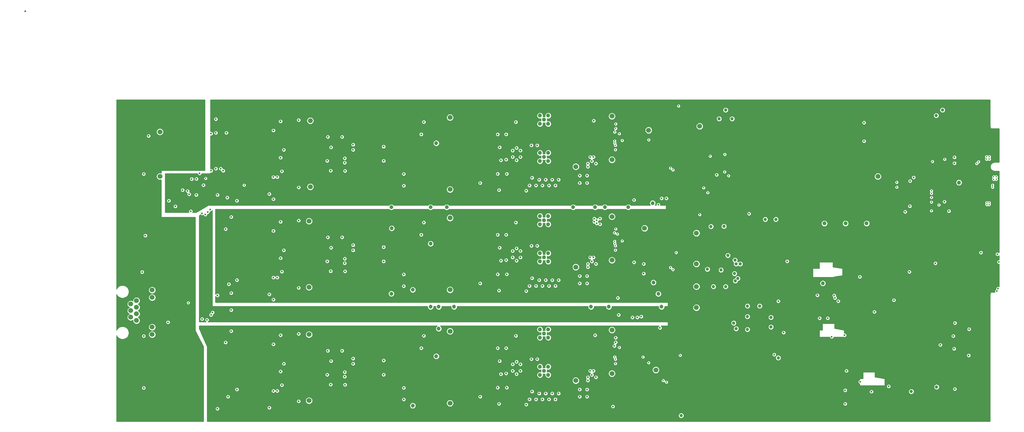
<source format=gbr>
G04 #@! TF.GenerationSoftware,KiCad,Pcbnew,(5.1.5)-3*
G04 #@! TF.CreationDate,2020-02-21T09:48:35-05:00*
G04 #@! TF.ProjectId,input_board,696e7075-745f-4626-9f61-72642e6b6963,rev?*
G04 #@! TF.SameCoordinates,Original*
G04 #@! TF.FileFunction,Copper,L2,Inr*
G04 #@! TF.FilePolarity,Positive*
%FSLAX46Y46*%
G04 Gerber Fmt 4.6, Leading zero omitted, Abs format (unit mm)*
G04 Created by KiCad (PCBNEW (5.1.5)-3) date 2020-02-21 09:48:35*
%MOMM*%
%LPD*%
G04 APERTURE LIST*
%ADD10C,0.457200*%
%ADD11C,1.500000*%
%ADD12C,1.240000*%
%ADD13C,5.000000*%
%ADD14R,1.500000X1.500000*%
%ADD15C,2.000000*%
%ADD16C,0.600000*%
%ADD17C,1.000000*%
%ADD18C,1.200000*%
%ADD19C,0.254000*%
G04 APERTURE END LIST*
D10*
X177322500Y-130155000D03*
X177322500Y-128875000D03*
X177322500Y-127595000D03*
X177322500Y-126315000D03*
X177982500Y-130795000D03*
X176662500Y-130795000D03*
X177982500Y-129515000D03*
X176662500Y-129515000D03*
X177982500Y-128235000D03*
X176662500Y-128235000D03*
X177982500Y-126955000D03*
X176662500Y-126955000D03*
X177982500Y-125675000D03*
X176662500Y-125675000D03*
X177322500Y-95155000D03*
X177322500Y-93875000D03*
X177322500Y-92595000D03*
X177322500Y-91315000D03*
X177982500Y-95795000D03*
X176662500Y-95795000D03*
X177982500Y-94515000D03*
X176662500Y-94515000D03*
X177982500Y-93235000D03*
X176662500Y-93235000D03*
X177982500Y-91955000D03*
X176662500Y-91955000D03*
X177982500Y-90675000D03*
X176662500Y-90675000D03*
X177322500Y-64155000D03*
X177322500Y-62875000D03*
X177322500Y-61595000D03*
X177322500Y-60315000D03*
X177982500Y-64795000D03*
X176662500Y-64795000D03*
X177982500Y-63515000D03*
X176662500Y-63515000D03*
X177982500Y-62235000D03*
X176662500Y-62235000D03*
X177982500Y-60955000D03*
X176662500Y-60955000D03*
X177982500Y-59675000D03*
X176662500Y-59675000D03*
D11*
X193000000Y-133750000D03*
X168300000Y-137000000D03*
X159250000Y-128250000D03*
X179450000Y-121400000D03*
X179450000Y-134850000D03*
X86000000Y-122800000D03*
X86000000Y-143200000D03*
X129500000Y-144000000D03*
X129500000Y-121800000D03*
X189500000Y-90000000D03*
X168300000Y-102000000D03*
X159250000Y-93250000D03*
X179450000Y-86400000D03*
X179450000Y-99850000D03*
X86000000Y-87800000D03*
X86000000Y-108200000D03*
X129500000Y-109000000D03*
X129500000Y-86800000D03*
D12*
X157230000Y-135270000D03*
X159770000Y-132730000D03*
X159770000Y-135270000D03*
X157230000Y-132730000D03*
X158500000Y-134000000D03*
X157230000Y-123770000D03*
X159770000Y-121230000D03*
X159770000Y-123770000D03*
X157230000Y-121230000D03*
X158500000Y-122500000D03*
X157230000Y-100270000D03*
X159770000Y-97730000D03*
X159770000Y-100270000D03*
X157230000Y-97730000D03*
X158500000Y-99000000D03*
X157230000Y-88770000D03*
X159770000Y-86230000D03*
X159770000Y-88770000D03*
X157230000Y-86230000D03*
X158500000Y-87500000D03*
X157230000Y-69270000D03*
X159770000Y-66730000D03*
X159770000Y-69270000D03*
X157230000Y-66730000D03*
X158500000Y-68000000D03*
D11*
X168300000Y-71000000D03*
X159250000Y-62250000D03*
X205500000Y-114500000D03*
X205500000Y-108000000D03*
X205500000Y-91500000D03*
X206500000Y-58500000D03*
X205500000Y-101000000D03*
D13*
X210250000Y-132750000D03*
D11*
X261500000Y-74000000D03*
X86400000Y-56800000D03*
X86400000Y-77200000D03*
X129500000Y-78000000D03*
X129500000Y-55800000D03*
X40000000Y-74000000D03*
X40000000Y-60250000D03*
D12*
X157230000Y-57770000D03*
X159770000Y-55230000D03*
X159770000Y-57770000D03*
X157230000Y-55230000D03*
X158500000Y-56500000D03*
X285230000Y-77170000D03*
X287770000Y-74630000D03*
X287770000Y-77170000D03*
X285230000Y-74630000D03*
X286500000Y-75900000D03*
X250230000Y-89770000D03*
X252770000Y-87230000D03*
X252770000Y-89770000D03*
X250230000Y-87230000D03*
X251500000Y-88500000D03*
X256730000Y-89770000D03*
X259270000Y-87230000D03*
X259270000Y-89770000D03*
X256730000Y-87230000D03*
X258000000Y-88500000D03*
X243730000Y-89770000D03*
X246270000Y-87230000D03*
X246270000Y-89770000D03*
X243730000Y-87230000D03*
X245000000Y-88500000D03*
D11*
X190750000Y-59750000D03*
X179450000Y-55400000D03*
X179450000Y-68850000D03*
D14*
X31000000Y-119500000D03*
D11*
X31000000Y-117460000D03*
X31000000Y-115420000D03*
X31000000Y-113380000D03*
X32780000Y-118480000D03*
X32780000Y-116440000D03*
X32780000Y-114400000D03*
X32780000Y-112360000D03*
D15*
X31890000Y-107810000D03*
X31890000Y-124070000D03*
D11*
X37600000Y-122800000D03*
X37600000Y-120510000D03*
X37600000Y-111370000D03*
X37600000Y-109080000D03*
D16*
X-1500000Y-23000000D03*
D17*
X217750000Y-101000000D03*
X219000000Y-101000000D03*
D16*
X242817500Y-110682500D03*
X248000000Y-110750000D03*
X248250000Y-111500000D03*
X249250000Y-112500000D03*
X230750000Y-112500000D03*
X243500000Y-117750000D03*
X246000000Y-117750000D03*
D17*
X230750000Y-130000000D03*
D16*
X229500000Y-129000000D03*
X189250000Y-101000000D03*
D17*
X217250000Y-104000000D03*
D16*
X189250000Y-104000000D03*
X186250000Y-81250000D03*
X186250000Y-100500000D03*
X179750000Y-145000000D03*
X181250000Y-111500000D03*
D17*
X215200000Y-98400000D03*
X217400000Y-99850000D03*
X208900000Y-102650000D03*
X213100000Y-102900000D03*
D18*
X167500000Y-83500000D03*
D16*
X251800000Y-134000000D03*
D17*
X279600000Y-139000000D03*
X217500000Y-106250000D03*
X218250000Y-105500000D03*
X214500000Y-108000000D03*
X210750000Y-108000000D03*
D18*
X244500000Y-107000000D03*
X111400000Y-83500000D03*
X111400000Y-110200000D03*
X118000000Y-144750000D03*
D17*
X217000000Y-119250000D03*
D18*
X192000000Y-82250000D03*
X192250000Y-106750000D03*
D16*
X193750000Y-82750000D03*
D18*
X193750000Y-110250000D03*
X118000000Y-109000000D03*
X111500000Y-90000000D03*
X123500000Y-83500000D03*
X128500000Y-83500000D03*
X184500000Y-83500000D03*
X177250000Y-83500000D03*
X174250000Y-83500000D03*
D17*
X271800000Y-140400000D03*
X221250000Y-121250000D03*
X221250000Y-117250000D03*
X225000000Y-114000000D03*
X221250000Y-114000000D03*
X217750000Y-121000000D03*
D18*
X194750000Y-114250000D03*
D16*
X247250000Y-123500000D03*
D18*
X126000000Y-114250000D03*
X125250000Y-63750000D03*
X123500000Y-94750000D03*
X123500000Y-114250000D03*
X125250000Y-129500000D03*
X126000000Y-121000000D03*
X130750000Y-114250000D03*
X173000000Y-114250000D03*
X178500000Y-114250000D03*
D17*
X228500000Y-117500000D03*
X228500000Y-120500000D03*
D16*
X260400000Y-115800000D03*
X285200000Y-139600000D03*
X279200000Y-100800000D03*
X266400000Y-112200000D03*
X271200000Y-103450000D03*
D17*
X281400000Y-53500000D03*
X279500000Y-55200000D03*
D16*
X285100000Y-68100000D03*
X285100000Y-69900000D03*
X271400000Y-75400000D03*
X272500000Y-74300000D03*
X269900000Y-84900000D03*
X282000000Y-81800000D03*
X283400000Y-84700000D03*
X257200000Y-63100000D03*
X257200000Y-57400000D03*
D10*
X180600000Y-57800000D03*
X180600000Y-59200000D03*
X180200000Y-91400000D03*
X180600000Y-90200000D03*
D16*
X180600000Y-123800000D03*
X180600000Y-125200000D03*
X194250000Y-120750000D03*
X196250000Y-80750000D03*
X194750000Y-80750000D03*
D10*
X180300000Y-60300000D03*
D16*
X180200000Y-126300000D03*
D17*
X212500000Y-56200000D03*
X216500000Y-56200000D03*
X214500000Y-53500000D03*
D16*
X271325000Y-83175000D03*
D17*
X230000000Y-87250000D03*
X226750000Y-87250000D03*
D16*
X173800000Y-56800000D03*
X174000000Y-87000000D03*
X174000000Y-88000000D03*
X174750000Y-87500000D03*
X174750000Y-88500000D03*
X174250000Y-123000000D03*
X175750000Y-88750000D03*
X175750000Y-87000000D03*
X221750000Y-85500000D03*
D17*
X210000000Y-89450000D03*
X214000000Y-89400000D03*
D10*
X198250000Y-72000000D03*
X214250000Y-67200000D03*
X196250000Y-137500000D03*
X198250000Y-102750000D03*
X197500000Y-71400000D03*
X209750000Y-67750000D03*
X195250000Y-137000000D03*
X197500000Y-102100000D03*
D16*
X149800000Y-57200000D03*
X154800000Y-74400000D03*
X75000000Y-59800000D03*
X75000000Y-74200000D03*
X76200000Y-74200000D03*
X75000000Y-81000000D03*
X144600000Y-78200000D03*
X154000000Y-76800000D03*
X153000000Y-78400000D03*
X156000000Y-76800000D03*
X158000000Y-76800000D03*
X160000000Y-76800000D03*
X162000000Y-76800000D03*
X161000000Y-75000000D03*
X159000000Y-75000000D03*
X157000000Y-75000000D03*
X163000000Y-75000000D03*
X169500000Y-76000000D03*
X169500000Y-73750000D03*
X171750000Y-76000000D03*
X172000000Y-70000000D03*
X174500000Y-70000000D03*
X172750000Y-68000000D03*
X171750000Y-73750000D03*
X172000000Y-71000000D03*
X173250000Y-69250000D03*
X173750000Y-68000000D03*
D10*
X200000000Y-52250000D03*
X48750000Y-113000000D03*
D16*
X63750000Y-81500000D03*
X63750000Y-106000000D03*
X63750000Y-139750000D03*
X53400000Y-76700000D03*
D10*
X66000000Y-76700000D03*
D16*
X51250000Y-74750000D03*
X52250000Y-73074990D03*
X57250000Y-60550000D03*
X44750000Y-83250000D03*
X62000000Y-86500000D03*
X62000000Y-110000000D03*
X62000000Y-115250000D03*
X62000000Y-121750000D03*
X57250000Y-71600000D03*
X58750000Y-71600000D03*
X60500000Y-60550000D03*
X49500000Y-84750000D03*
X57250000Y-56300000D03*
X51220000Y-79700000D03*
X55750000Y-60800000D03*
X60250000Y-90250000D03*
X60250000Y-125250000D03*
X59500000Y-72250000D03*
X55750000Y-72250000D03*
D10*
X54100000Y-74600000D03*
D16*
X57750000Y-79700000D03*
X73750000Y-79400000D03*
X61250000Y-107250000D03*
X60750000Y-80500000D03*
X61000000Y-142000000D03*
X35000000Y-73250000D03*
X36500000Y-61500000D03*
X293250000Y-97500000D03*
X42500000Y-119000000D03*
X298350000Y-98000000D03*
X298800000Y-100400000D03*
X289600000Y-121150000D03*
X289500000Y-129250000D03*
D10*
X180272953Y-63021167D03*
X182600000Y-62900000D03*
X278300000Y-69400000D03*
X282100000Y-68700000D03*
X190790835Y-62709165D03*
X180500000Y-65750000D03*
X180500000Y-64410000D03*
D16*
X211750000Y-73500000D03*
D10*
X207750000Y-77500000D03*
X180500000Y-96750000D03*
X180500000Y-95410000D03*
X180500000Y-131750000D03*
X180500000Y-130410000D03*
X199250000Y-97500000D03*
X200500000Y-129203530D03*
X295800000Y-82075000D03*
X295100000Y-82700000D03*
X295800000Y-82700000D03*
X295100000Y-82075000D03*
X296850000Y-77325000D03*
X296850000Y-76675000D03*
X297200000Y-74900000D03*
X298000000Y-74100000D03*
X298000000Y-74900000D03*
X297200000Y-74100000D03*
X291967157Y-70032843D03*
X292532843Y-69467157D03*
X295850000Y-67900000D03*
X295000000Y-68700000D03*
X295850000Y-68700000D03*
X295000000Y-67900000D03*
X278000000Y-78400000D03*
D16*
X146937500Y-59062500D03*
X145510000Y-57910000D03*
X144200000Y-59062500D03*
X145600000Y-76000000D03*
X146800000Y-75000000D03*
X143600000Y-75000000D03*
X142000000Y-76000000D03*
X136400000Y-78200000D03*
X89000000Y-59400000D03*
X90600000Y-58000000D03*
X85200000Y-61000000D03*
X86462500Y-62062500D03*
X85200000Y-73000000D03*
X86600000Y-72000000D03*
X67600000Y-74200000D03*
X77200000Y-79400000D03*
X82600000Y-79400000D03*
X77000000Y-54600000D03*
X82800000Y-54600000D03*
X67600000Y-59800000D03*
X149600000Y-76800000D03*
X151000000Y-78200000D03*
X156200000Y-72000000D03*
X172200000Y-57200000D03*
X171200000Y-58400000D03*
X171200000Y-60400000D03*
X172200000Y-59400000D03*
X167700000Y-58400000D03*
X166400000Y-57400000D03*
X165200000Y-58900000D03*
X166400000Y-65700000D03*
X167600000Y-64800000D03*
X165105608Y-64286718D03*
D17*
X274500000Y-110700000D03*
D16*
X246500000Y-99500000D03*
X248600000Y-108000000D03*
X250800000Y-106000000D03*
X249800000Y-109400000D03*
D17*
X280550000Y-99900000D03*
X282850000Y-97700000D03*
D16*
X285150000Y-99800000D03*
X286450000Y-100600000D03*
X287750000Y-101800000D03*
X285050000Y-101800000D03*
X284950000Y-97400000D03*
X286050000Y-98600000D03*
X286075000Y-96175000D03*
X284750000Y-93600000D03*
X285050000Y-110700000D03*
X247500000Y-129200000D03*
X263700000Y-144000000D03*
X260800000Y-144000000D03*
X258300000Y-144100000D03*
X271312500Y-134812500D03*
X268600000Y-134800000D03*
X221700000Y-93000000D03*
X285027500Y-60600000D03*
X285000000Y-59700000D03*
D17*
X273200000Y-57500000D03*
D16*
X244900000Y-57100000D03*
X289500000Y-119150000D03*
X289500000Y-123150000D03*
X289500000Y-127150000D03*
X289500000Y-131250000D03*
X252250000Y-116000000D03*
X250000000Y-116000000D03*
X96800000Y-75100000D03*
X95600000Y-76100000D03*
X171200000Y-63400000D03*
X169400000Y-65100000D03*
X169400000Y-66400000D03*
X170600000Y-67700000D03*
X283400000Y-73300000D03*
X285100000Y-70900000D03*
X278400000Y-70200000D03*
X275100000Y-75400000D03*
X274200000Y-74300000D03*
X273200000Y-83200000D03*
X280900000Y-79000000D03*
X279800000Y-80000000D03*
X283000000Y-78300000D03*
X257200000Y-59300000D03*
X257200000Y-61200000D03*
D17*
X212700000Y-62300000D03*
X214500000Y-64800000D03*
D10*
X183187500Y-56812500D03*
X184200000Y-57700000D03*
X184200000Y-59600000D03*
X183200000Y-58700000D03*
X183200000Y-60500000D03*
D17*
X210000000Y-95600000D03*
X213900000Y-95600000D03*
X225250000Y-121250000D03*
D18*
X224500000Y-117000000D03*
D17*
X220800000Y-107950000D03*
X225000000Y-108000000D03*
X214500000Y-114000000D03*
X210250000Y-114000000D03*
X208250000Y-119500000D03*
D16*
X251250000Y-112500000D03*
X251250000Y-110000000D03*
X242000000Y-120750000D03*
X112200000Y-59000000D03*
X115200000Y-60800000D03*
X115200000Y-57000000D03*
X172600000Y-79000000D03*
X177200000Y-79000000D03*
X173000000Y-81800000D03*
X169200000Y-79000000D03*
X42750000Y-77500000D03*
X56000000Y-80000000D03*
X298000000Y-104750000D03*
X298000000Y-107750000D03*
X297250000Y-80000000D03*
X296200000Y-72000000D03*
X298400000Y-62400000D03*
X298400000Y-67600000D03*
X298200000Y-84400000D03*
X298400000Y-88400000D03*
X297900000Y-89500000D03*
X298400000Y-90600000D03*
X297800000Y-91600000D03*
X298400000Y-92500000D03*
X297800000Y-93600000D03*
X298400000Y-94400000D03*
X297800000Y-95400000D03*
X298400000Y-86600000D03*
X298400000Y-102200000D03*
X294400000Y-58400000D03*
X298400000Y-75800000D03*
X153000000Y-55800000D03*
X154200000Y-57200000D03*
X153000000Y-58600000D03*
D17*
X200800000Y-142850000D03*
D10*
X210750000Y-72750000D03*
X213250000Y-72250000D03*
X214250000Y-73750000D03*
X210000000Y-79500000D03*
X209000000Y-77750000D03*
X205250000Y-85500000D03*
X216000000Y-74750000D03*
X207900000Y-85400000D03*
D16*
X146937500Y-90062500D03*
X145510000Y-88910000D03*
X144200000Y-90062500D03*
X145600000Y-107000000D03*
X146800000Y-106000000D03*
X143600000Y-106000000D03*
X142000000Y-107000000D03*
X136400000Y-109200000D03*
X89000000Y-90400000D03*
X90600000Y-89000000D03*
X85200000Y-92000000D03*
X86462500Y-93062500D03*
X85200000Y-104000000D03*
X86600000Y-103000000D03*
X67600000Y-105200000D03*
X77200000Y-110400000D03*
X82600000Y-110400000D03*
X77000000Y-85600000D03*
X82800000Y-85600000D03*
X67600000Y-90800000D03*
X149600000Y-107800000D03*
X151000000Y-109200000D03*
X156200000Y-103000000D03*
X172200000Y-88200000D03*
X171200000Y-89400000D03*
X171200000Y-91400000D03*
X172200000Y-90400000D03*
X167700000Y-89400000D03*
X166400000Y-88400000D03*
X165200000Y-89900000D03*
X166400000Y-96700000D03*
X167600000Y-95800000D03*
X165105608Y-95286718D03*
X96800000Y-106100000D03*
X95600000Y-107100000D03*
X171200000Y-94400000D03*
X169400000Y-96100000D03*
X169400000Y-97400000D03*
X170600000Y-98700000D03*
D10*
X183187500Y-87812500D03*
X184200000Y-88700000D03*
X184200000Y-90600000D03*
X183200000Y-89700000D03*
X183200000Y-91500000D03*
D16*
X115200000Y-91800000D03*
X115200000Y-88000000D03*
X172600000Y-110000000D03*
X177200000Y-110000000D03*
X169200000Y-110000000D03*
X153000000Y-86800000D03*
X154200000Y-88200000D03*
X153000000Y-89600000D03*
X146937500Y-125062500D03*
X145510000Y-123910000D03*
X144200000Y-125062500D03*
X145600000Y-142000000D03*
X146800000Y-141000000D03*
X143600000Y-141000000D03*
X142000000Y-142000000D03*
X136400000Y-144200000D03*
X89000000Y-125400000D03*
X90600000Y-124000000D03*
X85200000Y-127000000D03*
X86462500Y-128062500D03*
X85200000Y-139000000D03*
X86600000Y-138000000D03*
X67600000Y-140200000D03*
X77200000Y-145400000D03*
X82600000Y-145400000D03*
X77000000Y-120600000D03*
X82800000Y-120600000D03*
X67600000Y-125800000D03*
X149600000Y-142800000D03*
X151000000Y-144200000D03*
X156200000Y-138000000D03*
X172200000Y-123200000D03*
X171200000Y-124400000D03*
X171200000Y-126400000D03*
X172200000Y-125400000D03*
X167700000Y-124400000D03*
X166400000Y-123400000D03*
X165200000Y-124900000D03*
X166400000Y-131700000D03*
X167600000Y-130800000D03*
X165105608Y-130286718D03*
X96800000Y-141100000D03*
X95600000Y-142100000D03*
X171200000Y-129400000D03*
X169400000Y-131100000D03*
X169400000Y-132400000D03*
X170600000Y-133700000D03*
X183187500Y-122812500D03*
X184200000Y-123700000D03*
X184200000Y-125600000D03*
X183200000Y-124700000D03*
X183200000Y-126500000D03*
X112200000Y-125000000D03*
X115200000Y-126800000D03*
X115200000Y-123000000D03*
X123400000Y-138850000D03*
X124000000Y-141050000D03*
X123200000Y-143050000D03*
X172600000Y-145000000D03*
X177200000Y-145000000D03*
X169200000Y-145000000D03*
X153000000Y-121800000D03*
X154200000Y-123200000D03*
X153000000Y-124600000D03*
X120750000Y-108250000D03*
X121250000Y-77000000D03*
X121250000Y-73250000D03*
X120750000Y-104000000D03*
X251200000Y-130300000D03*
X252600000Y-129200000D03*
X250000000Y-129200000D03*
X281900000Y-80800000D03*
X112500000Y-55000000D03*
X120000000Y-55000000D03*
X127500000Y-55000000D03*
X135000000Y-55000000D03*
X142500000Y-55000000D03*
X118000000Y-78000000D03*
X118000000Y-56000000D03*
X133000000Y-57000000D03*
X133000000Y-76000000D03*
X113000000Y-67000000D03*
X120000000Y-67000000D03*
X128000000Y-67000000D03*
X143000000Y-86000000D03*
X90500000Y-86000000D03*
X135500000Y-86000000D03*
X120500000Y-86000000D03*
X128000000Y-86000000D03*
X142000000Y-121000000D03*
X134500000Y-121000000D03*
X119500000Y-121000000D03*
X112000000Y-121000000D03*
X128000000Y-98000000D03*
X113000000Y-98000000D03*
X120000000Y-98000000D03*
X140000000Y-135000000D03*
X138000000Y-133000000D03*
X113000000Y-133000000D03*
X128000000Y-133000000D03*
X120000000Y-133000000D03*
X105000000Y-103500000D03*
X133000000Y-107000000D03*
X133000000Y-142000000D03*
X178000000Y-67000000D03*
X171000000Y-53000000D03*
X176000000Y-56000000D03*
X176000000Y-53000000D03*
X177500000Y-87500000D03*
X178500000Y-98000000D03*
X177500000Y-122500000D03*
X178000000Y-133000000D03*
X155500000Y-79000000D03*
X159000000Y-79000000D03*
X162000000Y-79000000D03*
X155000000Y-110500000D03*
X159000000Y-110500000D03*
X162500000Y-110500000D03*
X155500000Y-145500000D03*
X159000000Y-145500000D03*
X162000000Y-145500000D03*
X169500000Y-56500000D03*
X167000000Y-68000000D03*
X164500000Y-70500000D03*
X169000000Y-87000000D03*
X167000000Y-99500000D03*
X164500000Y-102000000D03*
X169500000Y-122500000D03*
X167000000Y-134500000D03*
X164500000Y-137000000D03*
X180500000Y-104500000D03*
X180500000Y-139500000D03*
D17*
X208800000Y-99900000D03*
X213100000Y-101400000D03*
X217300000Y-102600000D03*
X285000000Y-57400000D03*
X285000000Y-56200000D03*
D16*
X298200000Y-63500000D03*
X297400000Y-78100000D03*
D17*
X272500000Y-118100000D03*
X276500000Y-118100000D03*
X274500000Y-115250000D03*
X266250000Y-118100000D03*
X262000000Y-118100000D03*
D16*
X286350000Y-111800000D03*
X287700000Y-110660000D03*
D17*
X266300000Y-107800000D03*
X261900000Y-107800000D03*
X264100000Y-110800000D03*
X272300000Y-107800000D03*
X276700000Y-107800000D03*
X233750000Y-135900000D03*
X233750000Y-137250000D03*
X275200000Y-54500000D03*
X275100000Y-60500000D03*
X216250000Y-62250000D03*
D10*
X212000000Y-76750000D03*
X212800000Y-75700000D03*
X211100000Y-78000000D03*
X204400000Y-79900000D03*
X202200000Y-84100000D03*
X207300000Y-79900000D03*
D17*
X282885000Y-115100000D03*
X284700000Y-113107500D03*
X241200000Y-137200000D03*
X241200000Y-135800000D03*
D16*
X208750000Y-98500000D03*
X213000000Y-98500000D03*
X209000000Y-111500000D03*
X213750000Y-111500000D03*
X208500000Y-117000000D03*
X214000000Y-117000000D03*
X226500000Y-106000000D03*
X220500000Y-106000000D03*
X261500000Y-120500000D03*
X267000000Y-120500000D03*
X264500000Y-115000000D03*
X261000000Y-106000000D03*
X267000000Y-106000000D03*
X277000000Y-106000000D03*
X277000000Y-111000000D03*
X266500000Y-110500000D03*
X278500000Y-116000000D03*
X272000000Y-115500000D03*
X277000000Y-120000000D03*
X281000000Y-97500000D03*
X283000000Y-96000000D03*
X284500000Y-115000000D03*
X208500000Y-144000000D03*
X215500000Y-144000000D03*
X221500000Y-144000000D03*
X227000000Y-144000000D03*
X289000000Y-139500000D03*
X289000000Y-134500000D03*
X257500000Y-130500000D03*
X263000000Y-130500000D03*
X216250000Y-97500000D03*
X206750000Y-96250000D03*
X217500000Y-96250000D03*
X227250000Y-121500000D03*
X228250000Y-108500000D03*
X221000000Y-102750000D03*
X221000000Y-98750000D03*
X225000000Y-98750000D03*
X221000000Y-96250000D03*
X229750000Y-98750000D03*
X225000000Y-102750000D03*
X209000000Y-124500000D03*
X215500000Y-124500000D03*
X227000000Y-124250000D03*
X227000000Y-139000000D03*
X227000000Y-134500000D03*
X118000000Y-72000000D03*
X118000000Y-62000000D03*
X123500000Y-71500000D03*
X123500000Y-78000000D03*
X113500000Y-86000000D03*
X113500000Y-94000000D03*
X116000000Y-94000000D03*
X116000000Y-87000000D03*
X121500000Y-109500000D03*
X122000000Y-103000000D03*
X119500000Y-104000000D03*
X116000000Y-127500000D03*
X116000000Y-122500000D03*
X121000000Y-138500000D03*
X121000000Y-143500000D03*
X297800000Y-82100000D03*
X275050000Y-77950000D03*
X274750000Y-77250000D03*
X275000000Y-83150000D03*
X271050000Y-82400000D03*
X273600000Y-84900000D03*
X40750000Y-67000000D03*
X53000000Y-70750000D03*
X53000000Y-63250000D03*
X298550000Y-108600000D03*
X298200000Y-109400000D03*
X50000000Y-148000000D03*
X42400000Y-121800000D03*
X43800000Y-123200000D03*
X42400000Y-115200000D03*
X44600000Y-117000000D03*
X48500000Y-148000000D03*
X40750000Y-98000000D03*
X40750000Y-133000000D03*
X53000000Y-136750000D03*
X53000000Y-129250000D03*
X50000000Y-94250000D03*
X50000000Y-101750000D03*
X41250000Y-68000000D03*
X41250000Y-66000000D03*
X32000000Y-67000000D03*
X34000000Y-65500000D03*
X34000000Y-68500000D03*
X38500000Y-68500000D03*
X38500000Y-65500000D03*
X41250000Y-99000000D03*
X41250000Y-97000000D03*
X34500000Y-96500000D03*
X38500000Y-99500000D03*
X34500000Y-99500000D03*
X38500000Y-96500000D03*
X32000000Y-98000000D03*
X41250000Y-132000000D03*
X34000000Y-134500000D03*
X38500000Y-134500000D03*
X38500000Y-131500000D03*
X32000000Y-133000000D03*
X41250000Y-134000000D03*
X34000000Y-131500000D03*
X30000000Y-52500000D03*
X37500000Y-52500000D03*
X45000000Y-55000000D03*
X52500000Y-55000000D03*
X30000000Y-60000000D03*
X37500000Y-57500000D03*
X45000000Y-60000000D03*
X52500000Y-60000000D03*
X30000000Y-72500000D03*
X30000000Y-80000000D03*
X30000000Y-87500000D03*
X30000000Y-95000000D03*
X30000000Y-102500000D03*
X30000000Y-127500000D03*
X30000000Y-135000000D03*
X30000000Y-142500000D03*
X30000000Y-147500000D03*
X37500000Y-147500000D03*
X45000000Y-147500000D03*
X50000000Y-142500000D03*
X37500000Y-142500000D03*
X42500000Y-105000000D03*
X42500000Y-90000000D03*
X42500000Y-110000000D03*
D17*
X200800000Y-147800000D03*
D10*
X267300000Y-77300000D03*
X267300000Y-75800000D03*
X278000000Y-79250000D03*
X278000000Y-81927500D03*
X278000000Y-80500000D03*
X278000000Y-84600000D03*
X280300000Y-82800000D03*
X180300000Y-63700000D03*
X181700000Y-60800000D03*
D16*
X96200000Y-61800000D03*
X91800000Y-61800000D03*
X97000000Y-68400000D03*
X96978982Y-69778982D03*
X77200000Y-57000000D03*
X82800000Y-77400000D03*
X147000000Y-73200000D03*
X148800000Y-68000000D03*
X151200000Y-68000000D03*
X150000000Y-69000000D03*
X144200000Y-73200000D03*
X145200000Y-69000000D03*
X115200000Y-76850000D03*
X115200000Y-73250000D03*
X42750000Y-81500000D03*
X49000000Y-79500000D03*
X77200000Y-68200000D03*
X99600000Y-65800000D03*
X99600000Y-64200000D03*
X82800000Y-56600000D03*
X77600000Y-72400000D03*
X144800000Y-65000000D03*
X146800000Y-61000000D03*
X144200000Y-61000000D03*
X150000000Y-65200000D03*
X148800000Y-66000000D03*
X151200000Y-66000000D03*
X121400000Y-57200000D03*
X120600000Y-61000000D03*
X48500000Y-78500000D03*
X78200000Y-65800000D03*
X96200000Y-92800000D03*
X91800000Y-92800000D03*
X97000000Y-99400000D03*
X96978982Y-100778982D03*
X77200000Y-88000000D03*
X82800000Y-108400000D03*
X147000000Y-104200000D03*
X148800000Y-99000000D03*
X151200000Y-99000000D03*
X150000000Y-100000000D03*
X144200000Y-104200000D03*
X145200000Y-100000000D03*
X115200000Y-107850000D03*
X115200000Y-104250000D03*
X77200000Y-99200000D03*
X99600000Y-96800000D03*
X99600000Y-95200000D03*
X82800000Y-87600000D03*
X77600000Y-103400000D03*
X144800000Y-96000000D03*
X146800000Y-92000000D03*
X144200000Y-92000000D03*
X150000000Y-96200000D03*
X148800000Y-97000000D03*
X151200000Y-97000000D03*
X121400000Y-88200000D03*
X120600000Y-92000000D03*
X78200000Y-96800000D03*
X149800000Y-88200000D03*
X154800000Y-105400000D03*
X75000000Y-90800000D03*
X75000000Y-105200000D03*
X76200000Y-105200000D03*
X75000000Y-112000000D03*
X144600000Y-109200000D03*
X154000000Y-107800000D03*
X153000000Y-109400000D03*
X156000000Y-107800000D03*
X158000000Y-107800000D03*
X160000000Y-107800000D03*
X162000000Y-107800000D03*
X161000000Y-106000000D03*
X159000000Y-106000000D03*
X157000000Y-106000000D03*
X163000000Y-106000000D03*
X169500000Y-107000000D03*
X169500000Y-104750000D03*
X171750000Y-107000000D03*
X172000000Y-101000000D03*
X174500000Y-101000000D03*
X172750000Y-99000000D03*
X171750000Y-104750000D03*
X172000000Y-102000000D03*
X173250000Y-100250000D03*
X173750000Y-99000000D03*
X96200000Y-127800000D03*
X91800000Y-127800000D03*
X97000000Y-134400000D03*
X96978982Y-135778982D03*
X77200000Y-123000000D03*
X82800000Y-143400000D03*
X147000000Y-139200000D03*
X148800000Y-134000000D03*
X151200000Y-134000000D03*
X150000000Y-135000000D03*
X144200000Y-139200000D03*
X145200000Y-135000000D03*
X115200000Y-142850000D03*
X115200000Y-139250000D03*
X77200000Y-134200000D03*
X99600000Y-131800000D03*
X99600000Y-130200000D03*
X82800000Y-122600000D03*
X77600000Y-138400000D03*
X144800000Y-131000000D03*
X146800000Y-127000000D03*
X144200000Y-127000000D03*
X150000000Y-131200000D03*
X148800000Y-132000000D03*
X151200000Y-132000000D03*
X121400000Y-123200000D03*
X120600000Y-127000000D03*
X78200000Y-131800000D03*
X149800000Y-123200000D03*
X154800000Y-140400000D03*
X75000000Y-125800000D03*
X75000000Y-140200000D03*
X76200000Y-140200000D03*
X144600000Y-144200000D03*
X154000000Y-142800000D03*
X153000000Y-144400000D03*
X156000000Y-142800000D03*
X158000000Y-142800000D03*
X160000000Y-142800000D03*
X162000000Y-142800000D03*
X161000000Y-141000000D03*
X159000000Y-141000000D03*
X157000000Y-141000000D03*
X163000000Y-141000000D03*
X169500000Y-142000000D03*
X169500000Y-139750000D03*
X171750000Y-142000000D03*
X172000000Y-136000000D03*
X174500000Y-136000000D03*
X172750000Y-134000000D03*
X171750000Y-139750000D03*
X172000000Y-137000000D03*
X173250000Y-135250000D03*
X173750000Y-134000000D03*
X35500000Y-92250000D03*
X34500000Y-103500000D03*
X35000000Y-123250000D03*
X35000000Y-139250000D03*
D10*
X180272953Y-94021167D03*
X182600000Y-93900000D03*
X209000000Y-79000000D03*
X214200000Y-72600000D03*
X215400000Y-73800000D03*
X206500000Y-85800000D03*
X190750000Y-131500000D03*
X189000000Y-129750000D03*
X180300000Y-94700000D03*
X181100000Y-91800000D03*
X180300000Y-129700000D03*
X181700000Y-126800000D03*
D16*
X57750000Y-110700000D03*
X73750000Y-110400000D03*
X57750000Y-145700000D03*
X73750000Y-145400000D03*
X256000000Y-137400000D03*
X259500000Y-140435000D03*
X251400000Y-140000000D03*
X264800000Y-138800000D03*
X251400000Y-144200000D03*
X255900000Y-105000000D03*
X233500000Y-100200000D03*
X232400000Y-122200000D03*
X251200000Y-123000000D03*
X97100000Y-72300000D03*
X92662500Y-72237500D03*
X97100000Y-103300000D03*
X92662500Y-103237500D03*
X97100000Y-138300000D03*
X92662500Y-138237500D03*
X284750000Y-123250000D03*
X53000000Y-118000000D03*
X185750000Y-117500000D03*
X53000000Y-85383943D03*
X49800000Y-74800000D03*
X285250000Y-119250000D03*
X56250000Y-116000000D03*
X188500000Y-117250000D03*
X55500000Y-84250000D03*
X280750000Y-126000000D03*
X54500000Y-118250000D03*
X187250000Y-117500000D03*
X54000000Y-85750000D03*
X47000000Y-78200000D03*
X285000000Y-127200000D03*
X55750000Y-116750000D03*
X181500000Y-116750000D03*
X54750000Y-85000000D03*
X156400000Y-64400000D03*
X154600000Y-64400000D03*
X146800000Y-68800000D03*
X138800000Y-76000000D03*
X91600000Y-69200000D03*
X109000000Y-69200000D03*
X92800000Y-65000000D03*
X109000000Y-64800000D03*
X154600000Y-95400000D03*
X156400000Y-95400000D03*
X146800000Y-99800000D03*
X138800000Y-107000000D03*
X91600000Y-100200000D03*
X109000000Y-100200000D03*
X92800000Y-96000000D03*
X109000000Y-95800000D03*
X154600000Y-130400000D03*
X156400000Y-130400000D03*
X146800000Y-134800000D03*
X138800000Y-142000000D03*
X91600000Y-135200000D03*
X109000000Y-135200000D03*
X92800000Y-131000000D03*
X109000000Y-130800000D03*
D19*
G36*
X53873000Y-72123000D02*
G01*
X40500000Y-72123000D01*
X40475224Y-72125440D01*
X40451399Y-72132667D01*
X40429443Y-72144403D01*
X40410197Y-72160197D01*
X40394403Y-72179443D01*
X40382667Y-72201399D01*
X40375440Y-72225224D01*
X40373000Y-72250000D01*
X40373000Y-72934646D01*
X40328734Y-72916310D01*
X40111000Y-72873000D01*
X39889000Y-72873000D01*
X39671266Y-72916310D01*
X39466165Y-73001266D01*
X39281579Y-73124602D01*
X39124602Y-73281579D01*
X39001266Y-73466165D01*
X38916310Y-73671266D01*
X38873000Y-73889000D01*
X38873000Y-74111000D01*
X38916310Y-74328734D01*
X39001266Y-74533835D01*
X39124602Y-74718421D01*
X39281579Y-74875398D01*
X39466165Y-74998734D01*
X39671266Y-75083690D01*
X39889000Y-75127000D01*
X40111000Y-75127000D01*
X40328734Y-75083690D01*
X40373000Y-75065354D01*
X40373000Y-86500000D01*
X40375440Y-86524776D01*
X40382667Y-86548601D01*
X40394403Y-86570557D01*
X40410197Y-86589803D01*
X40429443Y-86605597D01*
X40451399Y-86617333D01*
X40475224Y-86624560D01*
X40500000Y-86627000D01*
X50873000Y-86627000D01*
X50873000Y-121500000D01*
X50875440Y-121524776D01*
X50886408Y-121556796D01*
X53373000Y-126529980D01*
X53373000Y-149598000D01*
X26627000Y-149598000D01*
X26627000Y-139183321D01*
X34323000Y-139183321D01*
X34323000Y-139316679D01*
X34349016Y-139447474D01*
X34400050Y-139570680D01*
X34474140Y-139681563D01*
X34568437Y-139775860D01*
X34679320Y-139849950D01*
X34802526Y-139900984D01*
X34933321Y-139927000D01*
X35066679Y-139927000D01*
X35197474Y-139900984D01*
X35320680Y-139849950D01*
X35431563Y-139775860D01*
X35525860Y-139681563D01*
X35599950Y-139570680D01*
X35650984Y-139447474D01*
X35677000Y-139316679D01*
X35677000Y-139183321D01*
X35650984Y-139052526D01*
X35599950Y-138929320D01*
X35525860Y-138818437D01*
X35431563Y-138724140D01*
X35320680Y-138650050D01*
X35197474Y-138599016D01*
X35066679Y-138573000D01*
X34933321Y-138573000D01*
X34802526Y-138599016D01*
X34679320Y-138650050D01*
X34568437Y-138724140D01*
X34474140Y-138818437D01*
X34400050Y-138929320D01*
X34349016Y-139052526D01*
X34323000Y-139183321D01*
X26627000Y-139183321D01*
X26627000Y-123096226D01*
X26685850Y-123238303D01*
X26904945Y-123566201D01*
X27183799Y-123845055D01*
X27511697Y-124064150D01*
X27876038Y-124215064D01*
X28262820Y-124292000D01*
X28657180Y-124292000D01*
X29043962Y-124215064D01*
X29408303Y-124064150D01*
X29736201Y-123845055D01*
X30015055Y-123566201D01*
X30234150Y-123238303D01*
X30256924Y-123183321D01*
X34323000Y-123183321D01*
X34323000Y-123316679D01*
X34349016Y-123447474D01*
X34400050Y-123570680D01*
X34474140Y-123681563D01*
X34568437Y-123775860D01*
X34679320Y-123849950D01*
X34802526Y-123900984D01*
X34933321Y-123927000D01*
X35066679Y-123927000D01*
X35197474Y-123900984D01*
X35320680Y-123849950D01*
X35431563Y-123775860D01*
X35525860Y-123681563D01*
X35599950Y-123570680D01*
X35650984Y-123447474D01*
X35677000Y-123316679D01*
X35677000Y-123183321D01*
X35650984Y-123052526D01*
X35599950Y-122929320D01*
X35525860Y-122818437D01*
X35431563Y-122724140D01*
X35378973Y-122689000D01*
X36473000Y-122689000D01*
X36473000Y-122911000D01*
X36516310Y-123128734D01*
X36601266Y-123333835D01*
X36724602Y-123518421D01*
X36881579Y-123675398D01*
X37066165Y-123798734D01*
X37271266Y-123883690D01*
X37489000Y-123927000D01*
X37711000Y-123927000D01*
X37928734Y-123883690D01*
X38133835Y-123798734D01*
X38318421Y-123675398D01*
X38475398Y-123518421D01*
X38598734Y-123333835D01*
X38683690Y-123128734D01*
X38727000Y-122911000D01*
X38727000Y-122689000D01*
X38683690Y-122471266D01*
X38598734Y-122266165D01*
X38475398Y-122081579D01*
X38318421Y-121924602D01*
X38133835Y-121801266D01*
X37928734Y-121716310D01*
X37711000Y-121673000D01*
X37489000Y-121673000D01*
X37271266Y-121716310D01*
X37066165Y-121801266D01*
X36881579Y-121924602D01*
X36724602Y-122081579D01*
X36601266Y-122266165D01*
X36516310Y-122471266D01*
X36473000Y-122689000D01*
X35378973Y-122689000D01*
X35320680Y-122650050D01*
X35197474Y-122599016D01*
X35066679Y-122573000D01*
X34933321Y-122573000D01*
X34802526Y-122599016D01*
X34679320Y-122650050D01*
X34568437Y-122724140D01*
X34474140Y-122818437D01*
X34400050Y-122929320D01*
X34349016Y-123052526D01*
X34323000Y-123183321D01*
X30256924Y-123183321D01*
X30385064Y-122873962D01*
X30462000Y-122487180D01*
X30462000Y-122092820D01*
X30385064Y-121706038D01*
X30234150Y-121341697D01*
X30015055Y-121013799D01*
X29736201Y-120734945D01*
X29408303Y-120515850D01*
X29126201Y-120399000D01*
X36473000Y-120399000D01*
X36473000Y-120621000D01*
X36516310Y-120838734D01*
X36601266Y-121043835D01*
X36724602Y-121228421D01*
X36881579Y-121385398D01*
X37066165Y-121508734D01*
X37271266Y-121593690D01*
X37489000Y-121637000D01*
X37711000Y-121637000D01*
X37928734Y-121593690D01*
X38133835Y-121508734D01*
X38318421Y-121385398D01*
X38475398Y-121228421D01*
X38598734Y-121043835D01*
X38683690Y-120838734D01*
X38727000Y-120621000D01*
X38727000Y-120399000D01*
X38683690Y-120181266D01*
X38598734Y-119976165D01*
X38475398Y-119791579D01*
X38318421Y-119634602D01*
X38133835Y-119511266D01*
X37928734Y-119426310D01*
X37711000Y-119383000D01*
X37489000Y-119383000D01*
X37271266Y-119426310D01*
X37066165Y-119511266D01*
X36881579Y-119634602D01*
X36724602Y-119791579D01*
X36601266Y-119976165D01*
X36516310Y-120181266D01*
X36473000Y-120399000D01*
X29126201Y-120399000D01*
X29043962Y-120364936D01*
X28657180Y-120288000D01*
X28262820Y-120288000D01*
X27876038Y-120364936D01*
X27511697Y-120515850D01*
X27183799Y-120734945D01*
X26904945Y-121013799D01*
X26685850Y-121341697D01*
X26627000Y-121483774D01*
X26627000Y-113269000D01*
X29873000Y-113269000D01*
X29873000Y-113491000D01*
X29916310Y-113708734D01*
X30001266Y-113913835D01*
X30124602Y-114098421D01*
X30281579Y-114255398D01*
X30466165Y-114378734D01*
X30517505Y-114400000D01*
X30466165Y-114421266D01*
X30281579Y-114544602D01*
X30124602Y-114701579D01*
X30001266Y-114886165D01*
X29916310Y-115091266D01*
X29873000Y-115309000D01*
X29873000Y-115531000D01*
X29916310Y-115748734D01*
X30001266Y-115953835D01*
X30124602Y-116138421D01*
X30281579Y-116295398D01*
X30466165Y-116418734D01*
X30517505Y-116440000D01*
X30466165Y-116461266D01*
X30281579Y-116584602D01*
X30124602Y-116741579D01*
X30001266Y-116926165D01*
X29916310Y-117131266D01*
X29873000Y-117349000D01*
X29873000Y-117571000D01*
X29916310Y-117788734D01*
X30001266Y-117993835D01*
X30124602Y-118178421D01*
X30281579Y-118335398D01*
X30466165Y-118458734D01*
X30671266Y-118543690D01*
X30889000Y-118587000D01*
X31111000Y-118587000D01*
X31328734Y-118543690D01*
X31533835Y-118458734D01*
X31653000Y-118379111D01*
X31653000Y-118591000D01*
X31696310Y-118808734D01*
X31781266Y-119013835D01*
X31904602Y-119198421D01*
X32061579Y-119355398D01*
X32246165Y-119478734D01*
X32451266Y-119563690D01*
X32669000Y-119607000D01*
X32891000Y-119607000D01*
X33108734Y-119563690D01*
X33313835Y-119478734D01*
X33498421Y-119355398D01*
X33655398Y-119198421D01*
X33778734Y-119013835D01*
X33812084Y-118933321D01*
X41823000Y-118933321D01*
X41823000Y-119066679D01*
X41849016Y-119197474D01*
X41900050Y-119320680D01*
X41974140Y-119431563D01*
X42068437Y-119525860D01*
X42179320Y-119599950D01*
X42302526Y-119650984D01*
X42433321Y-119677000D01*
X42566679Y-119677000D01*
X42697474Y-119650984D01*
X42820680Y-119599950D01*
X42931563Y-119525860D01*
X43025860Y-119431563D01*
X43099950Y-119320680D01*
X43150984Y-119197474D01*
X43177000Y-119066679D01*
X43177000Y-118933321D01*
X43150984Y-118802526D01*
X43099950Y-118679320D01*
X43025860Y-118568437D01*
X42931563Y-118474140D01*
X42820680Y-118400050D01*
X42697474Y-118349016D01*
X42566679Y-118323000D01*
X42433321Y-118323000D01*
X42302526Y-118349016D01*
X42179320Y-118400050D01*
X42068437Y-118474140D01*
X41974140Y-118568437D01*
X41900050Y-118679320D01*
X41849016Y-118802526D01*
X41823000Y-118933321D01*
X33812084Y-118933321D01*
X33863690Y-118808734D01*
X33907000Y-118591000D01*
X33907000Y-118369000D01*
X33863690Y-118151266D01*
X33778734Y-117946165D01*
X33655398Y-117761579D01*
X33498421Y-117604602D01*
X33313835Y-117481266D01*
X33262495Y-117460000D01*
X33313835Y-117438734D01*
X33498421Y-117315398D01*
X33655398Y-117158421D01*
X33778734Y-116973835D01*
X33863690Y-116768734D01*
X33907000Y-116551000D01*
X33907000Y-116329000D01*
X33863690Y-116111266D01*
X33778734Y-115906165D01*
X33655398Y-115721579D01*
X33498421Y-115564602D01*
X33313835Y-115441266D01*
X33262495Y-115420000D01*
X33313835Y-115398734D01*
X33498421Y-115275398D01*
X33655398Y-115118421D01*
X33778734Y-114933835D01*
X33863690Y-114728734D01*
X33907000Y-114511000D01*
X33907000Y-114289000D01*
X33863690Y-114071266D01*
X33778734Y-113866165D01*
X33655398Y-113681579D01*
X33498421Y-113524602D01*
X33313835Y-113401266D01*
X33262495Y-113380000D01*
X33313835Y-113358734D01*
X33498421Y-113235398D01*
X33655398Y-113078421D01*
X33747651Y-112940354D01*
X48144400Y-112940354D01*
X48144400Y-113059646D01*
X48167673Y-113176647D01*
X48213324Y-113286859D01*
X48279600Y-113386047D01*
X48363953Y-113470400D01*
X48463141Y-113536676D01*
X48573353Y-113582327D01*
X48690354Y-113605600D01*
X48809646Y-113605600D01*
X48926647Y-113582327D01*
X49036859Y-113536676D01*
X49136047Y-113470400D01*
X49220400Y-113386047D01*
X49286676Y-113286859D01*
X49332327Y-113176647D01*
X49355600Y-113059646D01*
X49355600Y-112940354D01*
X49332327Y-112823353D01*
X49286676Y-112713141D01*
X49220400Y-112613953D01*
X49136047Y-112529600D01*
X49036859Y-112463324D01*
X48926647Y-112417673D01*
X48809646Y-112394400D01*
X48690354Y-112394400D01*
X48573353Y-112417673D01*
X48463141Y-112463324D01*
X48363953Y-112529600D01*
X48279600Y-112613953D01*
X48213324Y-112713141D01*
X48167673Y-112823353D01*
X48144400Y-112940354D01*
X33747651Y-112940354D01*
X33778734Y-112893835D01*
X33863690Y-112688734D01*
X33907000Y-112471000D01*
X33907000Y-112249000D01*
X33863690Y-112031266D01*
X33778734Y-111826165D01*
X33655398Y-111641579D01*
X33498421Y-111484602D01*
X33313835Y-111361266D01*
X33108734Y-111276310D01*
X33021711Y-111259000D01*
X36473000Y-111259000D01*
X36473000Y-111481000D01*
X36516310Y-111698734D01*
X36601266Y-111903835D01*
X36724602Y-112088421D01*
X36881579Y-112245398D01*
X37066165Y-112368734D01*
X37271266Y-112453690D01*
X37489000Y-112497000D01*
X37711000Y-112497000D01*
X37928734Y-112453690D01*
X38133835Y-112368734D01*
X38318421Y-112245398D01*
X38475398Y-112088421D01*
X38598734Y-111903835D01*
X38683690Y-111698734D01*
X38727000Y-111481000D01*
X38727000Y-111259000D01*
X38683690Y-111041266D01*
X38598734Y-110836165D01*
X38475398Y-110651579D01*
X38318421Y-110494602D01*
X38133835Y-110371266D01*
X37928734Y-110286310D01*
X37711000Y-110243000D01*
X37489000Y-110243000D01*
X37271266Y-110286310D01*
X37066165Y-110371266D01*
X36881579Y-110494602D01*
X36724602Y-110651579D01*
X36601266Y-110836165D01*
X36516310Y-111041266D01*
X36473000Y-111259000D01*
X33021711Y-111259000D01*
X32891000Y-111233000D01*
X32669000Y-111233000D01*
X32451266Y-111276310D01*
X32246165Y-111361266D01*
X32061579Y-111484602D01*
X31904602Y-111641579D01*
X31781266Y-111826165D01*
X31696310Y-112031266D01*
X31653000Y-112249000D01*
X31653000Y-112460889D01*
X31533835Y-112381266D01*
X31328734Y-112296310D01*
X31111000Y-112253000D01*
X30889000Y-112253000D01*
X30671266Y-112296310D01*
X30466165Y-112381266D01*
X30281579Y-112504602D01*
X30124602Y-112661579D01*
X30001266Y-112846165D01*
X29916310Y-113051266D01*
X29873000Y-113269000D01*
X26627000Y-113269000D01*
X26627000Y-110396226D01*
X26685850Y-110538303D01*
X26904945Y-110866201D01*
X27183799Y-111145055D01*
X27511697Y-111364150D01*
X27876038Y-111515064D01*
X28262820Y-111592000D01*
X28657180Y-111592000D01*
X29043962Y-111515064D01*
X29408303Y-111364150D01*
X29736201Y-111145055D01*
X30015055Y-110866201D01*
X30234150Y-110538303D01*
X30385064Y-110173962D01*
X30462000Y-109787180D01*
X30462000Y-109392820D01*
X30385064Y-109006038D01*
X30369723Y-108969000D01*
X36473000Y-108969000D01*
X36473000Y-109191000D01*
X36516310Y-109408734D01*
X36601266Y-109613835D01*
X36724602Y-109798421D01*
X36881579Y-109955398D01*
X37066165Y-110078734D01*
X37271266Y-110163690D01*
X37489000Y-110207000D01*
X37711000Y-110207000D01*
X37928734Y-110163690D01*
X38133835Y-110078734D01*
X38318421Y-109955398D01*
X38475398Y-109798421D01*
X38598734Y-109613835D01*
X38683690Y-109408734D01*
X38727000Y-109191000D01*
X38727000Y-108969000D01*
X38683690Y-108751266D01*
X38598734Y-108546165D01*
X38475398Y-108361579D01*
X38318421Y-108204602D01*
X38133835Y-108081266D01*
X37928734Y-107996310D01*
X37711000Y-107953000D01*
X37489000Y-107953000D01*
X37271266Y-107996310D01*
X37066165Y-108081266D01*
X36881579Y-108204602D01*
X36724602Y-108361579D01*
X36601266Y-108546165D01*
X36516310Y-108751266D01*
X36473000Y-108969000D01*
X30369723Y-108969000D01*
X30234150Y-108641697D01*
X30015055Y-108313799D01*
X29736201Y-108034945D01*
X29408303Y-107815850D01*
X29043962Y-107664936D01*
X28657180Y-107588000D01*
X28262820Y-107588000D01*
X27876038Y-107664936D01*
X27511697Y-107815850D01*
X27183799Y-108034945D01*
X26904945Y-108313799D01*
X26685850Y-108641697D01*
X26627000Y-108783774D01*
X26627000Y-103433321D01*
X33823000Y-103433321D01*
X33823000Y-103566679D01*
X33849016Y-103697474D01*
X33900050Y-103820680D01*
X33974140Y-103931563D01*
X34068437Y-104025860D01*
X34179320Y-104099950D01*
X34302526Y-104150984D01*
X34433321Y-104177000D01*
X34566679Y-104177000D01*
X34697474Y-104150984D01*
X34820680Y-104099950D01*
X34931563Y-104025860D01*
X35025860Y-103931563D01*
X35099950Y-103820680D01*
X35150984Y-103697474D01*
X35177000Y-103566679D01*
X35177000Y-103433321D01*
X35150984Y-103302526D01*
X35099950Y-103179320D01*
X35025860Y-103068437D01*
X34931563Y-102974140D01*
X34820680Y-102900050D01*
X34697474Y-102849016D01*
X34566679Y-102823000D01*
X34433321Y-102823000D01*
X34302526Y-102849016D01*
X34179320Y-102900050D01*
X34068437Y-102974140D01*
X33974140Y-103068437D01*
X33900050Y-103179320D01*
X33849016Y-103302526D01*
X33823000Y-103433321D01*
X26627000Y-103433321D01*
X26627000Y-92183321D01*
X34823000Y-92183321D01*
X34823000Y-92316679D01*
X34849016Y-92447474D01*
X34900050Y-92570680D01*
X34974140Y-92681563D01*
X35068437Y-92775860D01*
X35179320Y-92849950D01*
X35302526Y-92900984D01*
X35433321Y-92927000D01*
X35566679Y-92927000D01*
X35697474Y-92900984D01*
X35820680Y-92849950D01*
X35931563Y-92775860D01*
X36025860Y-92681563D01*
X36099950Y-92570680D01*
X36150984Y-92447474D01*
X36177000Y-92316679D01*
X36177000Y-92183321D01*
X36150984Y-92052526D01*
X36099950Y-91929320D01*
X36025860Y-91818437D01*
X35931563Y-91724140D01*
X35820680Y-91650050D01*
X35697474Y-91599016D01*
X35566679Y-91573000D01*
X35433321Y-91573000D01*
X35302526Y-91599016D01*
X35179320Y-91650050D01*
X35068437Y-91724140D01*
X34974140Y-91818437D01*
X34900050Y-91929320D01*
X34849016Y-92052526D01*
X34823000Y-92183321D01*
X26627000Y-92183321D01*
X26627000Y-73183321D01*
X34323000Y-73183321D01*
X34323000Y-73316679D01*
X34349016Y-73447474D01*
X34400050Y-73570680D01*
X34474140Y-73681563D01*
X34568437Y-73775860D01*
X34679320Y-73849950D01*
X34802526Y-73900984D01*
X34933321Y-73927000D01*
X35066679Y-73927000D01*
X35197474Y-73900984D01*
X35320680Y-73849950D01*
X35431563Y-73775860D01*
X35525860Y-73681563D01*
X35599950Y-73570680D01*
X35650984Y-73447474D01*
X35677000Y-73316679D01*
X35677000Y-73183321D01*
X35650984Y-73052526D01*
X35599950Y-72929320D01*
X35525860Y-72818437D01*
X35431563Y-72724140D01*
X35320680Y-72650050D01*
X35197474Y-72599016D01*
X35066679Y-72573000D01*
X34933321Y-72573000D01*
X34802526Y-72599016D01*
X34679320Y-72650050D01*
X34568437Y-72724140D01*
X34474140Y-72818437D01*
X34400050Y-72929320D01*
X34349016Y-73052526D01*
X34323000Y-73183321D01*
X26627000Y-73183321D01*
X26627000Y-61433321D01*
X35823000Y-61433321D01*
X35823000Y-61566679D01*
X35849016Y-61697474D01*
X35900050Y-61820680D01*
X35974140Y-61931563D01*
X36068437Y-62025860D01*
X36179320Y-62099950D01*
X36302526Y-62150984D01*
X36433321Y-62177000D01*
X36566679Y-62177000D01*
X36697474Y-62150984D01*
X36820680Y-62099950D01*
X36931563Y-62025860D01*
X37025860Y-61931563D01*
X37099950Y-61820680D01*
X37150984Y-61697474D01*
X37177000Y-61566679D01*
X37177000Y-61433321D01*
X37150984Y-61302526D01*
X37099950Y-61179320D01*
X37025860Y-61068437D01*
X36931563Y-60974140D01*
X36820680Y-60900050D01*
X36697474Y-60849016D01*
X36566679Y-60823000D01*
X36433321Y-60823000D01*
X36302526Y-60849016D01*
X36179320Y-60900050D01*
X36068437Y-60974140D01*
X35974140Y-61068437D01*
X35900050Y-61179320D01*
X35849016Y-61302526D01*
X35823000Y-61433321D01*
X26627000Y-61433321D01*
X26627000Y-60139000D01*
X38873000Y-60139000D01*
X38873000Y-60361000D01*
X38916310Y-60578734D01*
X39001266Y-60783835D01*
X39124602Y-60968421D01*
X39281579Y-61125398D01*
X39466165Y-61248734D01*
X39671266Y-61333690D01*
X39889000Y-61377000D01*
X40111000Y-61377000D01*
X40328734Y-61333690D01*
X40533835Y-61248734D01*
X40718421Y-61125398D01*
X40875398Y-60968421D01*
X40998734Y-60783835D01*
X41083690Y-60578734D01*
X41127000Y-60361000D01*
X41127000Y-60139000D01*
X41083690Y-59921266D01*
X40998734Y-59716165D01*
X40875398Y-59531579D01*
X40718421Y-59374602D01*
X40533835Y-59251266D01*
X40328734Y-59166310D01*
X40111000Y-59123000D01*
X39889000Y-59123000D01*
X39671266Y-59166310D01*
X39466165Y-59251266D01*
X39281579Y-59374602D01*
X39124602Y-59531579D01*
X39001266Y-59716165D01*
X38916310Y-59921266D01*
X38873000Y-60139000D01*
X26627000Y-60139000D01*
X26627000Y-50402000D01*
X53873000Y-50402000D01*
X53873000Y-72123000D01*
G37*
X53873000Y-72123000D02*
X40500000Y-72123000D01*
X40475224Y-72125440D01*
X40451399Y-72132667D01*
X40429443Y-72144403D01*
X40410197Y-72160197D01*
X40394403Y-72179443D01*
X40382667Y-72201399D01*
X40375440Y-72225224D01*
X40373000Y-72250000D01*
X40373000Y-72934646D01*
X40328734Y-72916310D01*
X40111000Y-72873000D01*
X39889000Y-72873000D01*
X39671266Y-72916310D01*
X39466165Y-73001266D01*
X39281579Y-73124602D01*
X39124602Y-73281579D01*
X39001266Y-73466165D01*
X38916310Y-73671266D01*
X38873000Y-73889000D01*
X38873000Y-74111000D01*
X38916310Y-74328734D01*
X39001266Y-74533835D01*
X39124602Y-74718421D01*
X39281579Y-74875398D01*
X39466165Y-74998734D01*
X39671266Y-75083690D01*
X39889000Y-75127000D01*
X40111000Y-75127000D01*
X40328734Y-75083690D01*
X40373000Y-75065354D01*
X40373000Y-86500000D01*
X40375440Y-86524776D01*
X40382667Y-86548601D01*
X40394403Y-86570557D01*
X40410197Y-86589803D01*
X40429443Y-86605597D01*
X40451399Y-86617333D01*
X40475224Y-86624560D01*
X40500000Y-86627000D01*
X50873000Y-86627000D01*
X50873000Y-121500000D01*
X50875440Y-121524776D01*
X50886408Y-121556796D01*
X53373000Y-126529980D01*
X53373000Y-149598000D01*
X26627000Y-149598000D01*
X26627000Y-139183321D01*
X34323000Y-139183321D01*
X34323000Y-139316679D01*
X34349016Y-139447474D01*
X34400050Y-139570680D01*
X34474140Y-139681563D01*
X34568437Y-139775860D01*
X34679320Y-139849950D01*
X34802526Y-139900984D01*
X34933321Y-139927000D01*
X35066679Y-139927000D01*
X35197474Y-139900984D01*
X35320680Y-139849950D01*
X35431563Y-139775860D01*
X35525860Y-139681563D01*
X35599950Y-139570680D01*
X35650984Y-139447474D01*
X35677000Y-139316679D01*
X35677000Y-139183321D01*
X35650984Y-139052526D01*
X35599950Y-138929320D01*
X35525860Y-138818437D01*
X35431563Y-138724140D01*
X35320680Y-138650050D01*
X35197474Y-138599016D01*
X35066679Y-138573000D01*
X34933321Y-138573000D01*
X34802526Y-138599016D01*
X34679320Y-138650050D01*
X34568437Y-138724140D01*
X34474140Y-138818437D01*
X34400050Y-138929320D01*
X34349016Y-139052526D01*
X34323000Y-139183321D01*
X26627000Y-139183321D01*
X26627000Y-123096226D01*
X26685850Y-123238303D01*
X26904945Y-123566201D01*
X27183799Y-123845055D01*
X27511697Y-124064150D01*
X27876038Y-124215064D01*
X28262820Y-124292000D01*
X28657180Y-124292000D01*
X29043962Y-124215064D01*
X29408303Y-124064150D01*
X29736201Y-123845055D01*
X30015055Y-123566201D01*
X30234150Y-123238303D01*
X30256924Y-123183321D01*
X34323000Y-123183321D01*
X34323000Y-123316679D01*
X34349016Y-123447474D01*
X34400050Y-123570680D01*
X34474140Y-123681563D01*
X34568437Y-123775860D01*
X34679320Y-123849950D01*
X34802526Y-123900984D01*
X34933321Y-123927000D01*
X35066679Y-123927000D01*
X35197474Y-123900984D01*
X35320680Y-123849950D01*
X35431563Y-123775860D01*
X35525860Y-123681563D01*
X35599950Y-123570680D01*
X35650984Y-123447474D01*
X35677000Y-123316679D01*
X35677000Y-123183321D01*
X35650984Y-123052526D01*
X35599950Y-122929320D01*
X35525860Y-122818437D01*
X35431563Y-122724140D01*
X35378973Y-122689000D01*
X36473000Y-122689000D01*
X36473000Y-122911000D01*
X36516310Y-123128734D01*
X36601266Y-123333835D01*
X36724602Y-123518421D01*
X36881579Y-123675398D01*
X37066165Y-123798734D01*
X37271266Y-123883690D01*
X37489000Y-123927000D01*
X37711000Y-123927000D01*
X37928734Y-123883690D01*
X38133835Y-123798734D01*
X38318421Y-123675398D01*
X38475398Y-123518421D01*
X38598734Y-123333835D01*
X38683690Y-123128734D01*
X38727000Y-122911000D01*
X38727000Y-122689000D01*
X38683690Y-122471266D01*
X38598734Y-122266165D01*
X38475398Y-122081579D01*
X38318421Y-121924602D01*
X38133835Y-121801266D01*
X37928734Y-121716310D01*
X37711000Y-121673000D01*
X37489000Y-121673000D01*
X37271266Y-121716310D01*
X37066165Y-121801266D01*
X36881579Y-121924602D01*
X36724602Y-122081579D01*
X36601266Y-122266165D01*
X36516310Y-122471266D01*
X36473000Y-122689000D01*
X35378973Y-122689000D01*
X35320680Y-122650050D01*
X35197474Y-122599016D01*
X35066679Y-122573000D01*
X34933321Y-122573000D01*
X34802526Y-122599016D01*
X34679320Y-122650050D01*
X34568437Y-122724140D01*
X34474140Y-122818437D01*
X34400050Y-122929320D01*
X34349016Y-123052526D01*
X34323000Y-123183321D01*
X30256924Y-123183321D01*
X30385064Y-122873962D01*
X30462000Y-122487180D01*
X30462000Y-122092820D01*
X30385064Y-121706038D01*
X30234150Y-121341697D01*
X30015055Y-121013799D01*
X29736201Y-120734945D01*
X29408303Y-120515850D01*
X29126201Y-120399000D01*
X36473000Y-120399000D01*
X36473000Y-120621000D01*
X36516310Y-120838734D01*
X36601266Y-121043835D01*
X36724602Y-121228421D01*
X36881579Y-121385398D01*
X37066165Y-121508734D01*
X37271266Y-121593690D01*
X37489000Y-121637000D01*
X37711000Y-121637000D01*
X37928734Y-121593690D01*
X38133835Y-121508734D01*
X38318421Y-121385398D01*
X38475398Y-121228421D01*
X38598734Y-121043835D01*
X38683690Y-120838734D01*
X38727000Y-120621000D01*
X38727000Y-120399000D01*
X38683690Y-120181266D01*
X38598734Y-119976165D01*
X38475398Y-119791579D01*
X38318421Y-119634602D01*
X38133835Y-119511266D01*
X37928734Y-119426310D01*
X37711000Y-119383000D01*
X37489000Y-119383000D01*
X37271266Y-119426310D01*
X37066165Y-119511266D01*
X36881579Y-119634602D01*
X36724602Y-119791579D01*
X36601266Y-119976165D01*
X36516310Y-120181266D01*
X36473000Y-120399000D01*
X29126201Y-120399000D01*
X29043962Y-120364936D01*
X28657180Y-120288000D01*
X28262820Y-120288000D01*
X27876038Y-120364936D01*
X27511697Y-120515850D01*
X27183799Y-120734945D01*
X26904945Y-121013799D01*
X26685850Y-121341697D01*
X26627000Y-121483774D01*
X26627000Y-113269000D01*
X29873000Y-113269000D01*
X29873000Y-113491000D01*
X29916310Y-113708734D01*
X30001266Y-113913835D01*
X30124602Y-114098421D01*
X30281579Y-114255398D01*
X30466165Y-114378734D01*
X30517505Y-114400000D01*
X30466165Y-114421266D01*
X30281579Y-114544602D01*
X30124602Y-114701579D01*
X30001266Y-114886165D01*
X29916310Y-115091266D01*
X29873000Y-115309000D01*
X29873000Y-115531000D01*
X29916310Y-115748734D01*
X30001266Y-115953835D01*
X30124602Y-116138421D01*
X30281579Y-116295398D01*
X30466165Y-116418734D01*
X30517505Y-116440000D01*
X30466165Y-116461266D01*
X30281579Y-116584602D01*
X30124602Y-116741579D01*
X30001266Y-116926165D01*
X29916310Y-117131266D01*
X29873000Y-117349000D01*
X29873000Y-117571000D01*
X29916310Y-117788734D01*
X30001266Y-117993835D01*
X30124602Y-118178421D01*
X30281579Y-118335398D01*
X30466165Y-118458734D01*
X30671266Y-118543690D01*
X30889000Y-118587000D01*
X31111000Y-118587000D01*
X31328734Y-118543690D01*
X31533835Y-118458734D01*
X31653000Y-118379111D01*
X31653000Y-118591000D01*
X31696310Y-118808734D01*
X31781266Y-119013835D01*
X31904602Y-119198421D01*
X32061579Y-119355398D01*
X32246165Y-119478734D01*
X32451266Y-119563690D01*
X32669000Y-119607000D01*
X32891000Y-119607000D01*
X33108734Y-119563690D01*
X33313835Y-119478734D01*
X33498421Y-119355398D01*
X33655398Y-119198421D01*
X33778734Y-119013835D01*
X33812084Y-118933321D01*
X41823000Y-118933321D01*
X41823000Y-119066679D01*
X41849016Y-119197474D01*
X41900050Y-119320680D01*
X41974140Y-119431563D01*
X42068437Y-119525860D01*
X42179320Y-119599950D01*
X42302526Y-119650984D01*
X42433321Y-119677000D01*
X42566679Y-119677000D01*
X42697474Y-119650984D01*
X42820680Y-119599950D01*
X42931563Y-119525860D01*
X43025860Y-119431563D01*
X43099950Y-119320680D01*
X43150984Y-119197474D01*
X43177000Y-119066679D01*
X43177000Y-118933321D01*
X43150984Y-118802526D01*
X43099950Y-118679320D01*
X43025860Y-118568437D01*
X42931563Y-118474140D01*
X42820680Y-118400050D01*
X42697474Y-118349016D01*
X42566679Y-118323000D01*
X42433321Y-118323000D01*
X42302526Y-118349016D01*
X42179320Y-118400050D01*
X42068437Y-118474140D01*
X41974140Y-118568437D01*
X41900050Y-118679320D01*
X41849016Y-118802526D01*
X41823000Y-118933321D01*
X33812084Y-118933321D01*
X33863690Y-118808734D01*
X33907000Y-118591000D01*
X33907000Y-118369000D01*
X33863690Y-118151266D01*
X33778734Y-117946165D01*
X33655398Y-117761579D01*
X33498421Y-117604602D01*
X33313835Y-117481266D01*
X33262495Y-117460000D01*
X33313835Y-117438734D01*
X33498421Y-117315398D01*
X33655398Y-117158421D01*
X33778734Y-116973835D01*
X33863690Y-116768734D01*
X33907000Y-116551000D01*
X33907000Y-116329000D01*
X33863690Y-116111266D01*
X33778734Y-115906165D01*
X33655398Y-115721579D01*
X33498421Y-115564602D01*
X33313835Y-115441266D01*
X33262495Y-115420000D01*
X33313835Y-115398734D01*
X33498421Y-115275398D01*
X33655398Y-115118421D01*
X33778734Y-114933835D01*
X33863690Y-114728734D01*
X33907000Y-114511000D01*
X33907000Y-114289000D01*
X33863690Y-114071266D01*
X33778734Y-113866165D01*
X33655398Y-113681579D01*
X33498421Y-113524602D01*
X33313835Y-113401266D01*
X33262495Y-113380000D01*
X33313835Y-113358734D01*
X33498421Y-113235398D01*
X33655398Y-113078421D01*
X33747651Y-112940354D01*
X48144400Y-112940354D01*
X48144400Y-113059646D01*
X48167673Y-113176647D01*
X48213324Y-113286859D01*
X48279600Y-113386047D01*
X48363953Y-113470400D01*
X48463141Y-113536676D01*
X48573353Y-113582327D01*
X48690354Y-113605600D01*
X48809646Y-113605600D01*
X48926647Y-113582327D01*
X49036859Y-113536676D01*
X49136047Y-113470400D01*
X49220400Y-113386047D01*
X49286676Y-113286859D01*
X49332327Y-113176647D01*
X49355600Y-113059646D01*
X49355600Y-112940354D01*
X49332327Y-112823353D01*
X49286676Y-112713141D01*
X49220400Y-112613953D01*
X49136047Y-112529600D01*
X49036859Y-112463324D01*
X48926647Y-112417673D01*
X48809646Y-112394400D01*
X48690354Y-112394400D01*
X48573353Y-112417673D01*
X48463141Y-112463324D01*
X48363953Y-112529600D01*
X48279600Y-112613953D01*
X48213324Y-112713141D01*
X48167673Y-112823353D01*
X48144400Y-112940354D01*
X33747651Y-112940354D01*
X33778734Y-112893835D01*
X33863690Y-112688734D01*
X33907000Y-112471000D01*
X33907000Y-112249000D01*
X33863690Y-112031266D01*
X33778734Y-111826165D01*
X33655398Y-111641579D01*
X33498421Y-111484602D01*
X33313835Y-111361266D01*
X33108734Y-111276310D01*
X33021711Y-111259000D01*
X36473000Y-111259000D01*
X36473000Y-111481000D01*
X36516310Y-111698734D01*
X36601266Y-111903835D01*
X36724602Y-112088421D01*
X36881579Y-112245398D01*
X37066165Y-112368734D01*
X37271266Y-112453690D01*
X37489000Y-112497000D01*
X37711000Y-112497000D01*
X37928734Y-112453690D01*
X38133835Y-112368734D01*
X38318421Y-112245398D01*
X38475398Y-112088421D01*
X38598734Y-111903835D01*
X38683690Y-111698734D01*
X38727000Y-111481000D01*
X38727000Y-111259000D01*
X38683690Y-111041266D01*
X38598734Y-110836165D01*
X38475398Y-110651579D01*
X38318421Y-110494602D01*
X38133835Y-110371266D01*
X37928734Y-110286310D01*
X37711000Y-110243000D01*
X37489000Y-110243000D01*
X37271266Y-110286310D01*
X37066165Y-110371266D01*
X36881579Y-110494602D01*
X36724602Y-110651579D01*
X36601266Y-110836165D01*
X36516310Y-111041266D01*
X36473000Y-111259000D01*
X33021711Y-111259000D01*
X32891000Y-111233000D01*
X32669000Y-111233000D01*
X32451266Y-111276310D01*
X32246165Y-111361266D01*
X32061579Y-111484602D01*
X31904602Y-111641579D01*
X31781266Y-111826165D01*
X31696310Y-112031266D01*
X31653000Y-112249000D01*
X31653000Y-112460889D01*
X31533835Y-112381266D01*
X31328734Y-112296310D01*
X31111000Y-112253000D01*
X30889000Y-112253000D01*
X30671266Y-112296310D01*
X30466165Y-112381266D01*
X30281579Y-112504602D01*
X30124602Y-112661579D01*
X30001266Y-112846165D01*
X29916310Y-113051266D01*
X29873000Y-113269000D01*
X26627000Y-113269000D01*
X26627000Y-110396226D01*
X26685850Y-110538303D01*
X26904945Y-110866201D01*
X27183799Y-111145055D01*
X27511697Y-111364150D01*
X27876038Y-111515064D01*
X28262820Y-111592000D01*
X28657180Y-111592000D01*
X29043962Y-111515064D01*
X29408303Y-111364150D01*
X29736201Y-111145055D01*
X30015055Y-110866201D01*
X30234150Y-110538303D01*
X30385064Y-110173962D01*
X30462000Y-109787180D01*
X30462000Y-109392820D01*
X30385064Y-109006038D01*
X30369723Y-108969000D01*
X36473000Y-108969000D01*
X36473000Y-109191000D01*
X36516310Y-109408734D01*
X36601266Y-109613835D01*
X36724602Y-109798421D01*
X36881579Y-109955398D01*
X37066165Y-110078734D01*
X37271266Y-110163690D01*
X37489000Y-110207000D01*
X37711000Y-110207000D01*
X37928734Y-110163690D01*
X38133835Y-110078734D01*
X38318421Y-109955398D01*
X38475398Y-109798421D01*
X38598734Y-109613835D01*
X38683690Y-109408734D01*
X38727000Y-109191000D01*
X38727000Y-108969000D01*
X38683690Y-108751266D01*
X38598734Y-108546165D01*
X38475398Y-108361579D01*
X38318421Y-108204602D01*
X38133835Y-108081266D01*
X37928734Y-107996310D01*
X37711000Y-107953000D01*
X37489000Y-107953000D01*
X37271266Y-107996310D01*
X37066165Y-108081266D01*
X36881579Y-108204602D01*
X36724602Y-108361579D01*
X36601266Y-108546165D01*
X36516310Y-108751266D01*
X36473000Y-108969000D01*
X30369723Y-108969000D01*
X30234150Y-108641697D01*
X30015055Y-108313799D01*
X29736201Y-108034945D01*
X29408303Y-107815850D01*
X29043962Y-107664936D01*
X28657180Y-107588000D01*
X28262820Y-107588000D01*
X27876038Y-107664936D01*
X27511697Y-107815850D01*
X27183799Y-108034945D01*
X26904945Y-108313799D01*
X26685850Y-108641697D01*
X26627000Y-108783774D01*
X26627000Y-103433321D01*
X33823000Y-103433321D01*
X33823000Y-103566679D01*
X33849016Y-103697474D01*
X33900050Y-103820680D01*
X33974140Y-103931563D01*
X34068437Y-104025860D01*
X34179320Y-104099950D01*
X34302526Y-104150984D01*
X34433321Y-104177000D01*
X34566679Y-104177000D01*
X34697474Y-104150984D01*
X34820680Y-104099950D01*
X34931563Y-104025860D01*
X35025860Y-103931563D01*
X35099950Y-103820680D01*
X35150984Y-103697474D01*
X35177000Y-103566679D01*
X35177000Y-103433321D01*
X35150984Y-103302526D01*
X35099950Y-103179320D01*
X35025860Y-103068437D01*
X34931563Y-102974140D01*
X34820680Y-102900050D01*
X34697474Y-102849016D01*
X34566679Y-102823000D01*
X34433321Y-102823000D01*
X34302526Y-102849016D01*
X34179320Y-102900050D01*
X34068437Y-102974140D01*
X33974140Y-103068437D01*
X33900050Y-103179320D01*
X33849016Y-103302526D01*
X33823000Y-103433321D01*
X26627000Y-103433321D01*
X26627000Y-92183321D01*
X34823000Y-92183321D01*
X34823000Y-92316679D01*
X34849016Y-92447474D01*
X34900050Y-92570680D01*
X34974140Y-92681563D01*
X35068437Y-92775860D01*
X35179320Y-92849950D01*
X35302526Y-92900984D01*
X35433321Y-92927000D01*
X35566679Y-92927000D01*
X35697474Y-92900984D01*
X35820680Y-92849950D01*
X35931563Y-92775860D01*
X36025860Y-92681563D01*
X36099950Y-92570680D01*
X36150984Y-92447474D01*
X36177000Y-92316679D01*
X36177000Y-92183321D01*
X36150984Y-92052526D01*
X36099950Y-91929320D01*
X36025860Y-91818437D01*
X35931563Y-91724140D01*
X35820680Y-91650050D01*
X35697474Y-91599016D01*
X35566679Y-91573000D01*
X35433321Y-91573000D01*
X35302526Y-91599016D01*
X35179320Y-91650050D01*
X35068437Y-91724140D01*
X34974140Y-91818437D01*
X34900050Y-91929320D01*
X34849016Y-92052526D01*
X34823000Y-92183321D01*
X26627000Y-92183321D01*
X26627000Y-73183321D01*
X34323000Y-73183321D01*
X34323000Y-73316679D01*
X34349016Y-73447474D01*
X34400050Y-73570680D01*
X34474140Y-73681563D01*
X34568437Y-73775860D01*
X34679320Y-73849950D01*
X34802526Y-73900984D01*
X34933321Y-73927000D01*
X35066679Y-73927000D01*
X35197474Y-73900984D01*
X35320680Y-73849950D01*
X35431563Y-73775860D01*
X35525860Y-73681563D01*
X35599950Y-73570680D01*
X35650984Y-73447474D01*
X35677000Y-73316679D01*
X35677000Y-73183321D01*
X35650984Y-73052526D01*
X35599950Y-72929320D01*
X35525860Y-72818437D01*
X35431563Y-72724140D01*
X35320680Y-72650050D01*
X35197474Y-72599016D01*
X35066679Y-72573000D01*
X34933321Y-72573000D01*
X34802526Y-72599016D01*
X34679320Y-72650050D01*
X34568437Y-72724140D01*
X34474140Y-72818437D01*
X34400050Y-72929320D01*
X34349016Y-73052526D01*
X34323000Y-73183321D01*
X26627000Y-73183321D01*
X26627000Y-61433321D01*
X35823000Y-61433321D01*
X35823000Y-61566679D01*
X35849016Y-61697474D01*
X35900050Y-61820680D01*
X35974140Y-61931563D01*
X36068437Y-62025860D01*
X36179320Y-62099950D01*
X36302526Y-62150984D01*
X36433321Y-62177000D01*
X36566679Y-62177000D01*
X36697474Y-62150984D01*
X36820680Y-62099950D01*
X36931563Y-62025860D01*
X37025860Y-61931563D01*
X37099950Y-61820680D01*
X37150984Y-61697474D01*
X37177000Y-61566679D01*
X37177000Y-61433321D01*
X37150984Y-61302526D01*
X37099950Y-61179320D01*
X37025860Y-61068437D01*
X36931563Y-60974140D01*
X36820680Y-60900050D01*
X36697474Y-60849016D01*
X36566679Y-60823000D01*
X36433321Y-60823000D01*
X36302526Y-60849016D01*
X36179320Y-60900050D01*
X36068437Y-60974140D01*
X35974140Y-61068437D01*
X35900050Y-61179320D01*
X35849016Y-61302526D01*
X35823000Y-61433321D01*
X26627000Y-61433321D01*
X26627000Y-60139000D01*
X38873000Y-60139000D01*
X38873000Y-60361000D01*
X38916310Y-60578734D01*
X39001266Y-60783835D01*
X39124602Y-60968421D01*
X39281579Y-61125398D01*
X39466165Y-61248734D01*
X39671266Y-61333690D01*
X39889000Y-61377000D01*
X40111000Y-61377000D01*
X40328734Y-61333690D01*
X40533835Y-61248734D01*
X40718421Y-61125398D01*
X40875398Y-60968421D01*
X40998734Y-60783835D01*
X41083690Y-60578734D01*
X41127000Y-60361000D01*
X41127000Y-60139000D01*
X41083690Y-59921266D01*
X40998734Y-59716165D01*
X40875398Y-59531579D01*
X40718421Y-59374602D01*
X40533835Y-59251266D01*
X40328734Y-59166310D01*
X40111000Y-59123000D01*
X39889000Y-59123000D01*
X39671266Y-59166310D01*
X39466165Y-59251266D01*
X39281579Y-59374602D01*
X39124602Y-59531579D01*
X39001266Y-59716165D01*
X38916310Y-59921266D01*
X38873000Y-60139000D01*
X26627000Y-60139000D01*
X26627000Y-50402000D01*
X53873000Y-50402000D01*
X53873000Y-72123000D01*
G36*
X296098000Y-58469265D02*
G01*
X296096654Y-58478015D01*
X296098000Y-58508778D01*
X296098000Y-58519746D01*
X296098863Y-58528512D01*
X296099248Y-58537302D01*
X296100798Y-58548149D01*
X296103817Y-58578805D01*
X296106388Y-58587279D01*
X296131070Y-58760056D01*
X296129178Y-58766293D01*
X296120934Y-58850000D01*
X296129178Y-58933707D01*
X296153595Y-59014196D01*
X296193245Y-59088376D01*
X296246605Y-59153395D01*
X296311624Y-59206755D01*
X296385804Y-59246405D01*
X296466293Y-59270822D01*
X296529022Y-59277000D01*
X298873000Y-59277000D01*
X298873000Y-69623000D01*
X297479022Y-69623000D01*
X297457385Y-69625131D01*
X297445068Y-69625131D01*
X297439139Y-69625754D01*
X297254887Y-69646421D01*
X297216998Y-69654474D01*
X297179070Y-69661984D01*
X297173378Y-69663746D01*
X297173372Y-69663747D01*
X297173366Y-69663749D01*
X296996645Y-69719808D01*
X296961040Y-69735068D01*
X296925291Y-69749803D01*
X296920046Y-69752638D01*
X296757572Y-69841959D01*
X296725609Y-69863845D01*
X296693404Y-69885242D01*
X296688809Y-69889042D01*
X296546780Y-70008220D01*
X296519710Y-70035863D01*
X296492242Y-70063140D01*
X296488473Y-70067760D01*
X296372297Y-70212255D01*
X296351088Y-70244665D01*
X296329465Y-70276723D01*
X296326665Y-70281987D01*
X296240766Y-70446296D01*
X296226247Y-70482232D01*
X296211271Y-70517858D01*
X296209550Y-70523557D01*
X296209548Y-70523563D01*
X296209548Y-70523565D01*
X296157200Y-70701429D01*
X296149942Y-70739473D01*
X296142167Y-70777354D01*
X296141584Y-70783288D01*
X296124780Y-70967932D01*
X296125051Y-71006671D01*
X296124781Y-71045333D01*
X296125362Y-71051267D01*
X296144743Y-71235659D01*
X296152533Y-71273610D01*
X296159777Y-71311582D01*
X296161498Y-71317284D01*
X296161500Y-71317293D01*
X296161504Y-71317301D01*
X296216326Y-71494407D01*
X296231334Y-71530111D01*
X296245821Y-71565967D01*
X296248615Y-71571222D01*
X296248619Y-71571231D01*
X296248624Y-71571238D01*
X296336804Y-71734324D01*
X296358445Y-71766409D01*
X296379638Y-71798794D01*
X296383406Y-71803414D01*
X296501590Y-71946273D01*
X296529057Y-71973549D01*
X296556127Y-72001192D01*
X296560721Y-72004993D01*
X296704401Y-72122176D01*
X296736648Y-72143601D01*
X296768568Y-72165457D01*
X296773813Y-72168293D01*
X296937518Y-72255337D01*
X296973300Y-72270085D01*
X297008872Y-72285331D01*
X297014568Y-72287095D01*
X297192062Y-72340683D01*
X297230065Y-72348208D01*
X297267879Y-72356245D01*
X297273808Y-72356869D01*
X297457865Y-72374916D01*
X297479022Y-72377000D01*
X298873000Y-72377000D01*
X298873000Y-97565577D01*
X298781563Y-97474140D01*
X298670680Y-97400050D01*
X298547474Y-97349016D01*
X298416679Y-97323000D01*
X298283321Y-97323000D01*
X298152526Y-97349016D01*
X298029320Y-97400050D01*
X297918437Y-97474140D01*
X297824140Y-97568437D01*
X297750050Y-97679320D01*
X297699016Y-97802526D01*
X297673000Y-97933321D01*
X297673000Y-98066679D01*
X297699016Y-98197474D01*
X297750050Y-98320680D01*
X297824140Y-98431563D01*
X297918437Y-98525860D01*
X298029320Y-98599950D01*
X298152526Y-98650984D01*
X298283321Y-98677000D01*
X298416679Y-98677000D01*
X298547474Y-98650984D01*
X298670680Y-98599950D01*
X298781563Y-98525860D01*
X298873000Y-98434423D01*
X298873000Y-99724257D01*
X298866679Y-99723000D01*
X298733321Y-99723000D01*
X298602526Y-99749016D01*
X298479320Y-99800050D01*
X298368437Y-99874140D01*
X298274140Y-99968437D01*
X298200050Y-100079320D01*
X298149016Y-100202526D01*
X298123000Y-100333321D01*
X298123000Y-100466679D01*
X298149016Y-100597474D01*
X298200050Y-100720680D01*
X298274140Y-100831563D01*
X298368437Y-100925860D01*
X298479320Y-100999950D01*
X298602526Y-101050984D01*
X298733321Y-101077000D01*
X298866679Y-101077000D01*
X298873000Y-101075743D01*
X298873000Y-108001600D01*
X298870680Y-108000050D01*
X298747474Y-107949016D01*
X298616679Y-107923000D01*
X298483321Y-107923000D01*
X298352526Y-107949016D01*
X298229320Y-108000050D01*
X298118437Y-108074140D01*
X298024140Y-108168437D01*
X297950050Y-108279320D01*
X297899016Y-108402526D01*
X297873000Y-108533321D01*
X297873000Y-108666679D01*
X297897990Y-108792317D01*
X297879320Y-108800050D01*
X297768437Y-108874140D01*
X297674140Y-108968437D01*
X297600050Y-109079320D01*
X297549016Y-109202526D01*
X297523000Y-109333321D01*
X297523000Y-109466679D01*
X297549016Y-109597474D01*
X297600050Y-109720680D01*
X297601600Y-109723000D01*
X296529022Y-109723000D01*
X296466293Y-109729178D01*
X296385804Y-109753595D01*
X296311624Y-109793245D01*
X296246605Y-109846605D01*
X296193245Y-109911624D01*
X296153595Y-109985804D01*
X296129178Y-110066293D01*
X296120934Y-110150000D01*
X296129178Y-110233707D01*
X296131070Y-110239944D01*
X296106387Y-110412725D01*
X296103818Y-110421194D01*
X296100800Y-110451831D01*
X296099248Y-110462698D01*
X296098863Y-110471504D01*
X296098001Y-110480253D01*
X296098001Y-110491199D01*
X296096654Y-110521985D01*
X296098001Y-110530742D01*
X296098000Y-149598000D01*
X54627000Y-149598000D01*
X54627000Y-147713623D01*
X199923000Y-147713623D01*
X199923000Y-147886377D01*
X199956703Y-148055811D01*
X200022813Y-148215415D01*
X200118790Y-148359055D01*
X200240945Y-148481210D01*
X200384585Y-148577187D01*
X200544189Y-148643297D01*
X200713623Y-148677000D01*
X200886377Y-148677000D01*
X201055811Y-148643297D01*
X201215415Y-148577187D01*
X201359055Y-148481210D01*
X201481210Y-148359055D01*
X201577187Y-148215415D01*
X201643297Y-148055811D01*
X201677000Y-147886377D01*
X201677000Y-147713623D01*
X201643297Y-147544189D01*
X201577187Y-147384585D01*
X201481210Y-147240945D01*
X201359055Y-147118790D01*
X201215415Y-147022813D01*
X201055811Y-146956703D01*
X200886377Y-146923000D01*
X200713623Y-146923000D01*
X200544189Y-146956703D01*
X200384585Y-147022813D01*
X200240945Y-147118790D01*
X200118790Y-147240945D01*
X200022813Y-147384585D01*
X199956703Y-147544189D01*
X199923000Y-147713623D01*
X54627000Y-147713623D01*
X54627000Y-145633321D01*
X57073000Y-145633321D01*
X57073000Y-145766679D01*
X57099016Y-145897474D01*
X57150050Y-146020680D01*
X57224140Y-146131563D01*
X57318437Y-146225860D01*
X57429320Y-146299950D01*
X57552526Y-146350984D01*
X57683321Y-146377000D01*
X57816679Y-146377000D01*
X57947474Y-146350984D01*
X58070680Y-146299950D01*
X58181563Y-146225860D01*
X58275860Y-146131563D01*
X58349950Y-146020680D01*
X58400984Y-145897474D01*
X58427000Y-145766679D01*
X58427000Y-145633321D01*
X58400984Y-145502526D01*
X58349950Y-145379320D01*
X58319215Y-145333321D01*
X73073000Y-145333321D01*
X73073000Y-145466679D01*
X73099016Y-145597474D01*
X73150050Y-145720680D01*
X73224140Y-145831563D01*
X73318437Y-145925860D01*
X73429320Y-145999950D01*
X73552526Y-146050984D01*
X73683321Y-146077000D01*
X73816679Y-146077000D01*
X73947474Y-146050984D01*
X74070680Y-145999950D01*
X74181563Y-145925860D01*
X74275860Y-145831563D01*
X74349950Y-145720680D01*
X74400984Y-145597474D01*
X74427000Y-145466679D01*
X74427000Y-145333321D01*
X74400984Y-145202526D01*
X74349950Y-145079320D01*
X74275860Y-144968437D01*
X74181563Y-144874140D01*
X74070680Y-144800050D01*
X73947474Y-144749016D01*
X73816679Y-144723000D01*
X73683321Y-144723000D01*
X73552526Y-144749016D01*
X73429320Y-144800050D01*
X73318437Y-144874140D01*
X73224140Y-144968437D01*
X73150050Y-145079320D01*
X73099016Y-145202526D01*
X73073000Y-145333321D01*
X58319215Y-145333321D01*
X58275860Y-145268437D01*
X58181563Y-145174140D01*
X58070680Y-145100050D01*
X57947474Y-145049016D01*
X57816679Y-145023000D01*
X57683321Y-145023000D01*
X57552526Y-145049016D01*
X57429320Y-145100050D01*
X57318437Y-145174140D01*
X57224140Y-145268437D01*
X57150050Y-145379320D01*
X57099016Y-145502526D01*
X57073000Y-145633321D01*
X54627000Y-145633321D01*
X54627000Y-144653774D01*
X117023000Y-144653774D01*
X117023000Y-144846226D01*
X117060546Y-145034980D01*
X117134194Y-145212783D01*
X117241115Y-145372801D01*
X117377199Y-145508885D01*
X117537217Y-145615806D01*
X117715020Y-145689454D01*
X117903774Y-145727000D01*
X118096226Y-145727000D01*
X118284980Y-145689454D01*
X118462783Y-145615806D01*
X118622801Y-145508885D01*
X118758885Y-145372801D01*
X118865806Y-145212783D01*
X118939454Y-145034980D01*
X118977000Y-144846226D01*
X118977000Y-144653774D01*
X118939454Y-144465020D01*
X118865806Y-144287217D01*
X118758885Y-144127199D01*
X118622801Y-143991115D01*
X118469976Y-143889000D01*
X128373000Y-143889000D01*
X128373000Y-144111000D01*
X128416310Y-144328734D01*
X128501266Y-144533835D01*
X128624602Y-144718421D01*
X128781579Y-144875398D01*
X128966165Y-144998734D01*
X129171266Y-145083690D01*
X129389000Y-145127000D01*
X129611000Y-145127000D01*
X129828734Y-145083690D01*
X130033835Y-144998734D01*
X130218421Y-144875398D01*
X130375398Y-144718421D01*
X130498734Y-144533835D01*
X130583690Y-144328734D01*
X130622560Y-144133321D01*
X143923000Y-144133321D01*
X143923000Y-144266679D01*
X143949016Y-144397474D01*
X144000050Y-144520680D01*
X144074140Y-144631563D01*
X144168437Y-144725860D01*
X144279320Y-144799950D01*
X144402526Y-144850984D01*
X144533321Y-144877000D01*
X144666679Y-144877000D01*
X144797474Y-144850984D01*
X144920680Y-144799950D01*
X145031563Y-144725860D01*
X145125860Y-144631563D01*
X145199950Y-144520680D01*
X145250984Y-144397474D01*
X145263744Y-144333321D01*
X152323000Y-144333321D01*
X152323000Y-144466679D01*
X152349016Y-144597474D01*
X152400050Y-144720680D01*
X152474140Y-144831563D01*
X152568437Y-144925860D01*
X152679320Y-144999950D01*
X152802526Y-145050984D01*
X152933321Y-145077000D01*
X153066679Y-145077000D01*
X153197474Y-145050984D01*
X153320680Y-144999950D01*
X153420396Y-144933321D01*
X179073000Y-144933321D01*
X179073000Y-145066679D01*
X179099016Y-145197474D01*
X179150050Y-145320680D01*
X179224140Y-145431563D01*
X179318437Y-145525860D01*
X179429320Y-145599950D01*
X179552526Y-145650984D01*
X179683321Y-145677000D01*
X179816679Y-145677000D01*
X179947474Y-145650984D01*
X180070680Y-145599950D01*
X180181563Y-145525860D01*
X180275860Y-145431563D01*
X180349950Y-145320680D01*
X180400984Y-145197474D01*
X180427000Y-145066679D01*
X180427000Y-144933321D01*
X180400984Y-144802526D01*
X180349950Y-144679320D01*
X180275860Y-144568437D01*
X180181563Y-144474140D01*
X180070680Y-144400050D01*
X179947474Y-144349016D01*
X179816679Y-144323000D01*
X179683321Y-144323000D01*
X179552526Y-144349016D01*
X179429320Y-144400050D01*
X179318437Y-144474140D01*
X179224140Y-144568437D01*
X179150050Y-144679320D01*
X179099016Y-144802526D01*
X179073000Y-144933321D01*
X153420396Y-144933321D01*
X153431563Y-144925860D01*
X153525860Y-144831563D01*
X153599950Y-144720680D01*
X153650984Y-144597474D01*
X153677000Y-144466679D01*
X153677000Y-144333321D01*
X153650984Y-144202526D01*
X153622319Y-144133321D01*
X250723000Y-144133321D01*
X250723000Y-144266679D01*
X250749016Y-144397474D01*
X250800050Y-144520680D01*
X250874140Y-144631563D01*
X250968437Y-144725860D01*
X251079320Y-144799950D01*
X251202526Y-144850984D01*
X251333321Y-144877000D01*
X251466679Y-144877000D01*
X251597474Y-144850984D01*
X251720680Y-144799950D01*
X251831563Y-144725860D01*
X251925860Y-144631563D01*
X251999950Y-144520680D01*
X252050984Y-144397474D01*
X252077000Y-144266679D01*
X252077000Y-144133321D01*
X252050984Y-144002526D01*
X251999950Y-143879320D01*
X251925860Y-143768437D01*
X251831563Y-143674140D01*
X251720680Y-143600050D01*
X251597474Y-143549016D01*
X251466679Y-143523000D01*
X251333321Y-143523000D01*
X251202526Y-143549016D01*
X251079320Y-143600050D01*
X250968437Y-143674140D01*
X250874140Y-143768437D01*
X250800050Y-143879320D01*
X250749016Y-144002526D01*
X250723000Y-144133321D01*
X153622319Y-144133321D01*
X153599950Y-144079320D01*
X153525860Y-143968437D01*
X153431563Y-143874140D01*
X153320680Y-143800050D01*
X153197474Y-143749016D01*
X153066679Y-143723000D01*
X152933321Y-143723000D01*
X152802526Y-143749016D01*
X152679320Y-143800050D01*
X152568437Y-143874140D01*
X152474140Y-143968437D01*
X152400050Y-144079320D01*
X152349016Y-144202526D01*
X152323000Y-144333321D01*
X145263744Y-144333321D01*
X145277000Y-144266679D01*
X145277000Y-144133321D01*
X145250984Y-144002526D01*
X145199950Y-143879320D01*
X145125860Y-143768437D01*
X145031563Y-143674140D01*
X144920680Y-143600050D01*
X144797474Y-143549016D01*
X144666679Y-143523000D01*
X144533321Y-143523000D01*
X144402526Y-143549016D01*
X144279320Y-143600050D01*
X144168437Y-143674140D01*
X144074140Y-143768437D01*
X144000050Y-143879320D01*
X143949016Y-144002526D01*
X143923000Y-144133321D01*
X130622560Y-144133321D01*
X130627000Y-144111000D01*
X130627000Y-143889000D01*
X130583690Y-143671266D01*
X130498734Y-143466165D01*
X130375398Y-143281579D01*
X130218421Y-143124602D01*
X130033835Y-143001266D01*
X129828734Y-142916310D01*
X129611000Y-142873000D01*
X129389000Y-142873000D01*
X129171266Y-142916310D01*
X128966165Y-143001266D01*
X128781579Y-143124602D01*
X128624602Y-143281579D01*
X128501266Y-143466165D01*
X128416310Y-143671266D01*
X128373000Y-143889000D01*
X118469976Y-143889000D01*
X118462783Y-143884194D01*
X118284980Y-143810546D01*
X118096226Y-143773000D01*
X117903774Y-143773000D01*
X117715020Y-143810546D01*
X117537217Y-143884194D01*
X117377199Y-143991115D01*
X117241115Y-144127199D01*
X117134194Y-144287217D01*
X117060546Y-144465020D01*
X117023000Y-144653774D01*
X54627000Y-144653774D01*
X54627000Y-143333321D01*
X82123000Y-143333321D01*
X82123000Y-143466679D01*
X82149016Y-143597474D01*
X82200050Y-143720680D01*
X82274140Y-143831563D01*
X82368437Y-143925860D01*
X82479320Y-143999950D01*
X82602526Y-144050984D01*
X82733321Y-144077000D01*
X82866679Y-144077000D01*
X82997474Y-144050984D01*
X83120680Y-143999950D01*
X83231563Y-143925860D01*
X83325860Y-143831563D01*
X83399950Y-143720680D01*
X83450984Y-143597474D01*
X83477000Y-143466679D01*
X83477000Y-143333321D01*
X83450984Y-143202526D01*
X83403960Y-143089000D01*
X84873000Y-143089000D01*
X84873000Y-143311000D01*
X84916310Y-143528734D01*
X85001266Y-143733835D01*
X85124602Y-143918421D01*
X85281579Y-144075398D01*
X85466165Y-144198734D01*
X85671266Y-144283690D01*
X85889000Y-144327000D01*
X86111000Y-144327000D01*
X86328734Y-144283690D01*
X86533835Y-144198734D01*
X86718421Y-144075398D01*
X86875398Y-143918421D01*
X86998734Y-143733835D01*
X87083690Y-143528734D01*
X87127000Y-143311000D01*
X87127000Y-143089000D01*
X87083690Y-142871266D01*
X87047262Y-142783321D01*
X114523000Y-142783321D01*
X114523000Y-142916679D01*
X114549016Y-143047474D01*
X114600050Y-143170680D01*
X114674140Y-143281563D01*
X114768437Y-143375860D01*
X114879320Y-143449950D01*
X115002526Y-143500984D01*
X115133321Y-143527000D01*
X115266679Y-143527000D01*
X115397474Y-143500984D01*
X115520680Y-143449950D01*
X115631563Y-143375860D01*
X115725860Y-143281563D01*
X115799950Y-143170680D01*
X115850984Y-143047474D01*
X115877000Y-142916679D01*
X115877000Y-142783321D01*
X115867055Y-142733321D01*
X153323000Y-142733321D01*
X153323000Y-142866679D01*
X153349016Y-142997474D01*
X153400050Y-143120680D01*
X153474140Y-143231563D01*
X153568437Y-143325860D01*
X153679320Y-143399950D01*
X153802526Y-143450984D01*
X153933321Y-143477000D01*
X154066679Y-143477000D01*
X154197474Y-143450984D01*
X154320680Y-143399950D01*
X154431563Y-143325860D01*
X154525860Y-143231563D01*
X154599950Y-143120680D01*
X154650984Y-142997474D01*
X154677000Y-142866679D01*
X154677000Y-142733321D01*
X155323000Y-142733321D01*
X155323000Y-142866679D01*
X155349016Y-142997474D01*
X155400050Y-143120680D01*
X155474140Y-143231563D01*
X155568437Y-143325860D01*
X155679320Y-143399950D01*
X155802526Y-143450984D01*
X155933321Y-143477000D01*
X156066679Y-143477000D01*
X156197474Y-143450984D01*
X156320680Y-143399950D01*
X156431563Y-143325860D01*
X156525860Y-143231563D01*
X156599950Y-143120680D01*
X156650984Y-142997474D01*
X156677000Y-142866679D01*
X156677000Y-142733321D01*
X157323000Y-142733321D01*
X157323000Y-142866679D01*
X157349016Y-142997474D01*
X157400050Y-143120680D01*
X157474140Y-143231563D01*
X157568437Y-143325860D01*
X157679320Y-143399950D01*
X157802526Y-143450984D01*
X157933321Y-143477000D01*
X158066679Y-143477000D01*
X158197474Y-143450984D01*
X158320680Y-143399950D01*
X158431563Y-143325860D01*
X158525860Y-143231563D01*
X158599950Y-143120680D01*
X158650984Y-142997474D01*
X158677000Y-142866679D01*
X158677000Y-142733321D01*
X159323000Y-142733321D01*
X159323000Y-142866679D01*
X159349016Y-142997474D01*
X159400050Y-143120680D01*
X159474140Y-143231563D01*
X159568437Y-143325860D01*
X159679320Y-143399950D01*
X159802526Y-143450984D01*
X159933321Y-143477000D01*
X160066679Y-143477000D01*
X160197474Y-143450984D01*
X160320680Y-143399950D01*
X160431563Y-143325860D01*
X160525860Y-143231563D01*
X160599950Y-143120680D01*
X160650984Y-142997474D01*
X160677000Y-142866679D01*
X160677000Y-142733321D01*
X161323000Y-142733321D01*
X161323000Y-142866679D01*
X161349016Y-142997474D01*
X161400050Y-143120680D01*
X161474140Y-143231563D01*
X161568437Y-143325860D01*
X161679320Y-143399950D01*
X161802526Y-143450984D01*
X161933321Y-143477000D01*
X162066679Y-143477000D01*
X162197474Y-143450984D01*
X162320680Y-143399950D01*
X162431563Y-143325860D01*
X162525860Y-143231563D01*
X162599950Y-143120680D01*
X162650984Y-142997474D01*
X162677000Y-142866679D01*
X162677000Y-142733321D01*
X162650984Y-142602526D01*
X162599950Y-142479320D01*
X162525860Y-142368437D01*
X162431563Y-142274140D01*
X162320680Y-142200050D01*
X162197474Y-142149016D01*
X162066679Y-142123000D01*
X161933321Y-142123000D01*
X161802526Y-142149016D01*
X161679320Y-142200050D01*
X161568437Y-142274140D01*
X161474140Y-142368437D01*
X161400050Y-142479320D01*
X161349016Y-142602526D01*
X161323000Y-142733321D01*
X160677000Y-142733321D01*
X160650984Y-142602526D01*
X160599950Y-142479320D01*
X160525860Y-142368437D01*
X160431563Y-142274140D01*
X160320680Y-142200050D01*
X160197474Y-142149016D01*
X160066679Y-142123000D01*
X159933321Y-142123000D01*
X159802526Y-142149016D01*
X159679320Y-142200050D01*
X159568437Y-142274140D01*
X159474140Y-142368437D01*
X159400050Y-142479320D01*
X159349016Y-142602526D01*
X159323000Y-142733321D01*
X158677000Y-142733321D01*
X158650984Y-142602526D01*
X158599950Y-142479320D01*
X158525860Y-142368437D01*
X158431563Y-142274140D01*
X158320680Y-142200050D01*
X158197474Y-142149016D01*
X158066679Y-142123000D01*
X157933321Y-142123000D01*
X157802526Y-142149016D01*
X157679320Y-142200050D01*
X157568437Y-142274140D01*
X157474140Y-142368437D01*
X157400050Y-142479320D01*
X157349016Y-142602526D01*
X157323000Y-142733321D01*
X156677000Y-142733321D01*
X156650984Y-142602526D01*
X156599950Y-142479320D01*
X156525860Y-142368437D01*
X156431563Y-142274140D01*
X156320680Y-142200050D01*
X156197474Y-142149016D01*
X156066679Y-142123000D01*
X155933321Y-142123000D01*
X155802526Y-142149016D01*
X155679320Y-142200050D01*
X155568437Y-142274140D01*
X155474140Y-142368437D01*
X155400050Y-142479320D01*
X155349016Y-142602526D01*
X155323000Y-142733321D01*
X154677000Y-142733321D01*
X154650984Y-142602526D01*
X154599950Y-142479320D01*
X154525860Y-142368437D01*
X154431563Y-142274140D01*
X154320680Y-142200050D01*
X154197474Y-142149016D01*
X154066679Y-142123000D01*
X153933321Y-142123000D01*
X153802526Y-142149016D01*
X153679320Y-142200050D01*
X153568437Y-142274140D01*
X153474140Y-142368437D01*
X153400050Y-142479320D01*
X153349016Y-142602526D01*
X153323000Y-142733321D01*
X115867055Y-142733321D01*
X115850984Y-142652526D01*
X115799950Y-142529320D01*
X115725860Y-142418437D01*
X115631563Y-142324140D01*
X115520680Y-142250050D01*
X115397474Y-142199016D01*
X115266679Y-142173000D01*
X115133321Y-142173000D01*
X115002526Y-142199016D01*
X114879320Y-142250050D01*
X114768437Y-142324140D01*
X114674140Y-142418437D01*
X114600050Y-142529320D01*
X114549016Y-142652526D01*
X114523000Y-142783321D01*
X87047262Y-142783321D01*
X86998734Y-142666165D01*
X86875398Y-142481579D01*
X86718421Y-142324602D01*
X86533835Y-142201266D01*
X86328734Y-142116310D01*
X86111000Y-142073000D01*
X85889000Y-142073000D01*
X85671266Y-142116310D01*
X85466165Y-142201266D01*
X85281579Y-142324602D01*
X85124602Y-142481579D01*
X85001266Y-142666165D01*
X84916310Y-142871266D01*
X84873000Y-143089000D01*
X83403960Y-143089000D01*
X83399950Y-143079320D01*
X83325860Y-142968437D01*
X83231563Y-142874140D01*
X83120680Y-142800050D01*
X82997474Y-142749016D01*
X82866679Y-142723000D01*
X82733321Y-142723000D01*
X82602526Y-142749016D01*
X82479320Y-142800050D01*
X82368437Y-142874140D01*
X82274140Y-142968437D01*
X82200050Y-143079320D01*
X82149016Y-143202526D01*
X82123000Y-143333321D01*
X54627000Y-143333321D01*
X54627000Y-141933321D01*
X60323000Y-141933321D01*
X60323000Y-142066679D01*
X60349016Y-142197474D01*
X60400050Y-142320680D01*
X60474140Y-142431563D01*
X60568437Y-142525860D01*
X60679320Y-142599950D01*
X60802526Y-142650984D01*
X60933321Y-142677000D01*
X61066679Y-142677000D01*
X61197474Y-142650984D01*
X61320680Y-142599950D01*
X61431563Y-142525860D01*
X61525860Y-142431563D01*
X61599950Y-142320680D01*
X61650984Y-142197474D01*
X61677000Y-142066679D01*
X61677000Y-141933321D01*
X138123000Y-141933321D01*
X138123000Y-142066679D01*
X138149016Y-142197474D01*
X138200050Y-142320680D01*
X138274140Y-142431563D01*
X138368437Y-142525860D01*
X138479320Y-142599950D01*
X138602526Y-142650984D01*
X138733321Y-142677000D01*
X138866679Y-142677000D01*
X138997474Y-142650984D01*
X139120680Y-142599950D01*
X139231563Y-142525860D01*
X139325860Y-142431563D01*
X139399950Y-142320680D01*
X139450984Y-142197474D01*
X139477000Y-142066679D01*
X139477000Y-141933321D01*
X168823000Y-141933321D01*
X168823000Y-142066679D01*
X168849016Y-142197474D01*
X168900050Y-142320680D01*
X168974140Y-142431563D01*
X169068437Y-142525860D01*
X169179320Y-142599950D01*
X169302526Y-142650984D01*
X169433321Y-142677000D01*
X169566679Y-142677000D01*
X169697474Y-142650984D01*
X169820680Y-142599950D01*
X169931563Y-142525860D01*
X170025860Y-142431563D01*
X170099950Y-142320680D01*
X170150984Y-142197474D01*
X170177000Y-142066679D01*
X170177000Y-141933321D01*
X171073000Y-141933321D01*
X171073000Y-142066679D01*
X171099016Y-142197474D01*
X171150050Y-142320680D01*
X171224140Y-142431563D01*
X171318437Y-142525860D01*
X171429320Y-142599950D01*
X171552526Y-142650984D01*
X171683321Y-142677000D01*
X171816679Y-142677000D01*
X171947474Y-142650984D01*
X172070680Y-142599950D01*
X172181563Y-142525860D01*
X172275860Y-142431563D01*
X172349950Y-142320680D01*
X172400984Y-142197474D01*
X172427000Y-142066679D01*
X172427000Y-141933321D01*
X172400984Y-141802526D01*
X172349950Y-141679320D01*
X172275860Y-141568437D01*
X172181563Y-141474140D01*
X172070680Y-141400050D01*
X171947474Y-141349016D01*
X171816679Y-141323000D01*
X171683321Y-141323000D01*
X171552526Y-141349016D01*
X171429320Y-141400050D01*
X171318437Y-141474140D01*
X171224140Y-141568437D01*
X171150050Y-141679320D01*
X171099016Y-141802526D01*
X171073000Y-141933321D01*
X170177000Y-141933321D01*
X170150984Y-141802526D01*
X170099950Y-141679320D01*
X170025860Y-141568437D01*
X169931563Y-141474140D01*
X169820680Y-141400050D01*
X169697474Y-141349016D01*
X169566679Y-141323000D01*
X169433321Y-141323000D01*
X169302526Y-141349016D01*
X169179320Y-141400050D01*
X169068437Y-141474140D01*
X168974140Y-141568437D01*
X168900050Y-141679320D01*
X168849016Y-141802526D01*
X168823000Y-141933321D01*
X139477000Y-141933321D01*
X139450984Y-141802526D01*
X139399950Y-141679320D01*
X139325860Y-141568437D01*
X139231563Y-141474140D01*
X139120680Y-141400050D01*
X138997474Y-141349016D01*
X138866679Y-141323000D01*
X138733321Y-141323000D01*
X138602526Y-141349016D01*
X138479320Y-141400050D01*
X138368437Y-141474140D01*
X138274140Y-141568437D01*
X138200050Y-141679320D01*
X138149016Y-141802526D01*
X138123000Y-141933321D01*
X61677000Y-141933321D01*
X61650984Y-141802526D01*
X61599950Y-141679320D01*
X61525860Y-141568437D01*
X61431563Y-141474140D01*
X61320680Y-141400050D01*
X61197474Y-141349016D01*
X61066679Y-141323000D01*
X60933321Y-141323000D01*
X60802526Y-141349016D01*
X60679320Y-141400050D01*
X60568437Y-141474140D01*
X60474140Y-141568437D01*
X60400050Y-141679320D01*
X60349016Y-141802526D01*
X60323000Y-141933321D01*
X54627000Y-141933321D01*
X54627000Y-139683321D01*
X63073000Y-139683321D01*
X63073000Y-139816679D01*
X63099016Y-139947474D01*
X63150050Y-140070680D01*
X63224140Y-140181563D01*
X63318437Y-140275860D01*
X63429320Y-140349950D01*
X63552526Y-140400984D01*
X63683321Y-140427000D01*
X63816679Y-140427000D01*
X63947474Y-140400984D01*
X64070680Y-140349950D01*
X64181563Y-140275860D01*
X64275860Y-140181563D01*
X64308094Y-140133321D01*
X74323000Y-140133321D01*
X74323000Y-140266679D01*
X74349016Y-140397474D01*
X74400050Y-140520680D01*
X74474140Y-140631563D01*
X74568437Y-140725860D01*
X74679320Y-140799950D01*
X74802526Y-140850984D01*
X74933321Y-140877000D01*
X75066679Y-140877000D01*
X75197474Y-140850984D01*
X75320680Y-140799950D01*
X75431563Y-140725860D01*
X75525860Y-140631563D01*
X75599950Y-140520680D01*
X75600000Y-140520559D01*
X75600050Y-140520680D01*
X75674140Y-140631563D01*
X75768437Y-140725860D01*
X75879320Y-140799950D01*
X76002526Y-140850984D01*
X76133321Y-140877000D01*
X76266679Y-140877000D01*
X76397474Y-140850984D01*
X76520680Y-140799950D01*
X76631563Y-140725860D01*
X76725860Y-140631563D01*
X76799950Y-140520680D01*
X76850984Y-140397474D01*
X76863744Y-140333321D01*
X154123000Y-140333321D01*
X154123000Y-140466679D01*
X154149016Y-140597474D01*
X154200050Y-140720680D01*
X154274140Y-140831563D01*
X154368437Y-140925860D01*
X154479320Y-140999950D01*
X154602526Y-141050984D01*
X154733321Y-141077000D01*
X154866679Y-141077000D01*
X154997474Y-141050984D01*
X155120680Y-140999950D01*
X155220396Y-140933321D01*
X156323000Y-140933321D01*
X156323000Y-141066679D01*
X156349016Y-141197474D01*
X156400050Y-141320680D01*
X156474140Y-141431563D01*
X156568437Y-141525860D01*
X156679320Y-141599950D01*
X156802526Y-141650984D01*
X156933321Y-141677000D01*
X157066679Y-141677000D01*
X157197474Y-141650984D01*
X157320680Y-141599950D01*
X157431563Y-141525860D01*
X157525860Y-141431563D01*
X157599950Y-141320680D01*
X157650984Y-141197474D01*
X157677000Y-141066679D01*
X157677000Y-140933321D01*
X158323000Y-140933321D01*
X158323000Y-141066679D01*
X158349016Y-141197474D01*
X158400050Y-141320680D01*
X158474140Y-141431563D01*
X158568437Y-141525860D01*
X158679320Y-141599950D01*
X158802526Y-141650984D01*
X158933321Y-141677000D01*
X159066679Y-141677000D01*
X159197474Y-141650984D01*
X159320680Y-141599950D01*
X159431563Y-141525860D01*
X159525860Y-141431563D01*
X159599950Y-141320680D01*
X159650984Y-141197474D01*
X159677000Y-141066679D01*
X159677000Y-140933321D01*
X160323000Y-140933321D01*
X160323000Y-141066679D01*
X160349016Y-141197474D01*
X160400050Y-141320680D01*
X160474140Y-141431563D01*
X160568437Y-141525860D01*
X160679320Y-141599950D01*
X160802526Y-141650984D01*
X160933321Y-141677000D01*
X161066679Y-141677000D01*
X161197474Y-141650984D01*
X161320680Y-141599950D01*
X161431563Y-141525860D01*
X161525860Y-141431563D01*
X161599950Y-141320680D01*
X161650984Y-141197474D01*
X161677000Y-141066679D01*
X161677000Y-140933321D01*
X162323000Y-140933321D01*
X162323000Y-141066679D01*
X162349016Y-141197474D01*
X162400050Y-141320680D01*
X162474140Y-141431563D01*
X162568437Y-141525860D01*
X162679320Y-141599950D01*
X162802526Y-141650984D01*
X162933321Y-141677000D01*
X163066679Y-141677000D01*
X163197474Y-141650984D01*
X163320680Y-141599950D01*
X163431563Y-141525860D01*
X163525860Y-141431563D01*
X163599950Y-141320680D01*
X163650984Y-141197474D01*
X163677000Y-141066679D01*
X163677000Y-140933321D01*
X163650984Y-140802526D01*
X163599950Y-140679320D01*
X163525860Y-140568437D01*
X163431563Y-140474140D01*
X163320680Y-140400050D01*
X163197474Y-140349016D01*
X163066679Y-140323000D01*
X162933321Y-140323000D01*
X162802526Y-140349016D01*
X162679320Y-140400050D01*
X162568437Y-140474140D01*
X162474140Y-140568437D01*
X162400050Y-140679320D01*
X162349016Y-140802526D01*
X162323000Y-140933321D01*
X161677000Y-140933321D01*
X161650984Y-140802526D01*
X161599950Y-140679320D01*
X161525860Y-140568437D01*
X161431563Y-140474140D01*
X161320680Y-140400050D01*
X161197474Y-140349016D01*
X161066679Y-140323000D01*
X160933321Y-140323000D01*
X160802526Y-140349016D01*
X160679320Y-140400050D01*
X160568437Y-140474140D01*
X160474140Y-140568437D01*
X160400050Y-140679320D01*
X160349016Y-140802526D01*
X160323000Y-140933321D01*
X159677000Y-140933321D01*
X159650984Y-140802526D01*
X159599950Y-140679320D01*
X159525860Y-140568437D01*
X159431563Y-140474140D01*
X159320680Y-140400050D01*
X159197474Y-140349016D01*
X159066679Y-140323000D01*
X158933321Y-140323000D01*
X158802526Y-140349016D01*
X158679320Y-140400050D01*
X158568437Y-140474140D01*
X158474140Y-140568437D01*
X158400050Y-140679320D01*
X158349016Y-140802526D01*
X158323000Y-140933321D01*
X157677000Y-140933321D01*
X157650984Y-140802526D01*
X157599950Y-140679320D01*
X157525860Y-140568437D01*
X157431563Y-140474140D01*
X157320680Y-140400050D01*
X157197474Y-140349016D01*
X157066679Y-140323000D01*
X156933321Y-140323000D01*
X156802526Y-140349016D01*
X156679320Y-140400050D01*
X156568437Y-140474140D01*
X156474140Y-140568437D01*
X156400050Y-140679320D01*
X156349016Y-140802526D01*
X156323000Y-140933321D01*
X155220396Y-140933321D01*
X155231563Y-140925860D01*
X155325860Y-140831563D01*
X155399950Y-140720680D01*
X155450984Y-140597474D01*
X155477000Y-140466679D01*
X155477000Y-140333321D01*
X155450984Y-140202526D01*
X155399950Y-140079320D01*
X155325860Y-139968437D01*
X155231563Y-139874140D01*
X155120680Y-139800050D01*
X154997474Y-139749016D01*
X154866679Y-139723000D01*
X154733321Y-139723000D01*
X154602526Y-139749016D01*
X154479320Y-139800050D01*
X154368437Y-139874140D01*
X154274140Y-139968437D01*
X154200050Y-140079320D01*
X154149016Y-140202526D01*
X154123000Y-140333321D01*
X76863744Y-140333321D01*
X76877000Y-140266679D01*
X76877000Y-140133321D01*
X76850984Y-140002526D01*
X76799950Y-139879320D01*
X76725860Y-139768437D01*
X76631563Y-139674140D01*
X76520680Y-139600050D01*
X76397474Y-139549016D01*
X76266679Y-139523000D01*
X76133321Y-139523000D01*
X76002526Y-139549016D01*
X75879320Y-139600050D01*
X75768437Y-139674140D01*
X75674140Y-139768437D01*
X75600050Y-139879320D01*
X75600000Y-139879441D01*
X75599950Y-139879320D01*
X75525860Y-139768437D01*
X75431563Y-139674140D01*
X75320680Y-139600050D01*
X75197474Y-139549016D01*
X75066679Y-139523000D01*
X74933321Y-139523000D01*
X74802526Y-139549016D01*
X74679320Y-139600050D01*
X74568437Y-139674140D01*
X74474140Y-139768437D01*
X74400050Y-139879320D01*
X74349016Y-140002526D01*
X74323000Y-140133321D01*
X64308094Y-140133321D01*
X64349950Y-140070680D01*
X64400984Y-139947474D01*
X64427000Y-139816679D01*
X64427000Y-139683321D01*
X64400984Y-139552526D01*
X64349950Y-139429320D01*
X64275860Y-139318437D01*
X64181563Y-139224140D01*
X64120474Y-139183321D01*
X114523000Y-139183321D01*
X114523000Y-139316679D01*
X114549016Y-139447474D01*
X114600050Y-139570680D01*
X114674140Y-139681563D01*
X114768437Y-139775860D01*
X114879320Y-139849950D01*
X115002526Y-139900984D01*
X115133321Y-139927000D01*
X115266679Y-139927000D01*
X115397474Y-139900984D01*
X115520680Y-139849950D01*
X115631563Y-139775860D01*
X115725860Y-139681563D01*
X115799950Y-139570680D01*
X115850984Y-139447474D01*
X115877000Y-139316679D01*
X115877000Y-139183321D01*
X115867055Y-139133321D01*
X143523000Y-139133321D01*
X143523000Y-139266679D01*
X143549016Y-139397474D01*
X143600050Y-139520680D01*
X143674140Y-139631563D01*
X143768437Y-139725860D01*
X143879320Y-139799950D01*
X144002526Y-139850984D01*
X144133321Y-139877000D01*
X144266679Y-139877000D01*
X144397474Y-139850984D01*
X144520680Y-139799950D01*
X144631563Y-139725860D01*
X144725860Y-139631563D01*
X144799950Y-139520680D01*
X144850984Y-139397474D01*
X144877000Y-139266679D01*
X144877000Y-139133321D01*
X146323000Y-139133321D01*
X146323000Y-139266679D01*
X146349016Y-139397474D01*
X146400050Y-139520680D01*
X146474140Y-139631563D01*
X146568437Y-139725860D01*
X146679320Y-139799950D01*
X146802526Y-139850984D01*
X146933321Y-139877000D01*
X147066679Y-139877000D01*
X147197474Y-139850984D01*
X147320680Y-139799950D01*
X147431563Y-139725860D01*
X147474102Y-139683321D01*
X168823000Y-139683321D01*
X168823000Y-139816679D01*
X168849016Y-139947474D01*
X168900050Y-140070680D01*
X168974140Y-140181563D01*
X169068437Y-140275860D01*
X169179320Y-140349950D01*
X169302526Y-140400984D01*
X169433321Y-140427000D01*
X169566679Y-140427000D01*
X169697474Y-140400984D01*
X169820680Y-140349950D01*
X169931563Y-140275860D01*
X170025860Y-140181563D01*
X170099950Y-140070680D01*
X170150984Y-139947474D01*
X170177000Y-139816679D01*
X170177000Y-139683321D01*
X171073000Y-139683321D01*
X171073000Y-139816679D01*
X171099016Y-139947474D01*
X171150050Y-140070680D01*
X171224140Y-140181563D01*
X171318437Y-140275860D01*
X171429320Y-140349950D01*
X171552526Y-140400984D01*
X171683321Y-140427000D01*
X171816679Y-140427000D01*
X171947474Y-140400984D01*
X172070680Y-140349950D01*
X172181563Y-140275860D01*
X172275860Y-140181563D01*
X172349950Y-140070680D01*
X172400984Y-139947474D01*
X172403799Y-139933321D01*
X250723000Y-139933321D01*
X250723000Y-140066679D01*
X250749016Y-140197474D01*
X250800050Y-140320680D01*
X250874140Y-140431563D01*
X250968437Y-140525860D01*
X251079320Y-140599950D01*
X251202526Y-140650984D01*
X251333321Y-140677000D01*
X251466679Y-140677000D01*
X251597474Y-140650984D01*
X251720680Y-140599950D01*
X251831563Y-140525860D01*
X251925860Y-140431563D01*
X251968117Y-140368321D01*
X258823000Y-140368321D01*
X258823000Y-140501679D01*
X258849016Y-140632474D01*
X258900050Y-140755680D01*
X258974140Y-140866563D01*
X259068437Y-140960860D01*
X259179320Y-141034950D01*
X259302526Y-141085984D01*
X259433321Y-141112000D01*
X259566679Y-141112000D01*
X259697474Y-141085984D01*
X259820680Y-141034950D01*
X259931563Y-140960860D01*
X260025860Y-140866563D01*
X260099950Y-140755680D01*
X260150984Y-140632474D01*
X260177000Y-140501679D01*
X260177000Y-140368321D01*
X260166121Y-140313623D01*
X270923000Y-140313623D01*
X270923000Y-140486377D01*
X270956703Y-140655811D01*
X271022813Y-140815415D01*
X271118790Y-140959055D01*
X271240945Y-141081210D01*
X271384585Y-141177187D01*
X271544189Y-141243297D01*
X271713623Y-141277000D01*
X271886377Y-141277000D01*
X272055811Y-141243297D01*
X272215415Y-141177187D01*
X272359055Y-141081210D01*
X272481210Y-140959055D01*
X272577187Y-140815415D01*
X272643297Y-140655811D01*
X272677000Y-140486377D01*
X272677000Y-140313623D01*
X272643297Y-140144189D01*
X272577187Y-139984585D01*
X272481210Y-139840945D01*
X272359055Y-139718790D01*
X272215415Y-139622813D01*
X272055811Y-139556703D01*
X271886377Y-139523000D01*
X271713623Y-139523000D01*
X271544189Y-139556703D01*
X271384585Y-139622813D01*
X271240945Y-139718790D01*
X271118790Y-139840945D01*
X271022813Y-139984585D01*
X270956703Y-140144189D01*
X270923000Y-140313623D01*
X260166121Y-140313623D01*
X260150984Y-140237526D01*
X260099950Y-140114320D01*
X260025860Y-140003437D01*
X259931563Y-139909140D01*
X259820680Y-139835050D01*
X259697474Y-139784016D01*
X259566679Y-139758000D01*
X259433321Y-139758000D01*
X259302526Y-139784016D01*
X259179320Y-139835050D01*
X259068437Y-139909140D01*
X258974140Y-140003437D01*
X258900050Y-140114320D01*
X258849016Y-140237526D01*
X258823000Y-140368321D01*
X251968117Y-140368321D01*
X251999950Y-140320680D01*
X252050984Y-140197474D01*
X252077000Y-140066679D01*
X252077000Y-139933321D01*
X252050984Y-139802526D01*
X251999950Y-139679320D01*
X251925860Y-139568437D01*
X251831563Y-139474140D01*
X251720680Y-139400050D01*
X251597474Y-139349016D01*
X251466679Y-139323000D01*
X251333321Y-139323000D01*
X251202526Y-139349016D01*
X251079320Y-139400050D01*
X250968437Y-139474140D01*
X250874140Y-139568437D01*
X250800050Y-139679320D01*
X250749016Y-139802526D01*
X250723000Y-139933321D01*
X172403799Y-139933321D01*
X172427000Y-139816679D01*
X172427000Y-139683321D01*
X172400984Y-139552526D01*
X172349950Y-139429320D01*
X172275860Y-139318437D01*
X172181563Y-139224140D01*
X172070680Y-139150050D01*
X171947474Y-139099016D01*
X171816679Y-139073000D01*
X171683321Y-139073000D01*
X171552526Y-139099016D01*
X171429320Y-139150050D01*
X171318437Y-139224140D01*
X171224140Y-139318437D01*
X171150050Y-139429320D01*
X171099016Y-139552526D01*
X171073000Y-139683321D01*
X170177000Y-139683321D01*
X170150984Y-139552526D01*
X170099950Y-139429320D01*
X170025860Y-139318437D01*
X169931563Y-139224140D01*
X169820680Y-139150050D01*
X169697474Y-139099016D01*
X169566679Y-139073000D01*
X169433321Y-139073000D01*
X169302526Y-139099016D01*
X169179320Y-139150050D01*
X169068437Y-139224140D01*
X168974140Y-139318437D01*
X168900050Y-139429320D01*
X168849016Y-139552526D01*
X168823000Y-139683321D01*
X147474102Y-139683321D01*
X147525860Y-139631563D01*
X147599950Y-139520680D01*
X147650984Y-139397474D01*
X147677000Y-139266679D01*
X147677000Y-139133321D01*
X147650984Y-139002526D01*
X147599950Y-138879320D01*
X147525860Y-138768437D01*
X147490744Y-138733321D01*
X264123000Y-138733321D01*
X264123000Y-138866679D01*
X264149016Y-138997474D01*
X264200050Y-139120680D01*
X264274140Y-139231563D01*
X264368437Y-139325860D01*
X264479320Y-139399950D01*
X264602526Y-139450984D01*
X264733321Y-139477000D01*
X264866679Y-139477000D01*
X264997474Y-139450984D01*
X265120680Y-139399950D01*
X265231563Y-139325860D01*
X265325860Y-139231563D01*
X265399950Y-139120680D01*
X265450984Y-138997474D01*
X265467662Y-138913623D01*
X278723000Y-138913623D01*
X278723000Y-139086377D01*
X278756703Y-139255811D01*
X278822813Y-139415415D01*
X278918790Y-139559055D01*
X279040945Y-139681210D01*
X279184585Y-139777187D01*
X279344189Y-139843297D01*
X279513623Y-139877000D01*
X279686377Y-139877000D01*
X279855811Y-139843297D01*
X280015415Y-139777187D01*
X280159055Y-139681210D01*
X280281210Y-139559055D01*
X280298404Y-139533321D01*
X284523000Y-139533321D01*
X284523000Y-139666679D01*
X284549016Y-139797474D01*
X284600050Y-139920680D01*
X284674140Y-140031563D01*
X284768437Y-140125860D01*
X284879320Y-140199950D01*
X285002526Y-140250984D01*
X285133321Y-140277000D01*
X285266679Y-140277000D01*
X285397474Y-140250984D01*
X285520680Y-140199950D01*
X285631563Y-140125860D01*
X285725860Y-140031563D01*
X285799950Y-139920680D01*
X285850984Y-139797474D01*
X285877000Y-139666679D01*
X285877000Y-139533321D01*
X285850984Y-139402526D01*
X285799950Y-139279320D01*
X285725860Y-139168437D01*
X285631563Y-139074140D01*
X285520680Y-139000050D01*
X285397474Y-138949016D01*
X285266679Y-138923000D01*
X285133321Y-138923000D01*
X285002526Y-138949016D01*
X284879320Y-139000050D01*
X284768437Y-139074140D01*
X284674140Y-139168437D01*
X284600050Y-139279320D01*
X284549016Y-139402526D01*
X284523000Y-139533321D01*
X280298404Y-139533321D01*
X280377187Y-139415415D01*
X280443297Y-139255811D01*
X280477000Y-139086377D01*
X280477000Y-138913623D01*
X280443297Y-138744189D01*
X280377187Y-138584585D01*
X280281210Y-138440945D01*
X280159055Y-138318790D01*
X280015415Y-138222813D01*
X279855811Y-138156703D01*
X279686377Y-138123000D01*
X279513623Y-138123000D01*
X279344189Y-138156703D01*
X279184585Y-138222813D01*
X279040945Y-138318790D01*
X278918790Y-138440945D01*
X278822813Y-138584585D01*
X278756703Y-138744189D01*
X278723000Y-138913623D01*
X265467662Y-138913623D01*
X265477000Y-138866679D01*
X265477000Y-138733321D01*
X265450984Y-138602526D01*
X265399950Y-138479320D01*
X265325860Y-138368437D01*
X265231563Y-138274140D01*
X265120680Y-138200050D01*
X264997474Y-138149016D01*
X264866679Y-138123000D01*
X264733321Y-138123000D01*
X264602526Y-138149016D01*
X264479320Y-138200050D01*
X264368437Y-138274140D01*
X264274140Y-138368437D01*
X264200050Y-138479320D01*
X264149016Y-138602526D01*
X264123000Y-138733321D01*
X147490744Y-138733321D01*
X147431563Y-138674140D01*
X147320680Y-138600050D01*
X147197474Y-138549016D01*
X147066679Y-138523000D01*
X146933321Y-138523000D01*
X146802526Y-138549016D01*
X146679320Y-138600050D01*
X146568437Y-138674140D01*
X146474140Y-138768437D01*
X146400050Y-138879320D01*
X146349016Y-139002526D01*
X146323000Y-139133321D01*
X144877000Y-139133321D01*
X144850984Y-139002526D01*
X144799950Y-138879320D01*
X144725860Y-138768437D01*
X144631563Y-138674140D01*
X144520680Y-138600050D01*
X144397474Y-138549016D01*
X144266679Y-138523000D01*
X144133321Y-138523000D01*
X144002526Y-138549016D01*
X143879320Y-138600050D01*
X143768437Y-138674140D01*
X143674140Y-138768437D01*
X143600050Y-138879320D01*
X143549016Y-139002526D01*
X143523000Y-139133321D01*
X115867055Y-139133321D01*
X115850984Y-139052526D01*
X115799950Y-138929320D01*
X115725860Y-138818437D01*
X115631563Y-138724140D01*
X115520680Y-138650050D01*
X115397474Y-138599016D01*
X115266679Y-138573000D01*
X115133321Y-138573000D01*
X115002526Y-138599016D01*
X114879320Y-138650050D01*
X114768437Y-138724140D01*
X114674140Y-138818437D01*
X114600050Y-138929320D01*
X114549016Y-139052526D01*
X114523000Y-139183321D01*
X64120474Y-139183321D01*
X64070680Y-139150050D01*
X63947474Y-139099016D01*
X63816679Y-139073000D01*
X63683321Y-139073000D01*
X63552526Y-139099016D01*
X63429320Y-139150050D01*
X63318437Y-139224140D01*
X63224140Y-139318437D01*
X63150050Y-139429320D01*
X63099016Y-139552526D01*
X63073000Y-139683321D01*
X54627000Y-139683321D01*
X54627000Y-138333321D01*
X76923000Y-138333321D01*
X76923000Y-138466679D01*
X76949016Y-138597474D01*
X77000050Y-138720680D01*
X77074140Y-138831563D01*
X77168437Y-138925860D01*
X77279320Y-138999950D01*
X77402526Y-139050984D01*
X77533321Y-139077000D01*
X77666679Y-139077000D01*
X77797474Y-139050984D01*
X77920680Y-138999950D01*
X78031563Y-138925860D01*
X78125860Y-138831563D01*
X78199950Y-138720680D01*
X78250984Y-138597474D01*
X78277000Y-138466679D01*
X78277000Y-138333321D01*
X78250984Y-138202526D01*
X78237852Y-138170821D01*
X91985500Y-138170821D01*
X91985500Y-138304179D01*
X92011516Y-138434974D01*
X92062550Y-138558180D01*
X92136640Y-138669063D01*
X92230937Y-138763360D01*
X92341820Y-138837450D01*
X92465026Y-138888484D01*
X92595821Y-138914500D01*
X92729179Y-138914500D01*
X92859974Y-138888484D01*
X92983180Y-138837450D01*
X93094063Y-138763360D01*
X93188360Y-138669063D01*
X93262450Y-138558180D01*
X93313484Y-138434974D01*
X93339500Y-138304179D01*
X93339500Y-138233321D01*
X96423000Y-138233321D01*
X96423000Y-138366679D01*
X96449016Y-138497474D01*
X96500050Y-138620680D01*
X96574140Y-138731563D01*
X96668437Y-138825860D01*
X96779320Y-138899950D01*
X96902526Y-138950984D01*
X97033321Y-138977000D01*
X97166679Y-138977000D01*
X97297474Y-138950984D01*
X97420680Y-138899950D01*
X97531563Y-138825860D01*
X97625860Y-138731563D01*
X97699950Y-138620680D01*
X97750984Y-138497474D01*
X97777000Y-138366679D01*
X97777000Y-138233321D01*
X97750984Y-138102526D01*
X97699950Y-137979320D01*
X97625860Y-137868437D01*
X97531563Y-137774140D01*
X97420680Y-137700050D01*
X97297474Y-137649016D01*
X97166679Y-137623000D01*
X97033321Y-137623000D01*
X96902526Y-137649016D01*
X96779320Y-137700050D01*
X96668437Y-137774140D01*
X96574140Y-137868437D01*
X96500050Y-137979320D01*
X96449016Y-138102526D01*
X96423000Y-138233321D01*
X93339500Y-138233321D01*
X93339500Y-138170821D01*
X93313484Y-138040026D01*
X93262450Y-137916820D01*
X93188360Y-137805937D01*
X93094063Y-137711640D01*
X92983180Y-137637550D01*
X92859974Y-137586516D01*
X92729179Y-137560500D01*
X92595821Y-137560500D01*
X92465026Y-137586516D01*
X92341820Y-137637550D01*
X92230937Y-137711640D01*
X92136640Y-137805937D01*
X92062550Y-137916820D01*
X92011516Y-138040026D01*
X91985500Y-138170821D01*
X78237852Y-138170821D01*
X78199950Y-138079320D01*
X78125860Y-137968437D01*
X78031563Y-137874140D01*
X77920680Y-137800050D01*
X77797474Y-137749016D01*
X77666679Y-137723000D01*
X77533321Y-137723000D01*
X77402526Y-137749016D01*
X77279320Y-137800050D01*
X77168437Y-137874140D01*
X77074140Y-137968437D01*
X77000050Y-138079320D01*
X76949016Y-138202526D01*
X76923000Y-138333321D01*
X54627000Y-138333321D01*
X54627000Y-136889000D01*
X167173000Y-136889000D01*
X167173000Y-137111000D01*
X167216310Y-137328734D01*
X167301266Y-137533835D01*
X167424602Y-137718421D01*
X167581579Y-137875398D01*
X167766165Y-137998734D01*
X167971266Y-138083690D01*
X168189000Y-138127000D01*
X168411000Y-138127000D01*
X168628734Y-138083690D01*
X168833835Y-137998734D01*
X169018421Y-137875398D01*
X169175398Y-137718421D01*
X169298734Y-137533835D01*
X169383690Y-137328734D01*
X169427000Y-137111000D01*
X169427000Y-136889000D01*
X169383690Y-136671266D01*
X169298734Y-136466165D01*
X169175398Y-136281579D01*
X169018421Y-136124602D01*
X168833835Y-136001266D01*
X168669803Y-135933321D01*
X171323000Y-135933321D01*
X171323000Y-136066679D01*
X171349016Y-136197474D01*
X171400050Y-136320680D01*
X171474140Y-136431563D01*
X171542577Y-136500000D01*
X171474140Y-136568437D01*
X171400050Y-136679320D01*
X171349016Y-136802526D01*
X171323000Y-136933321D01*
X171323000Y-137066679D01*
X171349016Y-137197474D01*
X171400050Y-137320680D01*
X171474140Y-137431563D01*
X171568437Y-137525860D01*
X171679320Y-137599950D01*
X171802526Y-137650984D01*
X171933321Y-137677000D01*
X172066679Y-137677000D01*
X172197474Y-137650984D01*
X172320680Y-137599950D01*
X172431563Y-137525860D01*
X172525860Y-137431563D01*
X172599950Y-137320680D01*
X172650984Y-137197474D01*
X172677000Y-137066679D01*
X172677000Y-136940354D01*
X194644400Y-136940354D01*
X194644400Y-137059646D01*
X194667673Y-137176647D01*
X194713324Y-137286859D01*
X194779600Y-137386047D01*
X194863953Y-137470400D01*
X194963141Y-137536676D01*
X195073353Y-137582327D01*
X195190354Y-137605600D01*
X195309646Y-137605600D01*
X195426647Y-137582327D01*
X195536859Y-137536676D01*
X195636047Y-137470400D01*
X195644400Y-137462047D01*
X195644400Y-137559646D01*
X195667673Y-137676647D01*
X195713324Y-137786859D01*
X195779600Y-137886047D01*
X195863953Y-137970400D01*
X195963141Y-138036676D01*
X196073353Y-138082327D01*
X196190354Y-138105600D01*
X196309646Y-138105600D01*
X196426647Y-138082327D01*
X196536859Y-138036676D01*
X196636047Y-137970400D01*
X196720400Y-137886047D01*
X196786676Y-137786859D01*
X196832327Y-137676647D01*
X196855600Y-137559646D01*
X196855600Y-137440354D01*
X196834310Y-137333321D01*
X255323000Y-137333321D01*
X255323000Y-137466679D01*
X255349016Y-137597474D01*
X255400050Y-137720680D01*
X255474140Y-137831563D01*
X255568437Y-137925860D01*
X255679320Y-137999950D01*
X255802526Y-138050984D01*
X255873000Y-138065002D01*
X255873000Y-138500000D01*
X255875440Y-138524776D01*
X255882667Y-138548601D01*
X255894403Y-138570557D01*
X255910197Y-138589803D01*
X255929443Y-138605597D01*
X255951399Y-138617333D01*
X255975224Y-138624560D01*
X256000000Y-138627000D01*
X263500000Y-138627000D01*
X263524776Y-138624560D01*
X263548601Y-138617333D01*
X263570557Y-138605597D01*
X263589803Y-138589803D01*
X263605597Y-138570557D01*
X263617333Y-138548601D01*
X263624560Y-138524776D01*
X263627000Y-138500000D01*
X263627000Y-136500000D01*
X263623726Y-136471350D01*
X263615759Y-136447763D01*
X263603344Y-136426183D01*
X263586957Y-136407440D01*
X263567229Y-136392254D01*
X263544917Y-136381208D01*
X263520879Y-136374728D01*
X260627000Y-135892415D01*
X260627000Y-134500000D01*
X260624560Y-134475224D01*
X260617333Y-134451399D01*
X260605597Y-134429443D01*
X260589803Y-134410197D01*
X260570557Y-134394403D01*
X260548601Y-134382667D01*
X260524776Y-134375440D01*
X260500000Y-134373000D01*
X257000000Y-134373000D01*
X256975224Y-134375440D01*
X256951399Y-134382667D01*
X256929443Y-134394403D01*
X256910197Y-134410197D01*
X256894403Y-134429443D01*
X256882667Y-134451399D01*
X256875440Y-134475224D01*
X256873000Y-134500000D01*
X256873000Y-136373000D01*
X256000000Y-136373000D01*
X255975224Y-136375440D01*
X255951399Y-136382667D01*
X255929443Y-136394403D01*
X255910197Y-136410197D01*
X255894403Y-136429443D01*
X255882667Y-136451399D01*
X255875440Y-136475224D01*
X255873000Y-136500000D01*
X255873000Y-136734998D01*
X255802526Y-136749016D01*
X255679320Y-136800050D01*
X255568437Y-136874140D01*
X255474140Y-136968437D01*
X255400050Y-137079320D01*
X255349016Y-137202526D01*
X255323000Y-137333321D01*
X196834310Y-137333321D01*
X196832327Y-137323353D01*
X196786676Y-137213141D01*
X196720400Y-137113953D01*
X196636047Y-137029600D01*
X196536859Y-136963324D01*
X196426647Y-136917673D01*
X196309646Y-136894400D01*
X196190354Y-136894400D01*
X196073353Y-136917673D01*
X195963141Y-136963324D01*
X195863953Y-137029600D01*
X195855600Y-137037953D01*
X195855600Y-136940354D01*
X195832327Y-136823353D01*
X195786676Y-136713141D01*
X195720400Y-136613953D01*
X195636047Y-136529600D01*
X195536859Y-136463324D01*
X195426647Y-136417673D01*
X195309646Y-136394400D01*
X195190354Y-136394400D01*
X195073353Y-136417673D01*
X194963141Y-136463324D01*
X194863953Y-136529600D01*
X194779600Y-136613953D01*
X194713324Y-136713141D01*
X194667673Y-136823353D01*
X194644400Y-136940354D01*
X172677000Y-136940354D01*
X172677000Y-136933321D01*
X172650984Y-136802526D01*
X172599950Y-136679320D01*
X172525860Y-136568437D01*
X172457423Y-136500000D01*
X172525860Y-136431563D01*
X172599950Y-136320680D01*
X172650984Y-136197474D01*
X172677000Y-136066679D01*
X172677000Y-135933321D01*
X173823000Y-135933321D01*
X173823000Y-136066679D01*
X173849016Y-136197474D01*
X173900050Y-136320680D01*
X173974140Y-136431563D01*
X174068437Y-136525860D01*
X174179320Y-136599950D01*
X174302526Y-136650984D01*
X174433321Y-136677000D01*
X174566679Y-136677000D01*
X174697474Y-136650984D01*
X174820680Y-136599950D01*
X174931563Y-136525860D01*
X175025860Y-136431563D01*
X175099950Y-136320680D01*
X175150984Y-136197474D01*
X175177000Y-136066679D01*
X175177000Y-135933321D01*
X175150984Y-135802526D01*
X175099950Y-135679320D01*
X175025860Y-135568437D01*
X174931563Y-135474140D01*
X174820680Y-135400050D01*
X174697474Y-135349016D01*
X174566679Y-135323000D01*
X174433321Y-135323000D01*
X174302526Y-135349016D01*
X174179320Y-135400050D01*
X174068437Y-135474140D01*
X173974140Y-135568437D01*
X173900050Y-135679320D01*
X173849016Y-135802526D01*
X173823000Y-135933321D01*
X172677000Y-135933321D01*
X172650984Y-135802526D01*
X172599950Y-135679320D01*
X172525860Y-135568437D01*
X172431563Y-135474140D01*
X172320680Y-135400050D01*
X172197474Y-135349016D01*
X172066679Y-135323000D01*
X171933321Y-135323000D01*
X171802526Y-135349016D01*
X171679320Y-135400050D01*
X171568437Y-135474140D01*
X171474140Y-135568437D01*
X171400050Y-135679320D01*
X171349016Y-135802526D01*
X171323000Y-135933321D01*
X168669803Y-135933321D01*
X168628734Y-135916310D01*
X168411000Y-135873000D01*
X168189000Y-135873000D01*
X167971266Y-135916310D01*
X167766165Y-136001266D01*
X167581579Y-136124602D01*
X167424602Y-136281579D01*
X167301266Y-136466165D01*
X167216310Y-136671266D01*
X167173000Y-136889000D01*
X54627000Y-136889000D01*
X54627000Y-135133321D01*
X90923000Y-135133321D01*
X90923000Y-135266679D01*
X90949016Y-135397474D01*
X91000050Y-135520680D01*
X91074140Y-135631563D01*
X91168437Y-135725860D01*
X91279320Y-135799950D01*
X91402526Y-135850984D01*
X91533321Y-135877000D01*
X91666679Y-135877000D01*
X91797474Y-135850984D01*
X91920680Y-135799950D01*
X92031563Y-135725860D01*
X92045120Y-135712303D01*
X96301982Y-135712303D01*
X96301982Y-135845661D01*
X96327998Y-135976456D01*
X96379032Y-136099662D01*
X96453122Y-136210545D01*
X96547419Y-136304842D01*
X96658302Y-136378932D01*
X96781508Y-136429966D01*
X96912303Y-136455982D01*
X97045661Y-136455982D01*
X97176456Y-136429966D01*
X97299662Y-136378932D01*
X97410545Y-136304842D01*
X97504842Y-136210545D01*
X97578932Y-136099662D01*
X97629966Y-135976456D01*
X97655982Y-135845661D01*
X97655982Y-135712303D01*
X97629966Y-135581508D01*
X97578932Y-135458302D01*
X97504842Y-135347419D01*
X97410545Y-135253122D01*
X97299662Y-135179032D01*
X97189307Y-135133321D01*
X108323000Y-135133321D01*
X108323000Y-135266679D01*
X108349016Y-135397474D01*
X108400050Y-135520680D01*
X108474140Y-135631563D01*
X108568437Y-135725860D01*
X108679320Y-135799950D01*
X108802526Y-135850984D01*
X108933321Y-135877000D01*
X109066679Y-135877000D01*
X109197474Y-135850984D01*
X109320680Y-135799950D01*
X109431563Y-135725860D01*
X109525860Y-135631563D01*
X109599950Y-135520680D01*
X109650984Y-135397474D01*
X109677000Y-135266679D01*
X109677000Y-135133321D01*
X109650984Y-135002526D01*
X109622319Y-134933321D01*
X144523000Y-134933321D01*
X144523000Y-135066679D01*
X144549016Y-135197474D01*
X144600050Y-135320680D01*
X144674140Y-135431563D01*
X144768437Y-135525860D01*
X144879320Y-135599950D01*
X145002526Y-135650984D01*
X145133321Y-135677000D01*
X145266679Y-135677000D01*
X145397474Y-135650984D01*
X145520680Y-135599950D01*
X145631563Y-135525860D01*
X145725860Y-135431563D01*
X145799950Y-135320680D01*
X145850984Y-135197474D01*
X145877000Y-135066679D01*
X145877000Y-134933321D01*
X145850984Y-134802526D01*
X145822319Y-134733321D01*
X146123000Y-134733321D01*
X146123000Y-134866679D01*
X146149016Y-134997474D01*
X146200050Y-135120680D01*
X146274140Y-135231563D01*
X146368437Y-135325860D01*
X146479320Y-135399950D01*
X146602526Y-135450984D01*
X146733321Y-135477000D01*
X146866679Y-135477000D01*
X146997474Y-135450984D01*
X147120680Y-135399950D01*
X147231563Y-135325860D01*
X147325860Y-135231563D01*
X147399950Y-135120680D01*
X147450984Y-134997474D01*
X147463744Y-134933321D01*
X149323000Y-134933321D01*
X149323000Y-135066679D01*
X149349016Y-135197474D01*
X149400050Y-135320680D01*
X149474140Y-135431563D01*
X149568437Y-135525860D01*
X149679320Y-135599950D01*
X149802526Y-135650984D01*
X149933321Y-135677000D01*
X150066679Y-135677000D01*
X150197474Y-135650984D01*
X150320680Y-135599950D01*
X150431563Y-135525860D01*
X150525860Y-135431563D01*
X150599950Y-135320680D01*
X150650984Y-135197474D01*
X150677000Y-135066679D01*
X150677000Y-134933321D01*
X150650984Y-134802526D01*
X150599950Y-134679320D01*
X150525860Y-134568437D01*
X150431563Y-134474140D01*
X150320680Y-134400050D01*
X150197474Y-134349016D01*
X150066679Y-134323000D01*
X149933321Y-134323000D01*
X149802526Y-134349016D01*
X149679320Y-134400050D01*
X149568437Y-134474140D01*
X149474140Y-134568437D01*
X149400050Y-134679320D01*
X149349016Y-134802526D01*
X149323000Y-134933321D01*
X147463744Y-134933321D01*
X147477000Y-134866679D01*
X147477000Y-134733321D01*
X147450984Y-134602526D01*
X147399950Y-134479320D01*
X147325860Y-134368437D01*
X147231563Y-134274140D01*
X147120680Y-134200050D01*
X146997474Y-134149016D01*
X146866679Y-134123000D01*
X146733321Y-134123000D01*
X146602526Y-134149016D01*
X146479320Y-134200050D01*
X146368437Y-134274140D01*
X146274140Y-134368437D01*
X146200050Y-134479320D01*
X146149016Y-134602526D01*
X146123000Y-134733321D01*
X145822319Y-134733321D01*
X145799950Y-134679320D01*
X145725860Y-134568437D01*
X145631563Y-134474140D01*
X145520680Y-134400050D01*
X145397474Y-134349016D01*
X145266679Y-134323000D01*
X145133321Y-134323000D01*
X145002526Y-134349016D01*
X144879320Y-134400050D01*
X144768437Y-134474140D01*
X144674140Y-134568437D01*
X144600050Y-134679320D01*
X144549016Y-134802526D01*
X144523000Y-134933321D01*
X109622319Y-134933321D01*
X109599950Y-134879320D01*
X109525860Y-134768437D01*
X109431563Y-134674140D01*
X109320680Y-134600050D01*
X109197474Y-134549016D01*
X109066679Y-134523000D01*
X108933321Y-134523000D01*
X108802526Y-134549016D01*
X108679320Y-134600050D01*
X108568437Y-134674140D01*
X108474140Y-134768437D01*
X108400050Y-134879320D01*
X108349016Y-135002526D01*
X108323000Y-135133321D01*
X97189307Y-135133321D01*
X97176456Y-135127998D01*
X97045661Y-135101982D01*
X96912303Y-135101982D01*
X96781508Y-135127998D01*
X96658302Y-135179032D01*
X96547419Y-135253122D01*
X96453122Y-135347419D01*
X96379032Y-135458302D01*
X96327998Y-135581508D01*
X96301982Y-135712303D01*
X92045120Y-135712303D01*
X92125860Y-135631563D01*
X92199950Y-135520680D01*
X92250984Y-135397474D01*
X92277000Y-135266679D01*
X92277000Y-135133321D01*
X92250984Y-135002526D01*
X92199950Y-134879320D01*
X92125860Y-134768437D01*
X92031563Y-134674140D01*
X91920680Y-134600050D01*
X91797474Y-134549016D01*
X91666679Y-134523000D01*
X91533321Y-134523000D01*
X91402526Y-134549016D01*
X91279320Y-134600050D01*
X91168437Y-134674140D01*
X91074140Y-134768437D01*
X91000050Y-134879320D01*
X90949016Y-135002526D01*
X90923000Y-135133321D01*
X54627000Y-135133321D01*
X54627000Y-134133321D01*
X76523000Y-134133321D01*
X76523000Y-134266679D01*
X76549016Y-134397474D01*
X76600050Y-134520680D01*
X76674140Y-134631563D01*
X76768437Y-134725860D01*
X76879320Y-134799950D01*
X77002526Y-134850984D01*
X77133321Y-134877000D01*
X77266679Y-134877000D01*
X77397474Y-134850984D01*
X77520680Y-134799950D01*
X77631563Y-134725860D01*
X77725860Y-134631563D01*
X77799950Y-134520680D01*
X77850984Y-134397474D01*
X77863744Y-134333321D01*
X96323000Y-134333321D01*
X96323000Y-134466679D01*
X96349016Y-134597474D01*
X96400050Y-134720680D01*
X96474140Y-134831563D01*
X96568437Y-134925860D01*
X96679320Y-134999950D01*
X96802526Y-135050984D01*
X96933321Y-135077000D01*
X97066679Y-135077000D01*
X97197474Y-135050984D01*
X97320680Y-134999950D01*
X97431563Y-134925860D01*
X97525860Y-134831563D01*
X97599950Y-134720680D01*
X97650984Y-134597474D01*
X97677000Y-134466679D01*
X97677000Y-134333321D01*
X97650984Y-134202526D01*
X97599950Y-134079320D01*
X97525860Y-133968437D01*
X97490744Y-133933321D01*
X148123000Y-133933321D01*
X148123000Y-134066679D01*
X148149016Y-134197474D01*
X148200050Y-134320680D01*
X148274140Y-134431563D01*
X148368437Y-134525860D01*
X148479320Y-134599950D01*
X148602526Y-134650984D01*
X148733321Y-134677000D01*
X148866679Y-134677000D01*
X148997474Y-134650984D01*
X149120680Y-134599950D01*
X149231563Y-134525860D01*
X149325860Y-134431563D01*
X149399950Y-134320680D01*
X149450984Y-134197474D01*
X149477000Y-134066679D01*
X149477000Y-133933321D01*
X150523000Y-133933321D01*
X150523000Y-134066679D01*
X150549016Y-134197474D01*
X150600050Y-134320680D01*
X150674140Y-134431563D01*
X150768437Y-134525860D01*
X150879320Y-134599950D01*
X151002526Y-134650984D01*
X151133321Y-134677000D01*
X151266679Y-134677000D01*
X151397474Y-134650984D01*
X151520680Y-134599950D01*
X151631563Y-134525860D01*
X151725860Y-134431563D01*
X151799950Y-134320680D01*
X151850984Y-134197474D01*
X151877000Y-134066679D01*
X151877000Y-133933321D01*
X151850984Y-133802526D01*
X151799950Y-133679320D01*
X151725860Y-133568437D01*
X151631563Y-133474140D01*
X151520680Y-133400050D01*
X151397474Y-133349016D01*
X151266679Y-133323000D01*
X151133321Y-133323000D01*
X151002526Y-133349016D01*
X150879320Y-133400050D01*
X150768437Y-133474140D01*
X150674140Y-133568437D01*
X150600050Y-133679320D01*
X150549016Y-133802526D01*
X150523000Y-133933321D01*
X149477000Y-133933321D01*
X149450984Y-133802526D01*
X149399950Y-133679320D01*
X149325860Y-133568437D01*
X149231563Y-133474140D01*
X149120680Y-133400050D01*
X148997474Y-133349016D01*
X148866679Y-133323000D01*
X148733321Y-133323000D01*
X148602526Y-133349016D01*
X148479320Y-133400050D01*
X148368437Y-133474140D01*
X148274140Y-133568437D01*
X148200050Y-133679320D01*
X148149016Y-133802526D01*
X148123000Y-133933321D01*
X97490744Y-133933321D01*
X97431563Y-133874140D01*
X97320680Y-133800050D01*
X97197474Y-133749016D01*
X97066679Y-133723000D01*
X96933321Y-133723000D01*
X96802526Y-133749016D01*
X96679320Y-133800050D01*
X96568437Y-133874140D01*
X96474140Y-133968437D01*
X96400050Y-134079320D01*
X96349016Y-134202526D01*
X96323000Y-134333321D01*
X77863744Y-134333321D01*
X77877000Y-134266679D01*
X77877000Y-134133321D01*
X77850984Y-134002526D01*
X77799950Y-133879320D01*
X77725860Y-133768437D01*
X77631563Y-133674140D01*
X77520680Y-133600050D01*
X77397474Y-133549016D01*
X77266679Y-133523000D01*
X77133321Y-133523000D01*
X77002526Y-133549016D01*
X76879320Y-133600050D01*
X76768437Y-133674140D01*
X76674140Y-133768437D01*
X76600050Y-133879320D01*
X76549016Y-134002526D01*
X76523000Y-134133321D01*
X54627000Y-134133321D01*
X54627000Y-131733321D01*
X77523000Y-131733321D01*
X77523000Y-131866679D01*
X77549016Y-131997474D01*
X77600050Y-132120680D01*
X77674140Y-132231563D01*
X77768437Y-132325860D01*
X77879320Y-132399950D01*
X78002526Y-132450984D01*
X78133321Y-132477000D01*
X78266679Y-132477000D01*
X78397474Y-132450984D01*
X78520680Y-132399950D01*
X78631563Y-132325860D01*
X78725860Y-132231563D01*
X78799950Y-132120680D01*
X78850984Y-131997474D01*
X78877000Y-131866679D01*
X78877000Y-131733321D01*
X98923000Y-131733321D01*
X98923000Y-131866679D01*
X98949016Y-131997474D01*
X99000050Y-132120680D01*
X99074140Y-132231563D01*
X99168437Y-132325860D01*
X99279320Y-132399950D01*
X99402526Y-132450984D01*
X99533321Y-132477000D01*
X99666679Y-132477000D01*
X99797474Y-132450984D01*
X99920680Y-132399950D01*
X100031563Y-132325860D01*
X100125860Y-132231563D01*
X100199950Y-132120680D01*
X100250984Y-131997474D01*
X100263744Y-131933321D01*
X148123000Y-131933321D01*
X148123000Y-132066679D01*
X148149016Y-132197474D01*
X148200050Y-132320680D01*
X148274140Y-132431563D01*
X148368437Y-132525860D01*
X148479320Y-132599950D01*
X148602526Y-132650984D01*
X148733321Y-132677000D01*
X148866679Y-132677000D01*
X148997474Y-132650984D01*
X149120680Y-132599950D01*
X149231563Y-132525860D01*
X149325860Y-132431563D01*
X149399950Y-132320680D01*
X149450984Y-132197474D01*
X149477000Y-132066679D01*
X149477000Y-131933321D01*
X150523000Y-131933321D01*
X150523000Y-132066679D01*
X150549016Y-132197474D01*
X150600050Y-132320680D01*
X150674140Y-132431563D01*
X150768437Y-132525860D01*
X150879320Y-132599950D01*
X151002526Y-132650984D01*
X151133321Y-132677000D01*
X151266679Y-132677000D01*
X151397474Y-132650984D01*
X151443778Y-132631804D01*
X156233000Y-132631804D01*
X156233000Y-132828196D01*
X156271314Y-133020814D01*
X156346470Y-133202257D01*
X156455580Y-133365550D01*
X156594450Y-133504420D01*
X156757743Y-133613530D01*
X156939186Y-133688686D01*
X157131804Y-133727000D01*
X157328196Y-133727000D01*
X157520814Y-133688686D01*
X157555810Y-133674190D01*
X157541314Y-133709186D01*
X157503000Y-133901804D01*
X157503000Y-134098196D01*
X157541314Y-134290814D01*
X157555810Y-134325810D01*
X157520814Y-134311314D01*
X157328196Y-134273000D01*
X157131804Y-134273000D01*
X156939186Y-134311314D01*
X156757743Y-134386470D01*
X156594450Y-134495580D01*
X156455580Y-134634450D01*
X156346470Y-134797743D01*
X156271314Y-134979186D01*
X156233000Y-135171804D01*
X156233000Y-135368196D01*
X156271314Y-135560814D01*
X156346470Y-135742257D01*
X156455580Y-135905550D01*
X156594450Y-136044420D01*
X156757743Y-136153530D01*
X156939186Y-136228686D01*
X157131804Y-136267000D01*
X157328196Y-136267000D01*
X157520814Y-136228686D01*
X157702257Y-136153530D01*
X157865550Y-136044420D01*
X158004420Y-135905550D01*
X158113530Y-135742257D01*
X158188686Y-135560814D01*
X158227000Y-135368196D01*
X158227000Y-135171804D01*
X158188686Y-134979186D01*
X158174190Y-134944190D01*
X158209186Y-134958686D01*
X158401804Y-134997000D01*
X158598196Y-134997000D01*
X158790814Y-134958686D01*
X158825810Y-134944190D01*
X158811314Y-134979186D01*
X158773000Y-135171804D01*
X158773000Y-135368196D01*
X158811314Y-135560814D01*
X158886470Y-135742257D01*
X158995580Y-135905550D01*
X159134450Y-136044420D01*
X159297743Y-136153530D01*
X159479186Y-136228686D01*
X159671804Y-136267000D01*
X159868196Y-136267000D01*
X160060814Y-136228686D01*
X160242257Y-136153530D01*
X160405550Y-136044420D01*
X160544420Y-135905550D01*
X160653530Y-135742257D01*
X160728686Y-135560814D01*
X160767000Y-135368196D01*
X160767000Y-135171804D01*
X160728686Y-134979186D01*
X160653530Y-134797743D01*
X160544420Y-134634450D01*
X160405550Y-134495580D01*
X160242257Y-134386470D01*
X160060814Y-134311314D01*
X159868196Y-134273000D01*
X159671804Y-134273000D01*
X159479186Y-134311314D01*
X159444190Y-134325810D01*
X159458686Y-134290814D01*
X159497000Y-134098196D01*
X159497000Y-133933321D01*
X172073000Y-133933321D01*
X172073000Y-134066679D01*
X172099016Y-134197474D01*
X172150050Y-134320680D01*
X172224140Y-134431563D01*
X172318437Y-134525860D01*
X172429320Y-134599950D01*
X172552526Y-134650984D01*
X172683321Y-134677000D01*
X172816679Y-134677000D01*
X172919635Y-134656521D01*
X172818437Y-134724140D01*
X172724140Y-134818437D01*
X172650050Y-134929320D01*
X172599016Y-135052526D01*
X172573000Y-135183321D01*
X172573000Y-135316679D01*
X172599016Y-135447474D01*
X172650050Y-135570680D01*
X172724140Y-135681563D01*
X172818437Y-135775860D01*
X172929320Y-135849950D01*
X173052526Y-135900984D01*
X173183321Y-135927000D01*
X173316679Y-135927000D01*
X173447474Y-135900984D01*
X173570680Y-135849950D01*
X173681563Y-135775860D01*
X173775860Y-135681563D01*
X173849950Y-135570680D01*
X173900984Y-135447474D01*
X173927000Y-135316679D01*
X173927000Y-135183321D01*
X173900984Y-135052526D01*
X173849950Y-134929320D01*
X173775860Y-134818437D01*
X173696423Y-134739000D01*
X178323000Y-134739000D01*
X178323000Y-134961000D01*
X178366310Y-135178734D01*
X178451266Y-135383835D01*
X178574602Y-135568421D01*
X178731579Y-135725398D01*
X178916165Y-135848734D01*
X179121266Y-135933690D01*
X179339000Y-135977000D01*
X179561000Y-135977000D01*
X179778734Y-135933690D01*
X179983835Y-135848734D01*
X180168421Y-135725398D01*
X180325398Y-135568421D01*
X180448734Y-135383835D01*
X180533690Y-135178734D01*
X180577000Y-134961000D01*
X180577000Y-134739000D01*
X180533690Y-134521266D01*
X180448734Y-134316165D01*
X180325398Y-134131579D01*
X180168421Y-133974602D01*
X179983835Y-133851266D01*
X179778734Y-133766310D01*
X179561000Y-133723000D01*
X179339000Y-133723000D01*
X179121266Y-133766310D01*
X178916165Y-133851266D01*
X178731579Y-133974602D01*
X178574602Y-134131579D01*
X178451266Y-134316165D01*
X178366310Y-134521266D01*
X178323000Y-134739000D01*
X173696423Y-134739000D01*
X173681563Y-134724140D01*
X173580365Y-134656521D01*
X173683321Y-134677000D01*
X173816679Y-134677000D01*
X173947474Y-134650984D01*
X174070680Y-134599950D01*
X174181563Y-134525860D01*
X174275860Y-134431563D01*
X174349950Y-134320680D01*
X174400984Y-134197474D01*
X174427000Y-134066679D01*
X174427000Y-133933321D01*
X174400984Y-133802526D01*
X174349950Y-133679320D01*
X174323009Y-133639000D01*
X191873000Y-133639000D01*
X191873000Y-133861000D01*
X191916310Y-134078734D01*
X192001266Y-134283835D01*
X192124602Y-134468421D01*
X192281579Y-134625398D01*
X192466165Y-134748734D01*
X192671266Y-134833690D01*
X192889000Y-134877000D01*
X193111000Y-134877000D01*
X193328734Y-134833690D01*
X193533835Y-134748734D01*
X193718421Y-134625398D01*
X193875398Y-134468421D01*
X193998734Y-134283835D01*
X194083690Y-134078734D01*
X194112614Y-133933321D01*
X251123000Y-133933321D01*
X251123000Y-134066679D01*
X251149016Y-134197474D01*
X251200050Y-134320680D01*
X251274140Y-134431563D01*
X251368437Y-134525860D01*
X251479320Y-134599950D01*
X251602526Y-134650984D01*
X251733321Y-134677000D01*
X251866679Y-134677000D01*
X251997474Y-134650984D01*
X252120680Y-134599950D01*
X252231563Y-134525860D01*
X252325860Y-134431563D01*
X252399950Y-134320680D01*
X252450984Y-134197474D01*
X252477000Y-134066679D01*
X252477000Y-133933321D01*
X252450984Y-133802526D01*
X252399950Y-133679320D01*
X252325860Y-133568437D01*
X252231563Y-133474140D01*
X252120680Y-133400050D01*
X251997474Y-133349016D01*
X251866679Y-133323000D01*
X251733321Y-133323000D01*
X251602526Y-133349016D01*
X251479320Y-133400050D01*
X251368437Y-133474140D01*
X251274140Y-133568437D01*
X251200050Y-133679320D01*
X251149016Y-133802526D01*
X251123000Y-133933321D01*
X194112614Y-133933321D01*
X194127000Y-133861000D01*
X194127000Y-133639000D01*
X194083690Y-133421266D01*
X193998734Y-133216165D01*
X193875398Y-133031579D01*
X193718421Y-132874602D01*
X193533835Y-132751266D01*
X193328734Y-132666310D01*
X193111000Y-132623000D01*
X192889000Y-132623000D01*
X192671266Y-132666310D01*
X192466165Y-132751266D01*
X192281579Y-132874602D01*
X192124602Y-133031579D01*
X192001266Y-133216165D01*
X191916310Y-133421266D01*
X191873000Y-133639000D01*
X174323009Y-133639000D01*
X174275860Y-133568437D01*
X174181563Y-133474140D01*
X174070680Y-133400050D01*
X173947474Y-133349016D01*
X173816679Y-133323000D01*
X173683321Y-133323000D01*
X173552526Y-133349016D01*
X173429320Y-133400050D01*
X173318437Y-133474140D01*
X173250000Y-133542577D01*
X173181563Y-133474140D01*
X173070680Y-133400050D01*
X172947474Y-133349016D01*
X172816679Y-133323000D01*
X172683321Y-133323000D01*
X172552526Y-133349016D01*
X172429320Y-133400050D01*
X172318437Y-133474140D01*
X172224140Y-133568437D01*
X172150050Y-133679320D01*
X172099016Y-133802526D01*
X172073000Y-133933321D01*
X159497000Y-133933321D01*
X159497000Y-133901804D01*
X159458686Y-133709186D01*
X159444190Y-133674190D01*
X159479186Y-133688686D01*
X159671804Y-133727000D01*
X159868196Y-133727000D01*
X160060814Y-133688686D01*
X160242257Y-133613530D01*
X160405550Y-133504420D01*
X160544420Y-133365550D01*
X160653530Y-133202257D01*
X160728686Y-133020814D01*
X160767000Y-132828196D01*
X160767000Y-132631804D01*
X160728686Y-132439186D01*
X160653530Y-132257743D01*
X160544420Y-132094450D01*
X160405550Y-131955580D01*
X160242257Y-131846470D01*
X160060814Y-131771314D01*
X159868196Y-131733000D01*
X159671804Y-131733000D01*
X159479186Y-131771314D01*
X159297743Y-131846470D01*
X159134450Y-131955580D01*
X158995580Y-132094450D01*
X158886470Y-132257743D01*
X158811314Y-132439186D01*
X158773000Y-132631804D01*
X158773000Y-132828196D01*
X158811314Y-133020814D01*
X158825810Y-133055810D01*
X158790814Y-133041314D01*
X158598196Y-133003000D01*
X158401804Y-133003000D01*
X158209186Y-133041314D01*
X158174190Y-133055810D01*
X158188686Y-133020814D01*
X158227000Y-132828196D01*
X158227000Y-132631804D01*
X158188686Y-132439186D01*
X158113530Y-132257743D01*
X158004420Y-132094450D01*
X157865550Y-131955580D01*
X157702257Y-131846470D01*
X157520814Y-131771314D01*
X157328196Y-131733000D01*
X157131804Y-131733000D01*
X156939186Y-131771314D01*
X156757743Y-131846470D01*
X156594450Y-131955580D01*
X156455580Y-132094450D01*
X156346470Y-132257743D01*
X156271314Y-132439186D01*
X156233000Y-132631804D01*
X151443778Y-132631804D01*
X151520680Y-132599950D01*
X151631563Y-132525860D01*
X151725860Y-132431563D01*
X151799950Y-132320680D01*
X151850984Y-132197474D01*
X151877000Y-132066679D01*
X151877000Y-131933321D01*
X151850984Y-131802526D01*
X151804521Y-131690354D01*
X179894400Y-131690354D01*
X179894400Y-131809646D01*
X179917673Y-131926647D01*
X179963324Y-132036859D01*
X180029600Y-132136047D01*
X180113953Y-132220400D01*
X180213141Y-132286676D01*
X180323353Y-132332327D01*
X180440354Y-132355600D01*
X180559646Y-132355600D01*
X180676647Y-132332327D01*
X180786859Y-132286676D01*
X180886047Y-132220400D01*
X180970400Y-132136047D01*
X181036676Y-132036859D01*
X181082327Y-131926647D01*
X181105600Y-131809646D01*
X181105600Y-131690354D01*
X181082327Y-131573353D01*
X181036676Y-131463141D01*
X181021451Y-131440354D01*
X190144400Y-131440354D01*
X190144400Y-131559646D01*
X190167673Y-131676647D01*
X190213324Y-131786859D01*
X190279600Y-131886047D01*
X190363953Y-131970400D01*
X190463141Y-132036676D01*
X190573353Y-132082327D01*
X190690354Y-132105600D01*
X190809646Y-132105600D01*
X190926647Y-132082327D01*
X191036859Y-132036676D01*
X191136047Y-131970400D01*
X191220400Y-131886047D01*
X191286676Y-131786859D01*
X191332327Y-131676647D01*
X191355600Y-131559646D01*
X191355600Y-131440354D01*
X191332327Y-131323353D01*
X191286676Y-131213141D01*
X191220400Y-131113953D01*
X191136047Y-131029600D01*
X191036859Y-130963324D01*
X190926647Y-130917673D01*
X190809646Y-130894400D01*
X190690354Y-130894400D01*
X190573353Y-130917673D01*
X190463141Y-130963324D01*
X190363953Y-131029600D01*
X190279600Y-131113953D01*
X190213324Y-131213141D01*
X190167673Y-131323353D01*
X190144400Y-131440354D01*
X181021451Y-131440354D01*
X180970400Y-131363953D01*
X180886047Y-131279600D01*
X180786859Y-131213324D01*
X180676647Y-131167673D01*
X180559646Y-131144400D01*
X180440354Y-131144400D01*
X180323353Y-131167673D01*
X180213141Y-131213324D01*
X180113953Y-131279600D01*
X180029600Y-131363953D01*
X179963324Y-131463141D01*
X179917673Y-131573353D01*
X179894400Y-131690354D01*
X151804521Y-131690354D01*
X151799950Y-131679320D01*
X151725860Y-131568437D01*
X151631563Y-131474140D01*
X151520680Y-131400050D01*
X151397474Y-131349016D01*
X151266679Y-131323000D01*
X151133321Y-131323000D01*
X151002526Y-131349016D01*
X150879320Y-131400050D01*
X150768437Y-131474140D01*
X150674140Y-131568437D01*
X150600050Y-131679320D01*
X150549016Y-131802526D01*
X150523000Y-131933321D01*
X149477000Y-131933321D01*
X149450984Y-131802526D01*
X149399950Y-131679320D01*
X149325860Y-131568437D01*
X149231563Y-131474140D01*
X149120680Y-131400050D01*
X148997474Y-131349016D01*
X148866679Y-131323000D01*
X148733321Y-131323000D01*
X148602526Y-131349016D01*
X148479320Y-131400050D01*
X148368437Y-131474140D01*
X148274140Y-131568437D01*
X148200050Y-131679320D01*
X148149016Y-131802526D01*
X148123000Y-131933321D01*
X100263744Y-131933321D01*
X100277000Y-131866679D01*
X100277000Y-131733321D01*
X100250984Y-131602526D01*
X100199950Y-131479320D01*
X100125860Y-131368437D01*
X100031563Y-131274140D01*
X99920680Y-131200050D01*
X99797474Y-131149016D01*
X99666679Y-131123000D01*
X99533321Y-131123000D01*
X99402526Y-131149016D01*
X99279320Y-131200050D01*
X99168437Y-131274140D01*
X99074140Y-131368437D01*
X99000050Y-131479320D01*
X98949016Y-131602526D01*
X98923000Y-131733321D01*
X78877000Y-131733321D01*
X78850984Y-131602526D01*
X78799950Y-131479320D01*
X78725860Y-131368437D01*
X78631563Y-131274140D01*
X78520680Y-131200050D01*
X78397474Y-131149016D01*
X78266679Y-131123000D01*
X78133321Y-131123000D01*
X78002526Y-131149016D01*
X77879320Y-131200050D01*
X77768437Y-131274140D01*
X77674140Y-131368437D01*
X77600050Y-131479320D01*
X77549016Y-131602526D01*
X77523000Y-131733321D01*
X54627000Y-131733321D01*
X54627000Y-130933321D01*
X92123000Y-130933321D01*
X92123000Y-131066679D01*
X92149016Y-131197474D01*
X92200050Y-131320680D01*
X92274140Y-131431563D01*
X92368437Y-131525860D01*
X92479320Y-131599950D01*
X92602526Y-131650984D01*
X92733321Y-131677000D01*
X92866679Y-131677000D01*
X92997474Y-131650984D01*
X93120680Y-131599950D01*
X93231563Y-131525860D01*
X93325860Y-131431563D01*
X93399950Y-131320680D01*
X93450984Y-131197474D01*
X93477000Y-131066679D01*
X93477000Y-130933321D01*
X93450984Y-130802526D01*
X93399950Y-130679320D01*
X93325860Y-130568437D01*
X93231563Y-130474140D01*
X93120680Y-130400050D01*
X92997474Y-130349016D01*
X92866679Y-130323000D01*
X92733321Y-130323000D01*
X92602526Y-130349016D01*
X92479320Y-130400050D01*
X92368437Y-130474140D01*
X92274140Y-130568437D01*
X92200050Y-130679320D01*
X92149016Y-130802526D01*
X92123000Y-130933321D01*
X54627000Y-130933321D01*
X54627000Y-130133321D01*
X98923000Y-130133321D01*
X98923000Y-130266679D01*
X98949016Y-130397474D01*
X99000050Y-130520680D01*
X99074140Y-130631563D01*
X99168437Y-130725860D01*
X99279320Y-130799950D01*
X99402526Y-130850984D01*
X99533321Y-130877000D01*
X99666679Y-130877000D01*
X99797474Y-130850984D01*
X99920680Y-130799950D01*
X100020396Y-130733321D01*
X108323000Y-130733321D01*
X108323000Y-130866679D01*
X108349016Y-130997474D01*
X108400050Y-131120680D01*
X108474140Y-131231563D01*
X108568437Y-131325860D01*
X108679320Y-131399950D01*
X108802526Y-131450984D01*
X108933321Y-131477000D01*
X109066679Y-131477000D01*
X109197474Y-131450984D01*
X109320680Y-131399950D01*
X109431563Y-131325860D01*
X109525860Y-131231563D01*
X109599950Y-131120680D01*
X109650984Y-130997474D01*
X109663744Y-130933321D01*
X144123000Y-130933321D01*
X144123000Y-131066679D01*
X144149016Y-131197474D01*
X144200050Y-131320680D01*
X144274140Y-131431563D01*
X144368437Y-131525860D01*
X144479320Y-131599950D01*
X144602526Y-131650984D01*
X144733321Y-131677000D01*
X144866679Y-131677000D01*
X144997474Y-131650984D01*
X145120680Y-131599950D01*
X145231563Y-131525860D01*
X145325860Y-131431563D01*
X145399950Y-131320680D01*
X145450984Y-131197474D01*
X145463744Y-131133321D01*
X149323000Y-131133321D01*
X149323000Y-131266679D01*
X149349016Y-131397474D01*
X149400050Y-131520680D01*
X149474140Y-131631563D01*
X149568437Y-131725860D01*
X149679320Y-131799950D01*
X149802526Y-131850984D01*
X149933321Y-131877000D01*
X150066679Y-131877000D01*
X150197474Y-131850984D01*
X150320680Y-131799950D01*
X150431563Y-131725860D01*
X150525860Y-131631563D01*
X150599950Y-131520680D01*
X150650984Y-131397474D01*
X150677000Y-131266679D01*
X150677000Y-131133321D01*
X150650984Y-131002526D01*
X150599950Y-130879320D01*
X150525860Y-130768437D01*
X150431563Y-130674140D01*
X150320680Y-130600050D01*
X150197474Y-130549016D01*
X150066679Y-130523000D01*
X149933321Y-130523000D01*
X149802526Y-130549016D01*
X149679320Y-130600050D01*
X149568437Y-130674140D01*
X149474140Y-130768437D01*
X149400050Y-130879320D01*
X149349016Y-131002526D01*
X149323000Y-131133321D01*
X145463744Y-131133321D01*
X145477000Y-131066679D01*
X145477000Y-130933321D01*
X145450984Y-130802526D01*
X145399950Y-130679320D01*
X145325860Y-130568437D01*
X145231563Y-130474140D01*
X145120680Y-130400050D01*
X144997474Y-130349016D01*
X144918568Y-130333321D01*
X153923000Y-130333321D01*
X153923000Y-130466679D01*
X153949016Y-130597474D01*
X154000050Y-130720680D01*
X154074140Y-130831563D01*
X154168437Y-130925860D01*
X154279320Y-130999950D01*
X154402526Y-131050984D01*
X154533321Y-131077000D01*
X154666679Y-131077000D01*
X154797474Y-131050984D01*
X154920680Y-130999950D01*
X155031563Y-130925860D01*
X155125860Y-130831563D01*
X155199950Y-130720680D01*
X155250984Y-130597474D01*
X155277000Y-130466679D01*
X155277000Y-130333321D01*
X155723000Y-130333321D01*
X155723000Y-130466679D01*
X155749016Y-130597474D01*
X155800050Y-130720680D01*
X155874140Y-130831563D01*
X155968437Y-130925860D01*
X156079320Y-130999950D01*
X156202526Y-131050984D01*
X156333321Y-131077000D01*
X156466679Y-131077000D01*
X156597474Y-131050984D01*
X156720680Y-130999950D01*
X156831563Y-130925860D01*
X156925860Y-130831563D01*
X156999950Y-130720680D01*
X157050984Y-130597474D01*
X157077000Y-130466679D01*
X157077000Y-130333321D01*
X157050984Y-130202526D01*
X156999950Y-130079320D01*
X156925860Y-129968437D01*
X156831563Y-129874140D01*
X156720680Y-129800050D01*
X156597474Y-129749016D01*
X156466679Y-129723000D01*
X156333321Y-129723000D01*
X156202526Y-129749016D01*
X156079320Y-129800050D01*
X155968437Y-129874140D01*
X155874140Y-129968437D01*
X155800050Y-130079320D01*
X155749016Y-130202526D01*
X155723000Y-130333321D01*
X155277000Y-130333321D01*
X155250984Y-130202526D01*
X155199950Y-130079320D01*
X155125860Y-129968437D01*
X155031563Y-129874140D01*
X154920680Y-129800050D01*
X154797474Y-129749016D01*
X154666679Y-129723000D01*
X154533321Y-129723000D01*
X154402526Y-129749016D01*
X154279320Y-129800050D01*
X154168437Y-129874140D01*
X154074140Y-129968437D01*
X154000050Y-130079320D01*
X153949016Y-130202526D01*
X153923000Y-130333321D01*
X144918568Y-130333321D01*
X144866679Y-130323000D01*
X144733321Y-130323000D01*
X144602526Y-130349016D01*
X144479320Y-130400050D01*
X144368437Y-130474140D01*
X144274140Y-130568437D01*
X144200050Y-130679320D01*
X144149016Y-130802526D01*
X144123000Y-130933321D01*
X109663744Y-130933321D01*
X109677000Y-130866679D01*
X109677000Y-130733321D01*
X109650984Y-130602526D01*
X109599950Y-130479320D01*
X109525860Y-130368437D01*
X109431563Y-130274140D01*
X109320680Y-130200050D01*
X109197474Y-130149016D01*
X109066679Y-130123000D01*
X108933321Y-130123000D01*
X108802526Y-130149016D01*
X108679320Y-130200050D01*
X108568437Y-130274140D01*
X108474140Y-130368437D01*
X108400050Y-130479320D01*
X108349016Y-130602526D01*
X108323000Y-130733321D01*
X100020396Y-130733321D01*
X100031563Y-130725860D01*
X100125860Y-130631563D01*
X100199950Y-130520680D01*
X100250984Y-130397474D01*
X100277000Y-130266679D01*
X100277000Y-130133321D01*
X100250984Y-130002526D01*
X100199950Y-129879320D01*
X100125860Y-129768437D01*
X100031563Y-129674140D01*
X99920680Y-129600050D01*
X99797474Y-129549016D01*
X99666679Y-129523000D01*
X99533321Y-129523000D01*
X99402526Y-129549016D01*
X99279320Y-129600050D01*
X99168437Y-129674140D01*
X99074140Y-129768437D01*
X99000050Y-129879320D01*
X98949016Y-130002526D01*
X98923000Y-130133321D01*
X54627000Y-130133321D01*
X54627000Y-129403774D01*
X124273000Y-129403774D01*
X124273000Y-129596226D01*
X124310546Y-129784980D01*
X124384194Y-129962783D01*
X124491115Y-130122801D01*
X124627199Y-130258885D01*
X124787217Y-130365806D01*
X124965020Y-130439454D01*
X125153774Y-130477000D01*
X125346226Y-130477000D01*
X125534980Y-130439454D01*
X125712783Y-130365806D01*
X125872801Y-130258885D01*
X126008885Y-130122801D01*
X126115806Y-129962783D01*
X126189454Y-129784980D01*
X126218222Y-129640354D01*
X179694400Y-129640354D01*
X179694400Y-129759646D01*
X179717673Y-129876647D01*
X179763324Y-129986859D01*
X179829600Y-130086047D01*
X179913953Y-130170400D01*
X179937290Y-130185993D01*
X179917673Y-130233353D01*
X179894400Y-130350354D01*
X179894400Y-130469646D01*
X179917673Y-130586647D01*
X179963324Y-130696859D01*
X180029600Y-130796047D01*
X180113953Y-130880400D01*
X180213141Y-130946676D01*
X180323353Y-130992327D01*
X180440354Y-131015600D01*
X180559646Y-131015600D01*
X180676647Y-130992327D01*
X180786859Y-130946676D01*
X180886047Y-130880400D01*
X180970400Y-130796047D01*
X181036676Y-130696859D01*
X181082327Y-130586647D01*
X181105600Y-130469646D01*
X181105600Y-130350354D01*
X181082327Y-130233353D01*
X181036676Y-130123141D01*
X180970400Y-130023953D01*
X180886047Y-129939600D01*
X180862710Y-129924007D01*
X180882327Y-129876647D01*
X180905600Y-129759646D01*
X180905600Y-129690354D01*
X188394400Y-129690354D01*
X188394400Y-129809646D01*
X188417673Y-129926647D01*
X188463324Y-130036859D01*
X188529600Y-130136047D01*
X188613953Y-130220400D01*
X188713141Y-130286676D01*
X188823353Y-130332327D01*
X188940354Y-130355600D01*
X189059646Y-130355600D01*
X189176647Y-130332327D01*
X189286859Y-130286676D01*
X189386047Y-130220400D01*
X189470400Y-130136047D01*
X189536676Y-130036859D01*
X189582327Y-129926647D01*
X189584917Y-129913623D01*
X229873000Y-129913623D01*
X229873000Y-130086377D01*
X229906703Y-130255811D01*
X229972813Y-130415415D01*
X230068790Y-130559055D01*
X230190945Y-130681210D01*
X230334585Y-130777187D01*
X230494189Y-130843297D01*
X230663623Y-130877000D01*
X230836377Y-130877000D01*
X231005811Y-130843297D01*
X231165415Y-130777187D01*
X231309055Y-130681210D01*
X231431210Y-130559055D01*
X231527187Y-130415415D01*
X231593297Y-130255811D01*
X231627000Y-130086377D01*
X231627000Y-129913623D01*
X231593297Y-129744189D01*
X231527187Y-129584585D01*
X231431210Y-129440945D01*
X231309055Y-129318790D01*
X231165415Y-129222813D01*
X231070073Y-129183321D01*
X288823000Y-129183321D01*
X288823000Y-129316679D01*
X288849016Y-129447474D01*
X288900050Y-129570680D01*
X288974140Y-129681563D01*
X289068437Y-129775860D01*
X289179320Y-129849950D01*
X289302526Y-129900984D01*
X289433321Y-129927000D01*
X289566679Y-129927000D01*
X289697474Y-129900984D01*
X289820680Y-129849950D01*
X289931563Y-129775860D01*
X290025860Y-129681563D01*
X290099950Y-129570680D01*
X290150984Y-129447474D01*
X290177000Y-129316679D01*
X290177000Y-129183321D01*
X290150984Y-129052526D01*
X290099950Y-128929320D01*
X290025860Y-128818437D01*
X289931563Y-128724140D01*
X289820680Y-128650050D01*
X289697474Y-128599016D01*
X289566679Y-128573000D01*
X289433321Y-128573000D01*
X289302526Y-128599016D01*
X289179320Y-128650050D01*
X289068437Y-128724140D01*
X288974140Y-128818437D01*
X288900050Y-128929320D01*
X288849016Y-129052526D01*
X288823000Y-129183321D01*
X231070073Y-129183321D01*
X231005811Y-129156703D01*
X230836377Y-129123000D01*
X230663623Y-129123000D01*
X230494189Y-129156703D01*
X230334585Y-129222813D01*
X230190945Y-129318790D01*
X230068790Y-129440945D01*
X229972813Y-129584585D01*
X229906703Y-129744189D01*
X229873000Y-129913623D01*
X189584917Y-129913623D01*
X189605600Y-129809646D01*
X189605600Y-129690354D01*
X189582327Y-129573353D01*
X189536676Y-129463141D01*
X189470400Y-129363953D01*
X189386047Y-129279600D01*
X189286859Y-129213324D01*
X189176647Y-129167673D01*
X189059646Y-129144400D01*
X188940354Y-129144400D01*
X188823353Y-129167673D01*
X188713141Y-129213324D01*
X188613953Y-129279600D01*
X188529600Y-129363953D01*
X188463324Y-129463141D01*
X188417673Y-129573353D01*
X188394400Y-129690354D01*
X180905600Y-129690354D01*
X180905600Y-129640354D01*
X180882327Y-129523353D01*
X180836676Y-129413141D01*
X180770400Y-129313953D01*
X180686047Y-129229600D01*
X180586859Y-129163324D01*
X180539927Y-129143884D01*
X199894400Y-129143884D01*
X199894400Y-129263176D01*
X199917673Y-129380177D01*
X199963324Y-129490389D01*
X200029600Y-129589577D01*
X200113953Y-129673930D01*
X200213141Y-129740206D01*
X200323353Y-129785857D01*
X200440354Y-129809130D01*
X200559646Y-129809130D01*
X200676647Y-129785857D01*
X200786859Y-129740206D01*
X200886047Y-129673930D01*
X200970400Y-129589577D01*
X201036676Y-129490389D01*
X201082327Y-129380177D01*
X201105600Y-129263176D01*
X201105600Y-129143884D01*
X201082327Y-129026883D01*
X201043573Y-128933321D01*
X228823000Y-128933321D01*
X228823000Y-129066679D01*
X228849016Y-129197474D01*
X228900050Y-129320680D01*
X228974140Y-129431563D01*
X229068437Y-129525860D01*
X229179320Y-129599950D01*
X229302526Y-129650984D01*
X229433321Y-129677000D01*
X229566679Y-129677000D01*
X229697474Y-129650984D01*
X229820680Y-129599950D01*
X229931563Y-129525860D01*
X230025860Y-129431563D01*
X230099950Y-129320680D01*
X230150984Y-129197474D01*
X230177000Y-129066679D01*
X230177000Y-128933321D01*
X230150984Y-128802526D01*
X230099950Y-128679320D01*
X230025860Y-128568437D01*
X229931563Y-128474140D01*
X229820680Y-128400050D01*
X229697474Y-128349016D01*
X229566679Y-128323000D01*
X229433321Y-128323000D01*
X229302526Y-128349016D01*
X229179320Y-128400050D01*
X229068437Y-128474140D01*
X228974140Y-128568437D01*
X228900050Y-128679320D01*
X228849016Y-128802526D01*
X228823000Y-128933321D01*
X201043573Y-128933321D01*
X201036676Y-128916671D01*
X200970400Y-128817483D01*
X200886047Y-128733130D01*
X200786859Y-128666854D01*
X200676647Y-128621203D01*
X200559646Y-128597930D01*
X200440354Y-128597930D01*
X200323353Y-128621203D01*
X200213141Y-128666854D01*
X200113953Y-128733130D01*
X200029600Y-128817483D01*
X199963324Y-128916671D01*
X199917673Y-129026883D01*
X199894400Y-129143884D01*
X180539927Y-129143884D01*
X180476647Y-129117673D01*
X180359646Y-129094400D01*
X180240354Y-129094400D01*
X180123353Y-129117673D01*
X180013141Y-129163324D01*
X179913953Y-129229600D01*
X179829600Y-129313953D01*
X179763324Y-129413141D01*
X179717673Y-129523353D01*
X179694400Y-129640354D01*
X126218222Y-129640354D01*
X126227000Y-129596226D01*
X126227000Y-129403774D01*
X126189454Y-129215020D01*
X126115806Y-129037217D01*
X126008885Y-128877199D01*
X125872801Y-128741115D01*
X125712783Y-128634194D01*
X125534980Y-128560546D01*
X125346226Y-128523000D01*
X125153774Y-128523000D01*
X124965020Y-128560546D01*
X124787217Y-128634194D01*
X124627199Y-128741115D01*
X124491115Y-128877199D01*
X124384194Y-129037217D01*
X124310546Y-129215020D01*
X124273000Y-129403774D01*
X54627000Y-129403774D01*
X54627000Y-127733321D01*
X91123000Y-127733321D01*
X91123000Y-127866679D01*
X91149016Y-127997474D01*
X91200050Y-128120680D01*
X91274140Y-128231563D01*
X91368437Y-128325860D01*
X91479320Y-128399950D01*
X91602526Y-128450984D01*
X91733321Y-128477000D01*
X91866679Y-128477000D01*
X91997474Y-128450984D01*
X92120680Y-128399950D01*
X92231563Y-128325860D01*
X92325860Y-128231563D01*
X92399950Y-128120680D01*
X92450984Y-127997474D01*
X92477000Y-127866679D01*
X92477000Y-127733321D01*
X95523000Y-127733321D01*
X95523000Y-127866679D01*
X95549016Y-127997474D01*
X95600050Y-128120680D01*
X95674140Y-128231563D01*
X95768437Y-128325860D01*
X95879320Y-128399950D01*
X96002526Y-128450984D01*
X96133321Y-128477000D01*
X96266679Y-128477000D01*
X96397474Y-128450984D01*
X96520680Y-128399950D01*
X96631563Y-128325860D01*
X96725860Y-128231563D01*
X96799950Y-128120680D01*
X96850984Y-127997474D01*
X96877000Y-127866679D01*
X96877000Y-127733321D01*
X96850984Y-127602526D01*
X96799950Y-127479320D01*
X96725860Y-127368437D01*
X96631563Y-127274140D01*
X96520680Y-127200050D01*
X96397474Y-127149016D01*
X96266679Y-127123000D01*
X96133321Y-127123000D01*
X96002526Y-127149016D01*
X95879320Y-127200050D01*
X95768437Y-127274140D01*
X95674140Y-127368437D01*
X95600050Y-127479320D01*
X95549016Y-127602526D01*
X95523000Y-127733321D01*
X92477000Y-127733321D01*
X92450984Y-127602526D01*
X92399950Y-127479320D01*
X92325860Y-127368437D01*
X92231563Y-127274140D01*
X92120680Y-127200050D01*
X91997474Y-127149016D01*
X91866679Y-127123000D01*
X91733321Y-127123000D01*
X91602526Y-127149016D01*
X91479320Y-127200050D01*
X91368437Y-127274140D01*
X91274140Y-127368437D01*
X91200050Y-127479320D01*
X91149016Y-127602526D01*
X91123000Y-127733321D01*
X54627000Y-127733321D01*
X54627000Y-126933321D01*
X119923000Y-126933321D01*
X119923000Y-127066679D01*
X119949016Y-127197474D01*
X120000050Y-127320680D01*
X120074140Y-127431563D01*
X120168437Y-127525860D01*
X120279320Y-127599950D01*
X120402526Y-127650984D01*
X120533321Y-127677000D01*
X120666679Y-127677000D01*
X120797474Y-127650984D01*
X120920680Y-127599950D01*
X121031563Y-127525860D01*
X121125860Y-127431563D01*
X121199950Y-127320680D01*
X121250984Y-127197474D01*
X121277000Y-127066679D01*
X121277000Y-126933321D01*
X143523000Y-126933321D01*
X143523000Y-127066679D01*
X143549016Y-127197474D01*
X143600050Y-127320680D01*
X143674140Y-127431563D01*
X143768437Y-127525860D01*
X143879320Y-127599950D01*
X144002526Y-127650984D01*
X144133321Y-127677000D01*
X144266679Y-127677000D01*
X144397474Y-127650984D01*
X144520680Y-127599950D01*
X144631563Y-127525860D01*
X144725860Y-127431563D01*
X144799950Y-127320680D01*
X144850984Y-127197474D01*
X144877000Y-127066679D01*
X144877000Y-126933321D01*
X146123000Y-126933321D01*
X146123000Y-127066679D01*
X146149016Y-127197474D01*
X146200050Y-127320680D01*
X146274140Y-127431563D01*
X146368437Y-127525860D01*
X146479320Y-127599950D01*
X146602526Y-127650984D01*
X146733321Y-127677000D01*
X146866679Y-127677000D01*
X146997474Y-127650984D01*
X147120680Y-127599950D01*
X147231563Y-127525860D01*
X147325860Y-127431563D01*
X147399950Y-127320680D01*
X147450984Y-127197474D01*
X147477000Y-127066679D01*
X147477000Y-126933321D01*
X147450984Y-126802526D01*
X147399950Y-126679320D01*
X147325860Y-126568437D01*
X147231563Y-126474140D01*
X147120680Y-126400050D01*
X146997474Y-126349016D01*
X146866679Y-126323000D01*
X146733321Y-126323000D01*
X146602526Y-126349016D01*
X146479320Y-126400050D01*
X146368437Y-126474140D01*
X146274140Y-126568437D01*
X146200050Y-126679320D01*
X146149016Y-126802526D01*
X146123000Y-126933321D01*
X144877000Y-126933321D01*
X144850984Y-126802526D01*
X144799950Y-126679320D01*
X144725860Y-126568437D01*
X144631563Y-126474140D01*
X144520680Y-126400050D01*
X144397474Y-126349016D01*
X144266679Y-126323000D01*
X144133321Y-126323000D01*
X144002526Y-126349016D01*
X143879320Y-126400050D01*
X143768437Y-126474140D01*
X143674140Y-126568437D01*
X143600050Y-126679320D01*
X143549016Y-126802526D01*
X143523000Y-126933321D01*
X121277000Y-126933321D01*
X121250984Y-126802526D01*
X121199950Y-126679320D01*
X121125860Y-126568437D01*
X121031563Y-126474140D01*
X120920680Y-126400050D01*
X120797474Y-126349016D01*
X120666679Y-126323000D01*
X120533321Y-126323000D01*
X120402526Y-126349016D01*
X120279320Y-126400050D01*
X120168437Y-126474140D01*
X120074140Y-126568437D01*
X120000050Y-126679320D01*
X119949016Y-126802526D01*
X119923000Y-126933321D01*
X54627000Y-126933321D01*
X54627000Y-126500000D01*
X54624560Y-126475224D01*
X54615595Y-126447399D01*
X54040385Y-125183321D01*
X59573000Y-125183321D01*
X59573000Y-125316679D01*
X59599016Y-125447474D01*
X59650050Y-125570680D01*
X59724140Y-125681563D01*
X59818437Y-125775860D01*
X59929320Y-125849950D01*
X60052526Y-125900984D01*
X60183321Y-125927000D01*
X60316679Y-125927000D01*
X60447474Y-125900984D01*
X60570680Y-125849950D01*
X60681563Y-125775860D01*
X60724102Y-125733321D01*
X74323000Y-125733321D01*
X74323000Y-125866679D01*
X74349016Y-125997474D01*
X74400050Y-126120680D01*
X74474140Y-126231563D01*
X74568437Y-126325860D01*
X74679320Y-126399950D01*
X74802526Y-126450984D01*
X74933321Y-126477000D01*
X75066679Y-126477000D01*
X75197474Y-126450984D01*
X75320680Y-126399950D01*
X75431563Y-126325860D01*
X75524102Y-126233321D01*
X179523000Y-126233321D01*
X179523000Y-126366679D01*
X179549016Y-126497474D01*
X179600050Y-126620680D01*
X179674140Y-126731563D01*
X179768437Y-126825860D01*
X179879320Y-126899950D01*
X180002526Y-126950984D01*
X180133321Y-126977000D01*
X180266679Y-126977000D01*
X180397474Y-126950984D01*
X180520680Y-126899950D01*
X180631563Y-126825860D01*
X180717069Y-126740354D01*
X181094400Y-126740354D01*
X181094400Y-126859646D01*
X181117673Y-126976647D01*
X181163324Y-127086859D01*
X181229600Y-127186047D01*
X181313953Y-127270400D01*
X181413141Y-127336676D01*
X181523353Y-127382327D01*
X181640354Y-127405600D01*
X181759646Y-127405600D01*
X181876647Y-127382327D01*
X181986859Y-127336676D01*
X182086047Y-127270400D01*
X182170400Y-127186047D01*
X182205630Y-127133321D01*
X284323000Y-127133321D01*
X284323000Y-127266679D01*
X284349016Y-127397474D01*
X284400050Y-127520680D01*
X284474140Y-127631563D01*
X284568437Y-127725860D01*
X284679320Y-127799950D01*
X284802526Y-127850984D01*
X284933321Y-127877000D01*
X285066679Y-127877000D01*
X285197474Y-127850984D01*
X285320680Y-127799950D01*
X285431563Y-127725860D01*
X285525860Y-127631563D01*
X285599950Y-127520680D01*
X285650984Y-127397474D01*
X285677000Y-127266679D01*
X285677000Y-127133321D01*
X285650984Y-127002526D01*
X285599950Y-126879320D01*
X285525860Y-126768437D01*
X285431563Y-126674140D01*
X285320680Y-126600050D01*
X285197474Y-126549016D01*
X285066679Y-126523000D01*
X284933321Y-126523000D01*
X284802526Y-126549016D01*
X284679320Y-126600050D01*
X284568437Y-126674140D01*
X284474140Y-126768437D01*
X284400050Y-126879320D01*
X284349016Y-127002526D01*
X284323000Y-127133321D01*
X182205630Y-127133321D01*
X182236676Y-127086859D01*
X182282327Y-126976647D01*
X182305600Y-126859646D01*
X182305600Y-126740354D01*
X182282327Y-126623353D01*
X182236676Y-126513141D01*
X182170400Y-126413953D01*
X182086047Y-126329600D01*
X181986859Y-126263324D01*
X181876647Y-126217673D01*
X181759646Y-126194400D01*
X181640354Y-126194400D01*
X181523353Y-126217673D01*
X181413141Y-126263324D01*
X181313953Y-126329600D01*
X181229600Y-126413953D01*
X181163324Y-126513141D01*
X181117673Y-126623353D01*
X181094400Y-126740354D01*
X180717069Y-126740354D01*
X180725860Y-126731563D01*
X180799950Y-126620680D01*
X180850984Y-126497474D01*
X180877000Y-126366679D01*
X180877000Y-126233321D01*
X180850984Y-126102526D01*
X180799950Y-125979320D01*
X180769215Y-125933321D01*
X280073000Y-125933321D01*
X280073000Y-126066679D01*
X280099016Y-126197474D01*
X280150050Y-126320680D01*
X280224140Y-126431563D01*
X280318437Y-126525860D01*
X280429320Y-126599950D01*
X280552526Y-126650984D01*
X280683321Y-126677000D01*
X280816679Y-126677000D01*
X280947474Y-126650984D01*
X281070680Y-126599950D01*
X281181563Y-126525860D01*
X281275860Y-126431563D01*
X281349950Y-126320680D01*
X281400984Y-126197474D01*
X281427000Y-126066679D01*
X281427000Y-125933321D01*
X281400984Y-125802526D01*
X281349950Y-125679320D01*
X281275860Y-125568437D01*
X281181563Y-125474140D01*
X281070680Y-125400050D01*
X280947474Y-125349016D01*
X280816679Y-125323000D01*
X280683321Y-125323000D01*
X280552526Y-125349016D01*
X280429320Y-125400050D01*
X280318437Y-125474140D01*
X280224140Y-125568437D01*
X280150050Y-125679320D01*
X280099016Y-125802526D01*
X280073000Y-125933321D01*
X180769215Y-125933321D01*
X180725860Y-125868437D01*
X180723184Y-125865761D01*
X180797474Y-125850984D01*
X180920680Y-125799950D01*
X181031563Y-125725860D01*
X181125860Y-125631563D01*
X181199950Y-125520680D01*
X181250984Y-125397474D01*
X181277000Y-125266679D01*
X181277000Y-125133321D01*
X181250984Y-125002526D01*
X181199950Y-124879320D01*
X181125860Y-124768437D01*
X181031563Y-124674140D01*
X180920680Y-124600050D01*
X180797474Y-124549016D01*
X180666679Y-124523000D01*
X180533321Y-124523000D01*
X180402526Y-124549016D01*
X180279320Y-124600050D01*
X180168437Y-124674140D01*
X180074140Y-124768437D01*
X180000050Y-124879320D01*
X179949016Y-125002526D01*
X179923000Y-125133321D01*
X179923000Y-125266679D01*
X179949016Y-125397474D01*
X180000050Y-125520680D01*
X180074140Y-125631563D01*
X180076816Y-125634239D01*
X180002526Y-125649016D01*
X179879320Y-125700050D01*
X179768437Y-125774140D01*
X179674140Y-125868437D01*
X179600050Y-125979320D01*
X179549016Y-126102526D01*
X179523000Y-126233321D01*
X75524102Y-126233321D01*
X75525860Y-126231563D01*
X75599950Y-126120680D01*
X75650984Y-125997474D01*
X75677000Y-125866679D01*
X75677000Y-125733321D01*
X75650984Y-125602526D01*
X75599950Y-125479320D01*
X75525860Y-125368437D01*
X75431563Y-125274140D01*
X75320680Y-125200050D01*
X75197474Y-125149016D01*
X75066679Y-125123000D01*
X74933321Y-125123000D01*
X74802526Y-125149016D01*
X74679320Y-125200050D01*
X74568437Y-125274140D01*
X74474140Y-125368437D01*
X74400050Y-125479320D01*
X74349016Y-125602526D01*
X74323000Y-125733321D01*
X60724102Y-125733321D01*
X60775860Y-125681563D01*
X60849950Y-125570680D01*
X60900984Y-125447474D01*
X60927000Y-125316679D01*
X60927000Y-125183321D01*
X60900984Y-125052526D01*
X60849950Y-124929320D01*
X60775860Y-124818437D01*
X60681563Y-124724140D01*
X60570680Y-124650050D01*
X60447474Y-124599016D01*
X60316679Y-124573000D01*
X60183321Y-124573000D01*
X60052526Y-124599016D01*
X59929320Y-124650050D01*
X59818437Y-124724140D01*
X59724140Y-124818437D01*
X59650050Y-124929320D01*
X59599016Y-125052526D01*
X59573000Y-125183321D01*
X54040385Y-125183321D01*
X53016536Y-122933321D01*
X76523000Y-122933321D01*
X76523000Y-123066679D01*
X76549016Y-123197474D01*
X76600050Y-123320680D01*
X76674140Y-123431563D01*
X76768437Y-123525860D01*
X76879320Y-123599950D01*
X77002526Y-123650984D01*
X77133321Y-123677000D01*
X77266679Y-123677000D01*
X77397474Y-123650984D01*
X77520680Y-123599950D01*
X77631563Y-123525860D01*
X77725860Y-123431563D01*
X77799950Y-123320680D01*
X77850984Y-123197474D01*
X77877000Y-123066679D01*
X77877000Y-122933321D01*
X77850984Y-122802526D01*
X77799950Y-122679320D01*
X77725860Y-122568437D01*
X77690744Y-122533321D01*
X82123000Y-122533321D01*
X82123000Y-122666679D01*
X82149016Y-122797474D01*
X82200050Y-122920680D01*
X82274140Y-123031563D01*
X82368437Y-123125860D01*
X82479320Y-123199950D01*
X82602526Y-123250984D01*
X82733321Y-123277000D01*
X82866679Y-123277000D01*
X82997474Y-123250984D01*
X83120680Y-123199950D01*
X83231563Y-123125860D01*
X83325860Y-123031563D01*
X83399950Y-122920680D01*
X83450984Y-122797474D01*
X83472560Y-122689000D01*
X84873000Y-122689000D01*
X84873000Y-122911000D01*
X84916310Y-123128734D01*
X85001266Y-123333835D01*
X85124602Y-123518421D01*
X85281579Y-123675398D01*
X85466165Y-123798734D01*
X85671266Y-123883690D01*
X85889000Y-123927000D01*
X86111000Y-123927000D01*
X86328734Y-123883690D01*
X86533835Y-123798734D01*
X86718421Y-123675398D01*
X86875398Y-123518421D01*
X86998734Y-123333835D01*
X87081789Y-123133321D01*
X120723000Y-123133321D01*
X120723000Y-123266679D01*
X120749016Y-123397474D01*
X120800050Y-123520680D01*
X120874140Y-123631563D01*
X120968437Y-123725860D01*
X121079320Y-123799950D01*
X121202526Y-123850984D01*
X121333321Y-123877000D01*
X121466679Y-123877000D01*
X121597474Y-123850984D01*
X121720680Y-123799950D01*
X121831563Y-123725860D01*
X121925860Y-123631563D01*
X121999950Y-123520680D01*
X122050984Y-123397474D01*
X122077000Y-123266679D01*
X122077000Y-123133321D01*
X149123000Y-123133321D01*
X149123000Y-123266679D01*
X149149016Y-123397474D01*
X149200050Y-123520680D01*
X149274140Y-123631563D01*
X149368437Y-123725860D01*
X149479320Y-123799950D01*
X149602526Y-123850984D01*
X149733321Y-123877000D01*
X149866679Y-123877000D01*
X149997474Y-123850984D01*
X150120680Y-123799950D01*
X150231563Y-123725860D01*
X150325860Y-123631563D01*
X150399950Y-123520680D01*
X150450984Y-123397474D01*
X150477000Y-123266679D01*
X150477000Y-123133321D01*
X150450984Y-123002526D01*
X150399950Y-122879320D01*
X150325860Y-122768437D01*
X150231563Y-122674140D01*
X150120680Y-122600050D01*
X149997474Y-122549016D01*
X149866679Y-122523000D01*
X149733321Y-122523000D01*
X149602526Y-122549016D01*
X149479320Y-122600050D01*
X149368437Y-122674140D01*
X149274140Y-122768437D01*
X149200050Y-122879320D01*
X149149016Y-123002526D01*
X149123000Y-123133321D01*
X122077000Y-123133321D01*
X122050984Y-123002526D01*
X121999950Y-122879320D01*
X121925860Y-122768437D01*
X121831563Y-122674140D01*
X121720680Y-122600050D01*
X121597474Y-122549016D01*
X121466679Y-122523000D01*
X121333321Y-122523000D01*
X121202526Y-122549016D01*
X121079320Y-122600050D01*
X120968437Y-122674140D01*
X120874140Y-122768437D01*
X120800050Y-122879320D01*
X120749016Y-123002526D01*
X120723000Y-123133321D01*
X87081789Y-123133321D01*
X87083690Y-123128734D01*
X87127000Y-122911000D01*
X87127000Y-122689000D01*
X87083690Y-122471266D01*
X86998734Y-122266165D01*
X86875398Y-122081579D01*
X86718421Y-121924602D01*
X86533835Y-121801266D01*
X86328734Y-121716310D01*
X86111000Y-121673000D01*
X85889000Y-121673000D01*
X85671266Y-121716310D01*
X85466165Y-121801266D01*
X85281579Y-121924602D01*
X85124602Y-122081579D01*
X85001266Y-122266165D01*
X84916310Y-122471266D01*
X84873000Y-122689000D01*
X83472560Y-122689000D01*
X83477000Y-122666679D01*
X83477000Y-122533321D01*
X83450984Y-122402526D01*
X83399950Y-122279320D01*
X83325860Y-122168437D01*
X83231563Y-122074140D01*
X83120680Y-122000050D01*
X82997474Y-121949016D01*
X82866679Y-121923000D01*
X82733321Y-121923000D01*
X82602526Y-121949016D01*
X82479320Y-122000050D01*
X82368437Y-122074140D01*
X82274140Y-122168437D01*
X82200050Y-122279320D01*
X82149016Y-122402526D01*
X82123000Y-122533321D01*
X77690744Y-122533321D01*
X77631563Y-122474140D01*
X77520680Y-122400050D01*
X77397474Y-122349016D01*
X77266679Y-122323000D01*
X77133321Y-122323000D01*
X77002526Y-122349016D01*
X76879320Y-122400050D01*
X76768437Y-122474140D01*
X76674140Y-122568437D01*
X76600050Y-122679320D01*
X76549016Y-122802526D01*
X76523000Y-122933321D01*
X53016536Y-122933321D01*
X52447731Y-121683321D01*
X61323000Y-121683321D01*
X61323000Y-121816679D01*
X61349016Y-121947474D01*
X61400050Y-122070680D01*
X61474140Y-122181563D01*
X61568437Y-122275860D01*
X61679320Y-122349950D01*
X61802526Y-122400984D01*
X61933321Y-122427000D01*
X62066679Y-122427000D01*
X62197474Y-122400984D01*
X62320680Y-122349950D01*
X62431563Y-122275860D01*
X62525860Y-122181563D01*
X62599950Y-122070680D01*
X62650984Y-121947474D01*
X62677000Y-121816679D01*
X62677000Y-121683321D01*
X62650984Y-121552526D01*
X62599950Y-121429320D01*
X62525860Y-121318437D01*
X62431563Y-121224140D01*
X62320680Y-121150050D01*
X62197474Y-121099016D01*
X62066679Y-121073000D01*
X61933321Y-121073000D01*
X61802526Y-121099016D01*
X61679320Y-121150050D01*
X61568437Y-121224140D01*
X61474140Y-121318437D01*
X61400050Y-121429320D01*
X61349016Y-121552526D01*
X61323000Y-121683321D01*
X52447731Y-121683321D01*
X52127000Y-120978487D01*
X52127000Y-120127000D01*
X125554585Y-120127000D01*
X125537217Y-120134194D01*
X125377199Y-120241115D01*
X125241115Y-120377199D01*
X125134194Y-120537217D01*
X125060546Y-120715020D01*
X125023000Y-120903774D01*
X125023000Y-121096226D01*
X125060546Y-121284980D01*
X125134194Y-121462783D01*
X125241115Y-121622801D01*
X125377199Y-121758885D01*
X125537217Y-121865806D01*
X125715020Y-121939454D01*
X125903774Y-121977000D01*
X126096226Y-121977000D01*
X126284980Y-121939454D01*
X126462783Y-121865806D01*
X126622801Y-121758885D01*
X126692686Y-121689000D01*
X128373000Y-121689000D01*
X128373000Y-121911000D01*
X128416310Y-122128734D01*
X128501266Y-122333835D01*
X128624602Y-122518421D01*
X128781579Y-122675398D01*
X128966165Y-122798734D01*
X129171266Y-122883690D01*
X129389000Y-122927000D01*
X129611000Y-122927000D01*
X129828734Y-122883690D01*
X130033835Y-122798734D01*
X130218421Y-122675398D01*
X130375398Y-122518421D01*
X130498734Y-122333835D01*
X130583690Y-122128734D01*
X130627000Y-121911000D01*
X130627000Y-121689000D01*
X130583690Y-121471266D01*
X130498734Y-121266165D01*
X130408958Y-121131804D01*
X156233000Y-121131804D01*
X156233000Y-121328196D01*
X156271314Y-121520814D01*
X156346470Y-121702257D01*
X156455580Y-121865550D01*
X156594450Y-122004420D01*
X156757743Y-122113530D01*
X156939186Y-122188686D01*
X157131804Y-122227000D01*
X157328196Y-122227000D01*
X157520814Y-122188686D01*
X157555810Y-122174190D01*
X157541314Y-122209186D01*
X157503000Y-122401804D01*
X157503000Y-122598196D01*
X157541314Y-122790814D01*
X157555810Y-122825810D01*
X157520814Y-122811314D01*
X157328196Y-122773000D01*
X157131804Y-122773000D01*
X156939186Y-122811314D01*
X156757743Y-122886470D01*
X156594450Y-122995580D01*
X156455580Y-123134450D01*
X156346470Y-123297743D01*
X156271314Y-123479186D01*
X156233000Y-123671804D01*
X156233000Y-123868196D01*
X156271314Y-124060814D01*
X156346470Y-124242257D01*
X156455580Y-124405550D01*
X156594450Y-124544420D01*
X156757743Y-124653530D01*
X156939186Y-124728686D01*
X157131804Y-124767000D01*
X157328196Y-124767000D01*
X157520814Y-124728686D01*
X157702257Y-124653530D01*
X157865550Y-124544420D01*
X158004420Y-124405550D01*
X158113530Y-124242257D01*
X158188686Y-124060814D01*
X158227000Y-123868196D01*
X158227000Y-123671804D01*
X158188686Y-123479186D01*
X158174190Y-123444190D01*
X158209186Y-123458686D01*
X158401804Y-123497000D01*
X158598196Y-123497000D01*
X158790814Y-123458686D01*
X158825810Y-123444190D01*
X158811314Y-123479186D01*
X158773000Y-123671804D01*
X158773000Y-123868196D01*
X158811314Y-124060814D01*
X158886470Y-124242257D01*
X158995580Y-124405550D01*
X159134450Y-124544420D01*
X159297743Y-124653530D01*
X159479186Y-124728686D01*
X159671804Y-124767000D01*
X159868196Y-124767000D01*
X160060814Y-124728686D01*
X160242257Y-124653530D01*
X160405550Y-124544420D01*
X160544420Y-124405550D01*
X160653530Y-124242257D01*
X160728686Y-124060814D01*
X160767000Y-123868196D01*
X160767000Y-123733321D01*
X179923000Y-123733321D01*
X179923000Y-123866679D01*
X179949016Y-123997474D01*
X180000050Y-124120680D01*
X180074140Y-124231563D01*
X180168437Y-124325860D01*
X180279320Y-124399950D01*
X180402526Y-124450984D01*
X180533321Y-124477000D01*
X180666679Y-124477000D01*
X180797474Y-124450984D01*
X180920680Y-124399950D01*
X181031563Y-124325860D01*
X181125860Y-124231563D01*
X181199950Y-124120680D01*
X181250984Y-123997474D01*
X181277000Y-123866679D01*
X181277000Y-123733321D01*
X181250984Y-123602526D01*
X181199950Y-123479320D01*
X181125860Y-123368437D01*
X181031563Y-123274140D01*
X180920680Y-123200050D01*
X180797474Y-123149016D01*
X180666679Y-123123000D01*
X180533321Y-123123000D01*
X180402526Y-123149016D01*
X180279320Y-123200050D01*
X180168437Y-123274140D01*
X180074140Y-123368437D01*
X180000050Y-123479320D01*
X179949016Y-123602526D01*
X179923000Y-123733321D01*
X160767000Y-123733321D01*
X160767000Y-123671804D01*
X160728686Y-123479186D01*
X160653530Y-123297743D01*
X160544420Y-123134450D01*
X160405550Y-122995580D01*
X160312374Y-122933321D01*
X173573000Y-122933321D01*
X173573000Y-123066679D01*
X173599016Y-123197474D01*
X173650050Y-123320680D01*
X173724140Y-123431563D01*
X173818437Y-123525860D01*
X173929320Y-123599950D01*
X174052526Y-123650984D01*
X174183321Y-123677000D01*
X174316679Y-123677000D01*
X174447474Y-123650984D01*
X174570680Y-123599950D01*
X174681563Y-123525860D01*
X174775860Y-123431563D01*
X174849950Y-123320680D01*
X174900984Y-123197474D01*
X174927000Y-123066679D01*
X174927000Y-122933321D01*
X174900984Y-122802526D01*
X174849950Y-122679320D01*
X174775860Y-122568437D01*
X174681563Y-122474140D01*
X174570680Y-122400050D01*
X174447474Y-122349016D01*
X174316679Y-122323000D01*
X174183321Y-122323000D01*
X174052526Y-122349016D01*
X173929320Y-122400050D01*
X173818437Y-122474140D01*
X173724140Y-122568437D01*
X173650050Y-122679320D01*
X173599016Y-122802526D01*
X173573000Y-122933321D01*
X160312374Y-122933321D01*
X160242257Y-122886470D01*
X160060814Y-122811314D01*
X159868196Y-122773000D01*
X159671804Y-122773000D01*
X159479186Y-122811314D01*
X159444190Y-122825810D01*
X159458686Y-122790814D01*
X159497000Y-122598196D01*
X159497000Y-122401804D01*
X159458686Y-122209186D01*
X159444190Y-122174190D01*
X159479186Y-122188686D01*
X159671804Y-122227000D01*
X159868196Y-122227000D01*
X160060814Y-122188686D01*
X160242257Y-122113530D01*
X160405550Y-122004420D01*
X160544420Y-121865550D01*
X160653530Y-121702257D01*
X160728686Y-121520814D01*
X160767000Y-121328196D01*
X160767000Y-121289000D01*
X178323000Y-121289000D01*
X178323000Y-121511000D01*
X178366310Y-121728734D01*
X178451266Y-121933835D01*
X178574602Y-122118421D01*
X178731579Y-122275398D01*
X178916165Y-122398734D01*
X179121266Y-122483690D01*
X179339000Y-122527000D01*
X179561000Y-122527000D01*
X179778734Y-122483690D01*
X179983835Y-122398734D01*
X180168421Y-122275398D01*
X180310498Y-122133321D01*
X231723000Y-122133321D01*
X231723000Y-122266679D01*
X231749016Y-122397474D01*
X231800050Y-122520680D01*
X231874140Y-122631563D01*
X231968437Y-122725860D01*
X232079320Y-122799950D01*
X232202526Y-122850984D01*
X232333321Y-122877000D01*
X232466679Y-122877000D01*
X232597474Y-122850984D01*
X232720680Y-122799950D01*
X232831563Y-122725860D01*
X232925860Y-122631563D01*
X232999950Y-122520680D01*
X233050984Y-122397474D01*
X233077000Y-122266679D01*
X233077000Y-122133321D01*
X233050984Y-122002526D01*
X232999950Y-121879320D01*
X232925860Y-121768437D01*
X232831563Y-121674140D01*
X232720680Y-121600050D01*
X232597474Y-121549016D01*
X232466679Y-121523000D01*
X232333321Y-121523000D01*
X232202526Y-121549016D01*
X232079320Y-121600050D01*
X231968437Y-121674140D01*
X231874140Y-121768437D01*
X231800050Y-121879320D01*
X231749016Y-122002526D01*
X231723000Y-122133321D01*
X180310498Y-122133321D01*
X180325398Y-122118421D01*
X180448734Y-121933835D01*
X180533690Y-121728734D01*
X180577000Y-121511000D01*
X180577000Y-121289000D01*
X180533690Y-121071266D01*
X180448734Y-120866165D01*
X180325398Y-120681579D01*
X180168421Y-120524602D01*
X179983835Y-120401266D01*
X179778734Y-120316310D01*
X179561000Y-120273000D01*
X179339000Y-120273000D01*
X179121266Y-120316310D01*
X178916165Y-120401266D01*
X178731579Y-120524602D01*
X178574602Y-120681579D01*
X178451266Y-120866165D01*
X178366310Y-121071266D01*
X178323000Y-121289000D01*
X160767000Y-121289000D01*
X160767000Y-121131804D01*
X160728686Y-120939186D01*
X160653530Y-120757743D01*
X160544420Y-120594450D01*
X160405550Y-120455580D01*
X160242257Y-120346470D01*
X160060814Y-120271314D01*
X159868196Y-120233000D01*
X159671804Y-120233000D01*
X159479186Y-120271314D01*
X159297743Y-120346470D01*
X159134450Y-120455580D01*
X158995580Y-120594450D01*
X158886470Y-120757743D01*
X158811314Y-120939186D01*
X158773000Y-121131804D01*
X158773000Y-121328196D01*
X158811314Y-121520814D01*
X158825810Y-121555810D01*
X158790814Y-121541314D01*
X158598196Y-121503000D01*
X158401804Y-121503000D01*
X158209186Y-121541314D01*
X158174190Y-121555810D01*
X158188686Y-121520814D01*
X158227000Y-121328196D01*
X158227000Y-121131804D01*
X158188686Y-120939186D01*
X158113530Y-120757743D01*
X158004420Y-120594450D01*
X157865550Y-120455580D01*
X157702257Y-120346470D01*
X157520814Y-120271314D01*
X157328196Y-120233000D01*
X157131804Y-120233000D01*
X156939186Y-120271314D01*
X156757743Y-120346470D01*
X156594450Y-120455580D01*
X156455580Y-120594450D01*
X156346470Y-120757743D01*
X156271314Y-120939186D01*
X156233000Y-121131804D01*
X130408958Y-121131804D01*
X130375398Y-121081579D01*
X130218421Y-120924602D01*
X130033835Y-120801266D01*
X129828734Y-120716310D01*
X129611000Y-120673000D01*
X129389000Y-120673000D01*
X129171266Y-120716310D01*
X128966165Y-120801266D01*
X128781579Y-120924602D01*
X128624602Y-121081579D01*
X128501266Y-121266165D01*
X128416310Y-121471266D01*
X128373000Y-121689000D01*
X126692686Y-121689000D01*
X126758885Y-121622801D01*
X126865806Y-121462783D01*
X126939454Y-121284980D01*
X126977000Y-121096226D01*
X126977000Y-120903774D01*
X126939454Y-120715020D01*
X126865806Y-120537217D01*
X126758885Y-120377199D01*
X126622801Y-120241115D01*
X126462783Y-120134194D01*
X126445415Y-120127000D01*
X193984967Y-120127000D01*
X193929320Y-120150050D01*
X193818437Y-120224140D01*
X193724140Y-120318437D01*
X193650050Y-120429320D01*
X193599016Y-120552526D01*
X193573000Y-120683321D01*
X193573000Y-120816679D01*
X193599016Y-120947474D01*
X193650050Y-121070680D01*
X193724140Y-121181563D01*
X193818437Y-121275860D01*
X193929320Y-121349950D01*
X194052526Y-121400984D01*
X194183321Y-121427000D01*
X194316679Y-121427000D01*
X194447474Y-121400984D01*
X194570680Y-121349950D01*
X194681563Y-121275860D01*
X194775860Y-121181563D01*
X194849950Y-121070680D01*
X194900984Y-120947474D01*
X194907717Y-120913623D01*
X216873000Y-120913623D01*
X216873000Y-121086377D01*
X216906703Y-121255811D01*
X216972813Y-121415415D01*
X217068790Y-121559055D01*
X217190945Y-121681210D01*
X217334585Y-121777187D01*
X217494189Y-121843297D01*
X217663623Y-121877000D01*
X217836377Y-121877000D01*
X218005811Y-121843297D01*
X218165415Y-121777187D01*
X218309055Y-121681210D01*
X218431210Y-121559055D01*
X218527187Y-121415415D01*
X218593297Y-121255811D01*
X218611634Y-121163623D01*
X220373000Y-121163623D01*
X220373000Y-121336377D01*
X220406703Y-121505811D01*
X220472813Y-121665415D01*
X220568790Y-121809055D01*
X220690945Y-121931210D01*
X220834585Y-122027187D01*
X220994189Y-122093297D01*
X221163623Y-122127000D01*
X221336377Y-122127000D01*
X221505811Y-122093297D01*
X221665415Y-122027187D01*
X221809055Y-121931210D01*
X221931210Y-121809055D01*
X222027187Y-121665415D01*
X222093297Y-121505811D01*
X222094452Y-121500000D01*
X243373000Y-121500000D01*
X243373000Y-123500000D01*
X243375440Y-123524776D01*
X243382667Y-123548601D01*
X243394403Y-123570557D01*
X243410197Y-123589803D01*
X243429443Y-123605597D01*
X243451399Y-123617333D01*
X243475224Y-123624560D01*
X243500000Y-123627000D01*
X246584998Y-123627000D01*
X246599016Y-123697474D01*
X246650050Y-123820680D01*
X246724140Y-123931563D01*
X246818437Y-124025860D01*
X246929320Y-124099950D01*
X247052526Y-124150984D01*
X247183321Y-124177000D01*
X247316679Y-124177000D01*
X247447474Y-124150984D01*
X247570680Y-124099950D01*
X247681563Y-124025860D01*
X247775860Y-123931563D01*
X247849950Y-123820680D01*
X247900984Y-123697474D01*
X247915002Y-123627000D01*
X250944624Y-123627000D01*
X251002526Y-123650984D01*
X251133321Y-123677000D01*
X251266679Y-123677000D01*
X251397474Y-123650984D01*
X251520680Y-123599950D01*
X251631563Y-123525860D01*
X251725860Y-123431563D01*
X251799950Y-123320680D01*
X251850984Y-123197474D01*
X251853799Y-123183321D01*
X284073000Y-123183321D01*
X284073000Y-123316679D01*
X284099016Y-123447474D01*
X284150050Y-123570680D01*
X284224140Y-123681563D01*
X284318437Y-123775860D01*
X284429320Y-123849950D01*
X284552526Y-123900984D01*
X284683321Y-123927000D01*
X284816679Y-123927000D01*
X284947474Y-123900984D01*
X285070680Y-123849950D01*
X285181563Y-123775860D01*
X285275860Y-123681563D01*
X285349950Y-123570680D01*
X285400984Y-123447474D01*
X285427000Y-123316679D01*
X285427000Y-123183321D01*
X285400984Y-123052526D01*
X285349950Y-122929320D01*
X285275860Y-122818437D01*
X285181563Y-122724140D01*
X285070680Y-122650050D01*
X284947474Y-122599016D01*
X284816679Y-122573000D01*
X284683321Y-122573000D01*
X284552526Y-122599016D01*
X284429320Y-122650050D01*
X284318437Y-122724140D01*
X284224140Y-122818437D01*
X284150050Y-122929320D01*
X284099016Y-123052526D01*
X284073000Y-123183321D01*
X251853799Y-123183321D01*
X251877000Y-123066679D01*
X251877000Y-122933321D01*
X251850984Y-122802526D01*
X251799950Y-122679320D01*
X251725860Y-122568437D01*
X251631563Y-122474140D01*
X251520680Y-122400050D01*
X251397474Y-122349016D01*
X251266679Y-122323000D01*
X251133321Y-122323000D01*
X251127000Y-122324257D01*
X251127000Y-121500000D01*
X251123726Y-121471350D01*
X251115759Y-121447763D01*
X251103344Y-121426183D01*
X251086957Y-121407440D01*
X251067229Y-121392254D01*
X251044917Y-121381208D01*
X251020879Y-121374728D01*
X249272437Y-121083321D01*
X288923000Y-121083321D01*
X288923000Y-121216679D01*
X288949016Y-121347474D01*
X289000050Y-121470680D01*
X289074140Y-121581563D01*
X289168437Y-121675860D01*
X289279320Y-121749950D01*
X289402526Y-121800984D01*
X289533321Y-121827000D01*
X289666679Y-121827000D01*
X289797474Y-121800984D01*
X289920680Y-121749950D01*
X290031563Y-121675860D01*
X290125860Y-121581563D01*
X290199950Y-121470680D01*
X290250984Y-121347474D01*
X290277000Y-121216679D01*
X290277000Y-121083321D01*
X290250984Y-120952526D01*
X290199950Y-120829320D01*
X290125860Y-120718437D01*
X290031563Y-120624140D01*
X289920680Y-120550050D01*
X289797474Y-120499016D01*
X289666679Y-120473000D01*
X289533321Y-120473000D01*
X289402526Y-120499016D01*
X289279320Y-120550050D01*
X289168437Y-120624140D01*
X289074140Y-120718437D01*
X289000050Y-120829320D01*
X288949016Y-120952526D01*
X288923000Y-121083321D01*
X249272437Y-121083321D01*
X248127000Y-120892415D01*
X248127000Y-119500000D01*
X248124560Y-119475224D01*
X248117333Y-119451399D01*
X248105597Y-119429443D01*
X248089803Y-119410197D01*
X248070557Y-119394403D01*
X248048601Y-119382667D01*
X248024776Y-119375440D01*
X248000000Y-119373000D01*
X244500000Y-119373000D01*
X244475224Y-119375440D01*
X244451399Y-119382667D01*
X244429443Y-119394403D01*
X244410197Y-119410197D01*
X244394403Y-119429443D01*
X244382667Y-119451399D01*
X244375440Y-119475224D01*
X244373000Y-119500000D01*
X244373000Y-121373000D01*
X243500000Y-121373000D01*
X243475224Y-121375440D01*
X243451399Y-121382667D01*
X243429443Y-121394403D01*
X243410197Y-121410197D01*
X243394403Y-121429443D01*
X243382667Y-121451399D01*
X243375440Y-121475224D01*
X243373000Y-121500000D01*
X222094452Y-121500000D01*
X222127000Y-121336377D01*
X222127000Y-121163623D01*
X222093297Y-120994189D01*
X222027187Y-120834585D01*
X221931210Y-120690945D01*
X221809055Y-120568790D01*
X221665415Y-120472813D01*
X221522518Y-120413623D01*
X227623000Y-120413623D01*
X227623000Y-120586377D01*
X227656703Y-120755811D01*
X227722813Y-120915415D01*
X227818790Y-121059055D01*
X227940945Y-121181210D01*
X228084585Y-121277187D01*
X228244189Y-121343297D01*
X228413623Y-121377000D01*
X228586377Y-121377000D01*
X228755811Y-121343297D01*
X228915415Y-121277187D01*
X229059055Y-121181210D01*
X229181210Y-121059055D01*
X229277187Y-120915415D01*
X229343297Y-120755811D01*
X229377000Y-120586377D01*
X229377000Y-120413623D01*
X229343297Y-120244189D01*
X229277187Y-120084585D01*
X229181210Y-119940945D01*
X229059055Y-119818790D01*
X228915415Y-119722813D01*
X228755811Y-119656703D01*
X228586377Y-119623000D01*
X228413623Y-119623000D01*
X228244189Y-119656703D01*
X228084585Y-119722813D01*
X227940945Y-119818790D01*
X227818790Y-119940945D01*
X227722813Y-120084585D01*
X227656703Y-120244189D01*
X227623000Y-120413623D01*
X221522518Y-120413623D01*
X221505811Y-120406703D01*
X221336377Y-120373000D01*
X221163623Y-120373000D01*
X220994189Y-120406703D01*
X220834585Y-120472813D01*
X220690945Y-120568790D01*
X220568790Y-120690945D01*
X220472813Y-120834585D01*
X220406703Y-120994189D01*
X220373000Y-121163623D01*
X218611634Y-121163623D01*
X218627000Y-121086377D01*
X218627000Y-120913623D01*
X218593297Y-120744189D01*
X218527187Y-120584585D01*
X218431210Y-120440945D01*
X218309055Y-120318790D01*
X218165415Y-120222813D01*
X218005811Y-120156703D01*
X217836377Y-120123000D01*
X217663623Y-120123000D01*
X217494189Y-120156703D01*
X217334585Y-120222813D01*
X217190945Y-120318790D01*
X217068790Y-120440945D01*
X216972813Y-120584585D01*
X216906703Y-120744189D01*
X216873000Y-120913623D01*
X194907717Y-120913623D01*
X194927000Y-120816679D01*
X194927000Y-120683321D01*
X194900984Y-120552526D01*
X194849950Y-120429320D01*
X194775860Y-120318437D01*
X194681563Y-120224140D01*
X194570680Y-120150050D01*
X194515033Y-120127000D01*
X196668604Y-120127000D01*
X196693380Y-120124560D01*
X196717205Y-120117333D01*
X196739161Y-120105597D01*
X196758407Y-120089803D01*
X196774201Y-120070557D01*
X196785937Y-120048601D01*
X196793164Y-120024776D01*
X196795604Y-120000000D01*
X196795604Y-119163623D01*
X216123000Y-119163623D01*
X216123000Y-119336377D01*
X216156703Y-119505811D01*
X216222813Y-119665415D01*
X216318790Y-119809055D01*
X216440945Y-119931210D01*
X216584585Y-120027187D01*
X216744189Y-120093297D01*
X216913623Y-120127000D01*
X217086377Y-120127000D01*
X217255811Y-120093297D01*
X217415415Y-120027187D01*
X217559055Y-119931210D01*
X217681210Y-119809055D01*
X217777187Y-119665415D01*
X217843297Y-119505811D01*
X217877000Y-119336377D01*
X217877000Y-119183321D01*
X284573000Y-119183321D01*
X284573000Y-119316679D01*
X284599016Y-119447474D01*
X284650050Y-119570680D01*
X284724140Y-119681563D01*
X284818437Y-119775860D01*
X284929320Y-119849950D01*
X285052526Y-119900984D01*
X285183321Y-119927000D01*
X285316679Y-119927000D01*
X285447474Y-119900984D01*
X285570680Y-119849950D01*
X285681563Y-119775860D01*
X285775860Y-119681563D01*
X285849950Y-119570680D01*
X285900984Y-119447474D01*
X285927000Y-119316679D01*
X285927000Y-119183321D01*
X285900984Y-119052526D01*
X285849950Y-118929320D01*
X285775860Y-118818437D01*
X285681563Y-118724140D01*
X285570680Y-118650050D01*
X285447474Y-118599016D01*
X285316679Y-118573000D01*
X285183321Y-118573000D01*
X285052526Y-118599016D01*
X284929320Y-118650050D01*
X284818437Y-118724140D01*
X284724140Y-118818437D01*
X284650050Y-118929320D01*
X284599016Y-119052526D01*
X284573000Y-119183321D01*
X217877000Y-119183321D01*
X217877000Y-119163623D01*
X217843297Y-118994189D01*
X217777187Y-118834585D01*
X217681210Y-118690945D01*
X217559055Y-118568790D01*
X217415415Y-118472813D01*
X217255811Y-118406703D01*
X217086377Y-118373000D01*
X216913623Y-118373000D01*
X216744189Y-118406703D01*
X216584585Y-118472813D01*
X216440945Y-118568790D01*
X216318790Y-118690945D01*
X216222813Y-118834585D01*
X216156703Y-118994189D01*
X216123000Y-119163623D01*
X196795604Y-119163623D01*
X196795604Y-119000000D01*
X196793164Y-118975224D01*
X196785937Y-118951399D01*
X196774201Y-118929443D01*
X196758407Y-118910197D01*
X196739161Y-118894403D01*
X196717205Y-118882667D01*
X196693380Y-118875440D01*
X196668604Y-118873000D01*
X54765033Y-118873000D01*
X54820680Y-118849950D01*
X54931563Y-118775860D01*
X55025860Y-118681563D01*
X55099950Y-118570680D01*
X55150984Y-118447474D01*
X55177000Y-118316679D01*
X55177000Y-118183321D01*
X55150984Y-118052526D01*
X55099950Y-117929320D01*
X55025860Y-117818437D01*
X54931563Y-117724140D01*
X54820680Y-117650050D01*
X54697474Y-117599016D01*
X54566679Y-117573000D01*
X54433321Y-117573000D01*
X54302526Y-117599016D01*
X54179320Y-117650050D01*
X54068437Y-117724140D01*
X53974140Y-117818437D01*
X53900050Y-117929320D01*
X53849016Y-118052526D01*
X53823000Y-118183321D01*
X53823000Y-118316679D01*
X53849016Y-118447474D01*
X53900050Y-118570680D01*
X53974140Y-118681563D01*
X54068437Y-118775860D01*
X54179320Y-118849950D01*
X54234967Y-118873000D01*
X52127000Y-118873000D01*
X52127000Y-117933321D01*
X52323000Y-117933321D01*
X52323000Y-118066679D01*
X52349016Y-118197474D01*
X52400050Y-118320680D01*
X52474140Y-118431563D01*
X52568437Y-118525860D01*
X52679320Y-118599950D01*
X52802526Y-118650984D01*
X52933321Y-118677000D01*
X53066679Y-118677000D01*
X53197474Y-118650984D01*
X53320680Y-118599950D01*
X53431563Y-118525860D01*
X53525860Y-118431563D01*
X53599950Y-118320680D01*
X53650984Y-118197474D01*
X53677000Y-118066679D01*
X53677000Y-117933321D01*
X53650984Y-117802526D01*
X53599950Y-117679320D01*
X53525860Y-117568437D01*
X53431563Y-117474140D01*
X53370474Y-117433321D01*
X185073000Y-117433321D01*
X185073000Y-117566679D01*
X185099016Y-117697474D01*
X185150050Y-117820680D01*
X185224140Y-117931563D01*
X185318437Y-118025860D01*
X185429320Y-118099950D01*
X185552526Y-118150984D01*
X185683321Y-118177000D01*
X185816679Y-118177000D01*
X185947474Y-118150984D01*
X186070680Y-118099950D01*
X186181563Y-118025860D01*
X186275860Y-117931563D01*
X186349950Y-117820680D01*
X186400984Y-117697474D01*
X186427000Y-117566679D01*
X186427000Y-117433321D01*
X186573000Y-117433321D01*
X186573000Y-117566679D01*
X186599016Y-117697474D01*
X186650050Y-117820680D01*
X186724140Y-117931563D01*
X186818437Y-118025860D01*
X186929320Y-118099950D01*
X187052526Y-118150984D01*
X187183321Y-118177000D01*
X187316679Y-118177000D01*
X187447474Y-118150984D01*
X187570680Y-118099950D01*
X187681563Y-118025860D01*
X187775860Y-117931563D01*
X187849950Y-117820680D01*
X187900984Y-117697474D01*
X187920205Y-117600843D01*
X187974140Y-117681563D01*
X188068437Y-117775860D01*
X188179320Y-117849950D01*
X188302526Y-117900984D01*
X188433321Y-117927000D01*
X188566679Y-117927000D01*
X188697474Y-117900984D01*
X188820680Y-117849950D01*
X188931563Y-117775860D01*
X189025860Y-117681563D01*
X189099950Y-117570680D01*
X189150984Y-117447474D01*
X189177000Y-117316679D01*
X189177000Y-117183321D01*
X189173082Y-117163623D01*
X220373000Y-117163623D01*
X220373000Y-117336377D01*
X220406703Y-117505811D01*
X220472813Y-117665415D01*
X220568790Y-117809055D01*
X220690945Y-117931210D01*
X220834585Y-118027187D01*
X220994189Y-118093297D01*
X221163623Y-118127000D01*
X221336377Y-118127000D01*
X221505811Y-118093297D01*
X221665415Y-118027187D01*
X221809055Y-117931210D01*
X221931210Y-117809055D01*
X222027187Y-117665415D01*
X222093297Y-117505811D01*
X222111634Y-117413623D01*
X227623000Y-117413623D01*
X227623000Y-117586377D01*
X227656703Y-117755811D01*
X227722813Y-117915415D01*
X227818790Y-118059055D01*
X227940945Y-118181210D01*
X228084585Y-118277187D01*
X228244189Y-118343297D01*
X228413623Y-118377000D01*
X228586377Y-118377000D01*
X228755811Y-118343297D01*
X228915415Y-118277187D01*
X229059055Y-118181210D01*
X229181210Y-118059055D01*
X229277187Y-117915415D01*
X229343297Y-117755811D01*
X229357716Y-117683321D01*
X242823000Y-117683321D01*
X242823000Y-117816679D01*
X242849016Y-117947474D01*
X242900050Y-118070680D01*
X242974140Y-118181563D01*
X243068437Y-118275860D01*
X243179320Y-118349950D01*
X243302526Y-118400984D01*
X243433321Y-118427000D01*
X243566679Y-118427000D01*
X243697474Y-118400984D01*
X243820680Y-118349950D01*
X243931563Y-118275860D01*
X244025860Y-118181563D01*
X244099950Y-118070680D01*
X244150984Y-117947474D01*
X244177000Y-117816679D01*
X244177000Y-117683321D01*
X245323000Y-117683321D01*
X245323000Y-117816679D01*
X245349016Y-117947474D01*
X245400050Y-118070680D01*
X245474140Y-118181563D01*
X245568437Y-118275860D01*
X245679320Y-118349950D01*
X245802526Y-118400984D01*
X245933321Y-118427000D01*
X246066679Y-118427000D01*
X246197474Y-118400984D01*
X246320680Y-118349950D01*
X246431563Y-118275860D01*
X246525860Y-118181563D01*
X246599950Y-118070680D01*
X246650984Y-117947474D01*
X246677000Y-117816679D01*
X246677000Y-117683321D01*
X246650984Y-117552526D01*
X246599950Y-117429320D01*
X246525860Y-117318437D01*
X246431563Y-117224140D01*
X246320680Y-117150050D01*
X246197474Y-117099016D01*
X246066679Y-117073000D01*
X245933321Y-117073000D01*
X245802526Y-117099016D01*
X245679320Y-117150050D01*
X245568437Y-117224140D01*
X245474140Y-117318437D01*
X245400050Y-117429320D01*
X245349016Y-117552526D01*
X245323000Y-117683321D01*
X244177000Y-117683321D01*
X244150984Y-117552526D01*
X244099950Y-117429320D01*
X244025860Y-117318437D01*
X243931563Y-117224140D01*
X243820680Y-117150050D01*
X243697474Y-117099016D01*
X243566679Y-117073000D01*
X243433321Y-117073000D01*
X243302526Y-117099016D01*
X243179320Y-117150050D01*
X243068437Y-117224140D01*
X242974140Y-117318437D01*
X242900050Y-117429320D01*
X242849016Y-117552526D01*
X242823000Y-117683321D01*
X229357716Y-117683321D01*
X229377000Y-117586377D01*
X229377000Y-117413623D01*
X229343297Y-117244189D01*
X229277187Y-117084585D01*
X229181210Y-116940945D01*
X229059055Y-116818790D01*
X228915415Y-116722813D01*
X228755811Y-116656703D01*
X228586377Y-116623000D01*
X228413623Y-116623000D01*
X228244189Y-116656703D01*
X228084585Y-116722813D01*
X227940945Y-116818790D01*
X227818790Y-116940945D01*
X227722813Y-117084585D01*
X227656703Y-117244189D01*
X227623000Y-117413623D01*
X222111634Y-117413623D01*
X222127000Y-117336377D01*
X222127000Y-117163623D01*
X222093297Y-116994189D01*
X222027187Y-116834585D01*
X221931210Y-116690945D01*
X221809055Y-116568790D01*
X221665415Y-116472813D01*
X221505811Y-116406703D01*
X221336377Y-116373000D01*
X221163623Y-116373000D01*
X220994189Y-116406703D01*
X220834585Y-116472813D01*
X220690945Y-116568790D01*
X220568790Y-116690945D01*
X220472813Y-116834585D01*
X220406703Y-116994189D01*
X220373000Y-117163623D01*
X189173082Y-117163623D01*
X189150984Y-117052526D01*
X189099950Y-116929320D01*
X189025860Y-116818437D01*
X188931563Y-116724140D01*
X188820680Y-116650050D01*
X188697474Y-116599016D01*
X188566679Y-116573000D01*
X188433321Y-116573000D01*
X188302526Y-116599016D01*
X188179320Y-116650050D01*
X188068437Y-116724140D01*
X187974140Y-116818437D01*
X187900050Y-116929320D01*
X187849016Y-117052526D01*
X187829795Y-117149157D01*
X187775860Y-117068437D01*
X187681563Y-116974140D01*
X187570680Y-116900050D01*
X187447474Y-116849016D01*
X187316679Y-116823000D01*
X187183321Y-116823000D01*
X187052526Y-116849016D01*
X186929320Y-116900050D01*
X186818437Y-116974140D01*
X186724140Y-117068437D01*
X186650050Y-117179320D01*
X186599016Y-117302526D01*
X186573000Y-117433321D01*
X186427000Y-117433321D01*
X186400984Y-117302526D01*
X186349950Y-117179320D01*
X186275860Y-117068437D01*
X186181563Y-116974140D01*
X186070680Y-116900050D01*
X185947474Y-116849016D01*
X185816679Y-116823000D01*
X185683321Y-116823000D01*
X185552526Y-116849016D01*
X185429320Y-116900050D01*
X185318437Y-116974140D01*
X185224140Y-117068437D01*
X185150050Y-117179320D01*
X185099016Y-117302526D01*
X185073000Y-117433321D01*
X53370474Y-117433321D01*
X53320680Y-117400050D01*
X53197474Y-117349016D01*
X53066679Y-117323000D01*
X52933321Y-117323000D01*
X52802526Y-117349016D01*
X52679320Y-117400050D01*
X52568437Y-117474140D01*
X52474140Y-117568437D01*
X52400050Y-117679320D01*
X52349016Y-117802526D01*
X52323000Y-117933321D01*
X52127000Y-117933321D01*
X52127000Y-116683321D01*
X55073000Y-116683321D01*
X55073000Y-116816679D01*
X55099016Y-116947474D01*
X55150050Y-117070680D01*
X55224140Y-117181563D01*
X55318437Y-117275860D01*
X55429320Y-117349950D01*
X55552526Y-117400984D01*
X55683321Y-117427000D01*
X55816679Y-117427000D01*
X55947474Y-117400984D01*
X56070680Y-117349950D01*
X56181563Y-117275860D01*
X56275860Y-117181563D01*
X56349950Y-117070680D01*
X56400984Y-116947474D01*
X56427000Y-116816679D01*
X56427000Y-116683321D01*
X180823000Y-116683321D01*
X180823000Y-116816679D01*
X180849016Y-116947474D01*
X180900050Y-117070680D01*
X180974140Y-117181563D01*
X181068437Y-117275860D01*
X181179320Y-117349950D01*
X181302526Y-117400984D01*
X181433321Y-117427000D01*
X181566679Y-117427000D01*
X181697474Y-117400984D01*
X181820680Y-117349950D01*
X181931563Y-117275860D01*
X182025860Y-117181563D01*
X182099950Y-117070680D01*
X182150984Y-116947474D01*
X182177000Y-116816679D01*
X182177000Y-116683321D01*
X182150984Y-116552526D01*
X182099950Y-116429320D01*
X182025860Y-116318437D01*
X181931563Y-116224140D01*
X181820680Y-116150050D01*
X181697474Y-116099016D01*
X181566679Y-116073000D01*
X181433321Y-116073000D01*
X181302526Y-116099016D01*
X181179320Y-116150050D01*
X181068437Y-116224140D01*
X180974140Y-116318437D01*
X180900050Y-116429320D01*
X180849016Y-116552526D01*
X180823000Y-116683321D01*
X56427000Y-116683321D01*
X56421592Y-116656132D01*
X56447474Y-116650984D01*
X56570680Y-116599950D01*
X56681563Y-116525860D01*
X56775860Y-116431563D01*
X56849950Y-116320680D01*
X56900984Y-116197474D01*
X56927000Y-116066679D01*
X56927000Y-115933321D01*
X56900984Y-115802526D01*
X56849950Y-115679320D01*
X56775860Y-115568437D01*
X56681563Y-115474140D01*
X56570680Y-115400050D01*
X56447474Y-115349016D01*
X56316679Y-115323000D01*
X56183321Y-115323000D01*
X56052526Y-115349016D01*
X55929320Y-115400050D01*
X55818437Y-115474140D01*
X55724140Y-115568437D01*
X55650050Y-115679320D01*
X55599016Y-115802526D01*
X55573000Y-115933321D01*
X55573000Y-116066679D01*
X55578408Y-116093868D01*
X55552526Y-116099016D01*
X55429320Y-116150050D01*
X55318437Y-116224140D01*
X55224140Y-116318437D01*
X55150050Y-116429320D01*
X55099016Y-116552526D01*
X55073000Y-116683321D01*
X52127000Y-116683321D01*
X52127000Y-115183321D01*
X61323000Y-115183321D01*
X61323000Y-115316679D01*
X61349016Y-115447474D01*
X61400050Y-115570680D01*
X61474140Y-115681563D01*
X61568437Y-115775860D01*
X61679320Y-115849950D01*
X61802526Y-115900984D01*
X61933321Y-115927000D01*
X62066679Y-115927000D01*
X62197474Y-115900984D01*
X62320680Y-115849950D01*
X62431563Y-115775860D01*
X62474102Y-115733321D01*
X259723000Y-115733321D01*
X259723000Y-115866679D01*
X259749016Y-115997474D01*
X259800050Y-116120680D01*
X259874140Y-116231563D01*
X259968437Y-116325860D01*
X260079320Y-116399950D01*
X260202526Y-116450984D01*
X260333321Y-116477000D01*
X260466679Y-116477000D01*
X260597474Y-116450984D01*
X260720680Y-116399950D01*
X260831563Y-116325860D01*
X260925860Y-116231563D01*
X260999950Y-116120680D01*
X261050984Y-115997474D01*
X261077000Y-115866679D01*
X261077000Y-115733321D01*
X261050984Y-115602526D01*
X260999950Y-115479320D01*
X260925860Y-115368437D01*
X260831563Y-115274140D01*
X260720680Y-115200050D01*
X260597474Y-115149016D01*
X260466679Y-115123000D01*
X260333321Y-115123000D01*
X260202526Y-115149016D01*
X260079320Y-115200050D01*
X259968437Y-115274140D01*
X259874140Y-115368437D01*
X259800050Y-115479320D01*
X259749016Y-115602526D01*
X259723000Y-115733321D01*
X62474102Y-115733321D01*
X62525860Y-115681563D01*
X62599950Y-115570680D01*
X62650984Y-115447474D01*
X62677000Y-115316679D01*
X62677000Y-115183321D01*
X62650984Y-115052526D01*
X62599950Y-114929320D01*
X62525860Y-114818437D01*
X62431563Y-114724140D01*
X62320680Y-114650050D01*
X62197474Y-114599016D01*
X62066679Y-114573000D01*
X61933321Y-114573000D01*
X61802526Y-114599016D01*
X61679320Y-114650050D01*
X61568437Y-114724140D01*
X61474140Y-114818437D01*
X61400050Y-114929320D01*
X61349016Y-115052526D01*
X61323000Y-115183321D01*
X52127000Y-115183321D01*
X52127000Y-86070967D01*
X52500039Y-85841405D01*
X52568437Y-85909803D01*
X52679320Y-85983893D01*
X52802526Y-86034927D01*
X52933321Y-86060943D01*
X53066679Y-86060943D01*
X53197474Y-86034927D01*
X53320680Y-85983893D01*
X53354689Y-85961169D01*
X53400050Y-86070680D01*
X53474140Y-86181563D01*
X53568437Y-86275860D01*
X53679320Y-86349950D01*
X53802526Y-86400984D01*
X53933321Y-86427000D01*
X54066679Y-86427000D01*
X54197474Y-86400984D01*
X54320680Y-86349950D01*
X54431563Y-86275860D01*
X54525860Y-86181563D01*
X54599950Y-86070680D01*
X54650984Y-85947474D01*
X54677000Y-85816679D01*
X54677000Y-85683321D01*
X54675431Y-85675431D01*
X54683321Y-85677000D01*
X54816679Y-85677000D01*
X54947474Y-85650984D01*
X55070680Y-85599950D01*
X55181563Y-85525860D01*
X55275860Y-85431563D01*
X55349950Y-85320680D01*
X55400984Y-85197474D01*
X55427000Y-85066679D01*
X55427000Y-84933321D01*
X55425431Y-84925431D01*
X55433321Y-84927000D01*
X55566679Y-84927000D01*
X55697474Y-84900984D01*
X55820680Y-84849950D01*
X55931563Y-84775860D01*
X56025860Y-84681563D01*
X56099950Y-84570680D01*
X56123000Y-84515033D01*
X56123000Y-114000000D01*
X56125440Y-114024776D01*
X56132667Y-114048601D01*
X56144403Y-114070557D01*
X56160197Y-114089803D01*
X56179443Y-114105597D01*
X56201399Y-114117333D01*
X56225224Y-114124560D01*
X56250000Y-114127000D01*
X122528326Y-114127000D01*
X122523000Y-114153774D01*
X122523000Y-114346226D01*
X122560546Y-114534980D01*
X122634194Y-114712783D01*
X122741115Y-114872801D01*
X122877199Y-115008885D01*
X123037217Y-115115806D01*
X123215020Y-115189454D01*
X123403774Y-115227000D01*
X123596226Y-115227000D01*
X123784980Y-115189454D01*
X123962783Y-115115806D01*
X124122801Y-115008885D01*
X124258885Y-114872801D01*
X124365806Y-114712783D01*
X124439454Y-114534980D01*
X124477000Y-114346226D01*
X124477000Y-114153774D01*
X124471674Y-114127000D01*
X125028326Y-114127000D01*
X125023000Y-114153774D01*
X125023000Y-114346226D01*
X125060546Y-114534980D01*
X125134194Y-114712783D01*
X125241115Y-114872801D01*
X125377199Y-115008885D01*
X125537217Y-115115806D01*
X125715020Y-115189454D01*
X125903774Y-115227000D01*
X126096226Y-115227000D01*
X126284980Y-115189454D01*
X126462783Y-115115806D01*
X126622801Y-115008885D01*
X126758885Y-114872801D01*
X126865806Y-114712783D01*
X126939454Y-114534980D01*
X126977000Y-114346226D01*
X126977000Y-114153774D01*
X126971674Y-114127000D01*
X129778326Y-114127000D01*
X129773000Y-114153774D01*
X129773000Y-114346226D01*
X129810546Y-114534980D01*
X129884194Y-114712783D01*
X129991115Y-114872801D01*
X130127199Y-115008885D01*
X130287217Y-115115806D01*
X130465020Y-115189454D01*
X130653774Y-115227000D01*
X130846226Y-115227000D01*
X131034980Y-115189454D01*
X131212783Y-115115806D01*
X131372801Y-115008885D01*
X131508885Y-114872801D01*
X131615806Y-114712783D01*
X131689454Y-114534980D01*
X131727000Y-114346226D01*
X131727000Y-114153774D01*
X131721674Y-114127000D01*
X172028326Y-114127000D01*
X172023000Y-114153774D01*
X172023000Y-114346226D01*
X172060546Y-114534980D01*
X172134194Y-114712783D01*
X172241115Y-114872801D01*
X172377199Y-115008885D01*
X172537217Y-115115806D01*
X172715020Y-115189454D01*
X172903774Y-115227000D01*
X173096226Y-115227000D01*
X173284980Y-115189454D01*
X173462783Y-115115806D01*
X173622801Y-115008885D01*
X173758885Y-114872801D01*
X173865806Y-114712783D01*
X173939454Y-114534980D01*
X173977000Y-114346226D01*
X173977000Y-114153774D01*
X173971674Y-114127000D01*
X177528326Y-114127000D01*
X177523000Y-114153774D01*
X177523000Y-114346226D01*
X177560546Y-114534980D01*
X177634194Y-114712783D01*
X177741115Y-114872801D01*
X177877199Y-115008885D01*
X178037217Y-115115806D01*
X178215020Y-115189454D01*
X178403774Y-115227000D01*
X178596226Y-115227000D01*
X178784980Y-115189454D01*
X178962783Y-115115806D01*
X179122801Y-115008885D01*
X179258885Y-114872801D01*
X179365806Y-114712783D01*
X179439454Y-114534980D01*
X179477000Y-114346226D01*
X179477000Y-114153774D01*
X179471674Y-114127000D01*
X193778326Y-114127000D01*
X193773000Y-114153774D01*
X193773000Y-114346226D01*
X193810546Y-114534980D01*
X193884194Y-114712783D01*
X193991115Y-114872801D01*
X194127199Y-115008885D01*
X194287217Y-115115806D01*
X194465020Y-115189454D01*
X194653774Y-115227000D01*
X194846226Y-115227000D01*
X195034980Y-115189454D01*
X195212783Y-115115806D01*
X195372801Y-115008885D01*
X195508885Y-114872801D01*
X195615806Y-114712783D01*
X195689454Y-114534980D01*
X195718491Y-114389000D01*
X204373000Y-114389000D01*
X204373000Y-114611000D01*
X204416310Y-114828734D01*
X204501266Y-115033835D01*
X204624602Y-115218421D01*
X204781579Y-115375398D01*
X204966165Y-115498734D01*
X205171266Y-115583690D01*
X205389000Y-115627000D01*
X205611000Y-115627000D01*
X205828734Y-115583690D01*
X206033835Y-115498734D01*
X206218421Y-115375398D01*
X206375398Y-115218421D01*
X206498734Y-115033835D01*
X206583690Y-114828734D01*
X206627000Y-114611000D01*
X206627000Y-114389000D01*
X206583690Y-114171266D01*
X206498734Y-113966165D01*
X206463627Y-113913623D01*
X220373000Y-113913623D01*
X220373000Y-114086377D01*
X220406703Y-114255811D01*
X220472813Y-114415415D01*
X220568790Y-114559055D01*
X220690945Y-114681210D01*
X220834585Y-114777187D01*
X220994189Y-114843297D01*
X221163623Y-114877000D01*
X221336377Y-114877000D01*
X221505811Y-114843297D01*
X221665415Y-114777187D01*
X221809055Y-114681210D01*
X221931210Y-114559055D01*
X222027187Y-114415415D01*
X222093297Y-114255811D01*
X222127000Y-114086377D01*
X222127000Y-113913623D01*
X224123000Y-113913623D01*
X224123000Y-114086377D01*
X224156703Y-114255811D01*
X224222813Y-114415415D01*
X224318790Y-114559055D01*
X224440945Y-114681210D01*
X224584585Y-114777187D01*
X224744189Y-114843297D01*
X224913623Y-114877000D01*
X225086377Y-114877000D01*
X225255811Y-114843297D01*
X225415415Y-114777187D01*
X225559055Y-114681210D01*
X225681210Y-114559055D01*
X225777187Y-114415415D01*
X225843297Y-114255811D01*
X225877000Y-114086377D01*
X225877000Y-113913623D01*
X225843297Y-113744189D01*
X225777187Y-113584585D01*
X225681210Y-113440945D01*
X225559055Y-113318790D01*
X225415415Y-113222813D01*
X225255811Y-113156703D01*
X225086377Y-113123000D01*
X224913623Y-113123000D01*
X224744189Y-113156703D01*
X224584585Y-113222813D01*
X224440945Y-113318790D01*
X224318790Y-113440945D01*
X224222813Y-1
... [682036 chars truncated]
</source>
